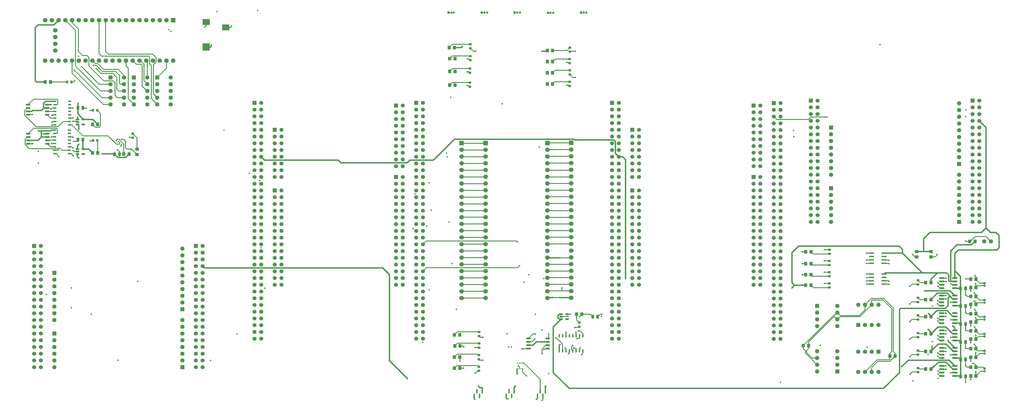
<source format=gbr>
%TF.GenerationSoftware,KiCad,Pcbnew,9.0.2+dfsg-1*%
%TF.CreationDate,2025-06-27T20:46:40-07:00*%
%TF.ProjectId,signalmesh,7369676e-616c-46d6-9573-682e6b696361,rev?*%
%TF.SameCoordinates,Original*%
%TF.FileFunction,Copper,L1,Top*%
%TF.FilePolarity,Positive*%
%FSLAX46Y46*%
G04 Gerber Fmt 4.6, Leading zero omitted, Abs format (unit mm)*
G04 Created by KiCad (PCBNEW 9.0.2+dfsg-1) date 2025-06-27 20:46:40*
%MOMM*%
%LPD*%
G01*
G04 APERTURE LIST*
G04 Aperture macros list*
%AMRoundRect*
0 Rectangle with rounded corners*
0 $1 Rounding radius*
0 $2 $3 $4 $5 $6 $7 $8 $9 X,Y pos of 4 corners*
0 Add a 4 corners polygon primitive as box body*
4,1,4,$2,$3,$4,$5,$6,$7,$8,$9,$2,$3,0*
0 Add four circle primitives for the rounded corners*
1,1,$1+$1,$2,$3*
1,1,$1+$1,$4,$5*
1,1,$1+$1,$6,$7*
1,1,$1+$1,$8,$9*
0 Add four rect primitives between the rounded corners*
20,1,$1+$1,$2,$3,$4,$5,0*
20,1,$1+$1,$4,$5,$6,$7,0*
20,1,$1+$1,$6,$7,$8,$9,0*
20,1,$1+$1,$8,$9,$2,$3,0*%
G04 Aperture macros list end*
%TA.AperFunction,SMDPad,CuDef*%
%ADD10RoundRect,0.218750X0.256250X-0.218750X0.256250X0.218750X-0.256250X0.218750X-0.256250X-0.218750X0*%
%TD*%
%TA.AperFunction,ComponentPad*%
%ADD11R,0.850000X0.850000*%
%TD*%
%TA.AperFunction,ComponentPad*%
%ADD12C,0.850000*%
%TD*%
%TA.AperFunction,ComponentPad*%
%ADD13R,1.600000X1.600000*%
%TD*%
%TA.AperFunction,ComponentPad*%
%ADD14C,1.600000*%
%TD*%
%TA.AperFunction,SMDPad,CuDef*%
%ADD15RoundRect,0.250000X-0.350000X-0.450000X0.350000X-0.450000X0.350000X0.450000X-0.350000X0.450000X0*%
%TD*%
%TA.AperFunction,SMDPad,CuDef*%
%ADD16RoundRect,0.250000X0.250000X0.475000X-0.250000X0.475000X-0.250000X-0.475000X0.250000X-0.475000X0*%
%TD*%
%TA.AperFunction,SMDPad,CuDef*%
%ADD17RoundRect,0.250000X0.450000X-0.350000X0.450000X0.350000X-0.450000X0.350000X-0.450000X-0.350000X0*%
%TD*%
%TA.AperFunction,ComponentPad*%
%ADD18RoundRect,0.250000X0.550000X0.550000X-0.550000X0.550000X-0.550000X-0.550000X0.550000X-0.550000X0*%
%TD*%
%TA.AperFunction,SMDPad,CuDef*%
%ADD19RoundRect,0.218750X-0.256250X0.218750X-0.256250X-0.218750X0.256250X-0.218750X0.256250X0.218750X0*%
%TD*%
%TA.AperFunction,SMDPad,CuDef*%
%ADD20RoundRect,0.250000X0.350000X0.450000X-0.350000X0.450000X-0.350000X-0.450000X0.350000X-0.450000X0*%
%TD*%
%TA.AperFunction,SMDPad,CuDef*%
%ADD21RoundRect,0.218750X-0.218750X-0.256250X0.218750X-0.256250X0.218750X0.256250X-0.218750X0.256250X0*%
%TD*%
%TA.AperFunction,SMDPad,CuDef*%
%ADD22R,0.600000X1.750000*%
%TD*%
%TA.AperFunction,ComponentPad*%
%ADD23R,1.508000X1.508000*%
%TD*%
%TA.AperFunction,ComponentPad*%
%ADD24C,1.508000*%
%TD*%
%TA.AperFunction,SMDPad,CuDef*%
%ADD25R,0.350000X0.500000*%
%TD*%
%TA.AperFunction,ComponentPad*%
%ADD26R,1.700000X1.700000*%
%TD*%
%TA.AperFunction,ComponentPad*%
%ADD27C,1.700000*%
%TD*%
%TA.AperFunction,SMDPad,CuDef*%
%ADD28RoundRect,0.250000X-0.250000X-0.475000X0.250000X-0.475000X0.250000X0.475000X-0.250000X0.475000X0*%
%TD*%
%TA.AperFunction,SMDPad,CuDef*%
%ADD29RoundRect,0.150000X-0.825000X-0.150000X0.825000X-0.150000X0.825000X0.150000X-0.825000X0.150000X0*%
%TD*%
%TA.AperFunction,SMDPad,CuDef*%
%ADD30RoundRect,0.150000X-0.512500X-0.150000X0.512500X-0.150000X0.512500X0.150000X-0.512500X0.150000X0*%
%TD*%
%TA.AperFunction,SMDPad,CuDef*%
%ADD31RoundRect,0.218750X0.218750X0.256250X-0.218750X0.256250X-0.218750X-0.256250X0.218750X-0.256250X0*%
%TD*%
%TA.AperFunction,SMDPad,CuDef*%
%ADD32RoundRect,0.162500X-0.650000X-0.162500X0.650000X-0.162500X0.650000X0.162500X-0.650000X0.162500X0*%
%TD*%
%TA.AperFunction,ComponentPad*%
%ADD33RoundRect,0.250000X-0.550000X-0.550000X0.550000X-0.550000X0.550000X0.550000X-0.550000X0.550000X0*%
%TD*%
%TA.AperFunction,ComponentPad*%
%ADD34R,1.605000X1.605000*%
%TD*%
%TA.AperFunction,ComponentPad*%
%ADD35C,1.605000*%
%TD*%
%TA.AperFunction,ComponentPad*%
%ADD36R,1.530000X1.530000*%
%TD*%
%TA.AperFunction,ComponentPad*%
%ADD37C,1.530000*%
%TD*%
%TA.AperFunction,SMDPad,CuDef*%
%ADD38R,0.600000X1.200000*%
%TD*%
%TA.AperFunction,ComponentPad*%
%ADD39RoundRect,0.250000X-0.550000X0.550000X-0.550000X-0.550000X0.550000X-0.550000X0.550000X0.550000X0*%
%TD*%
%TA.AperFunction,SMDPad,CuDef*%
%ADD40R,1.981200X0.558800*%
%TD*%
%TA.AperFunction,SMDPad,CuDef*%
%ADD41R,1.200000X0.600000*%
%TD*%
%TA.AperFunction,SMDPad,CuDef*%
%ADD42R,2.800000X2.200000*%
%TD*%
%TA.AperFunction,SMDPad,CuDef*%
%ADD43R,2.800000X2.800000*%
%TD*%
%TA.AperFunction,ComponentPad*%
%ADD44RoundRect,0.250000X0.550000X-0.550000X0.550000X0.550000X-0.550000X0.550000X-0.550000X-0.550000X0*%
%TD*%
%TA.AperFunction,SMDPad,CuDef*%
%ADD45R,0.400000X0.500000*%
%TD*%
%TA.AperFunction,ViaPad*%
%ADD46C,0.600000*%
%TD*%
%TA.AperFunction,ViaPad*%
%ADD47C,0.500000*%
%TD*%
%TA.AperFunction,Conductor*%
%ADD48C,0.300000*%
%TD*%
%TA.AperFunction,Conductor*%
%ADD49C,0.500000*%
%TD*%
%TA.AperFunction,Conductor*%
%ADD50C,0.400000*%
%TD*%
%TA.AperFunction,Conductor*%
%ADD51C,0.349800*%
%TD*%
G04 APERTURE END LIST*
D10*
%TO.P,D12,1,K*%
%TO.N,GND*%
X366310000Y-180134200D03*
%TO.P,D12,2,A*%
%TO.N,Net-(D12-A)*%
X366310000Y-178559200D03*
%TD*%
D11*
%TO.P,J15,1,Pin_1*%
%TO.N,Net-(J15-Pin_1)*%
X556825000Y-188000000D03*
D12*
%TO.P,J15,2,Pin_2*%
X556825000Y-189000000D03*
%TD*%
D13*
%TO.P,U18,1,CC*%
%TO.N,GND*%
X227350000Y-78250000D03*
D14*
%TO.P,U18,2,F*%
%TO.N,Net-(U18-F)*%
X227350000Y-80790000D03*
%TO.P,U18,3,G*%
%TO.N,Net-(U18-G)*%
X227350000Y-83330000D03*
%TO.P,U18,4,E*%
%TO.N,Net-(U18-E)*%
X227350000Y-85870000D03*
%TO.P,U18,5,D*%
%TO.N,Net-(U18-D)*%
X227350000Y-88410000D03*
%TO.P,U18,6,CC*%
%TO.N,GND*%
X232430000Y-88410000D03*
%TO.P,U18,7,DP*%
%TO.N,Net-(U18-DP)*%
X232430000Y-85870000D03*
%TO.P,U18,8,C*%
%TO.N,Net-(U18-C)*%
X232430000Y-83330000D03*
%TO.P,U18,9,B*%
%TO.N,Net-(U18-B)*%
X232430000Y-80790000D03*
%TO.P,U18,10,A*%
%TO.N,Net-(U18-A)*%
X232430000Y-78250000D03*
%TD*%
D10*
%TO.P,D18,1,K*%
%TO.N,GND*%
X363000000Y-71787500D03*
%TO.P,D18,2,A*%
%TO.N,Net-(D18-A)*%
X363000000Y-70212500D03*
%TD*%
D15*
%TO.P,R3,1*%
%TO.N,GND*%
X551580000Y-190800000D03*
%TO.P,R3,2*%
%TO.N,Net-(J15-Pin_1)*%
X553580000Y-190800000D03*
%TD*%
%TO.P,R42,1*%
%TO.N,Net-(U28B-VCC)*%
X232367500Y-107117500D03*
%TO.P,R42,2*%
%TO.N,3V3_UUM*%
X234367500Y-107117500D03*
%TD*%
D16*
%TO.P,C8,1*%
%TO.N,Net-(U22-VOUT)*%
X216962500Y-101717500D03*
%TO.P,C8,2*%
%TO.N,GND*%
X215062500Y-101717500D03*
%TD*%
D10*
%TO.P,D5,1,K*%
%TO.N,GND*%
X531756000Y-156342500D03*
%TO.P,D5,2,A*%
%TO.N,Net-(D5-A)*%
X531756000Y-154767500D03*
%TD*%
D17*
%TO.P,R12,1*%
%TO.N,TDM_I2C1_SDA*%
X536660000Y-145900000D03*
%TO.P,R12,2*%
%TO.N,5V_TDM*%
X536660000Y-143900000D03*
%TD*%
D18*
%TO.P,U27,1,TXD*%
%TO.N,UUM_CAN_RD*%
X501300000Y-189120000D03*
D14*
%TO.P,U27,2,VSS*%
%TO.N,GND*%
X501300000Y-186580000D03*
%TO.P,U27,3,VDD*%
%TO.N,VDD_UUM*%
X501300000Y-184040000D03*
%TO.P,U27,4,RXD*%
%TO.N,UUM_CAN_TD*%
X501300000Y-181500000D03*
%TO.P,U27,5,Vref*%
%TO.N,unconnected-(U27-Vref-Pad5)*%
X493680000Y-181500000D03*
%TO.P,U27,6,CAN-*%
%TO.N,/CAN-*%
X493680000Y-184040000D03*
%TO.P,U27,7,CAN+*%
%TO.N,/CAN+*%
X493680000Y-186580000D03*
%TO.P,U27,8,Rs*%
%TO.N,unconnected-(U27-Rs-Pad8)*%
X493680000Y-189120000D03*
%TD*%
D16*
%TO.P,C3,1*%
%TO.N,GND*%
X549682700Y-178004900D03*
%TO.P,C3,2*%
%TO.N,5V_TDM*%
X547782700Y-178004900D03*
%TD*%
D19*
%TO.P,D2,1,K*%
%TO.N,GND*%
X498300000Y-147412500D03*
%TO.P,D2,2,A*%
%TO.N,Net-(D2-A)*%
X498300000Y-148987500D03*
%TD*%
D10*
%TO.P,D24,1,K*%
%TO.N,GND*%
X400400000Y-72887500D03*
%TO.P,D24,2,A*%
%TO.N,Net-(D24-A)*%
X400400000Y-71312500D03*
%TD*%
D20*
%TO.P,R17,1*%
%TO.N,Net-(D2-A)*%
X491400000Y-148500000D03*
%TO.P,R17,2*%
%TO.N,TDM_LED_WARN*%
X489400000Y-148500000D03*
%TD*%
%TO.P,R6,1*%
%TO.N,Net-(D22-A)*%
X394000000Y-80700000D03*
%TO.P,R6,2*%
%TO.N,DSM_LED_OK*%
X392000000Y-80700000D03*
%TD*%
%TO.P,R16,1*%
%TO.N,Net-(D1-A)*%
X491400000Y-144000000D03*
%TO.P,R16,2*%
%TO.N,TDM_LED_OK*%
X489400000Y-144000000D03*
%TD*%
D21*
%TO.P,D25,1,K*%
%TO.N,GND*%
X220780000Y-101972500D03*
%TO.P,D25,2,A*%
%TO.N,Net-(D25-A)*%
X222355000Y-101972500D03*
%TD*%
D13*
%TO.P,U19,1,CC*%
%TO.N,GND*%
X236170000Y-78250000D03*
D14*
%TO.P,U19,2,F*%
%TO.N,Net-(U19-F)*%
X236170000Y-80790000D03*
%TO.P,U19,3,G*%
%TO.N,Net-(U19-G)*%
X236170000Y-83330000D03*
%TO.P,U19,4,E*%
%TO.N,Net-(U19-E)*%
X236170000Y-85870000D03*
%TO.P,U19,5,D*%
%TO.N,Net-(U19-D)*%
X236170000Y-88410000D03*
%TO.P,U19,6,CC*%
%TO.N,GND*%
X241250000Y-88410000D03*
%TO.P,U19,7,DP*%
%TO.N,Net-(U19-DP)*%
X241250000Y-85870000D03*
%TO.P,U19,8,C*%
%TO.N,Net-(U19-C)*%
X241250000Y-83330000D03*
%TO.P,U19,9,B*%
%TO.N,Net-(U19-B)*%
X241250000Y-80790000D03*
%TO.P,U19,10,A*%
%TO.N,Net-(U19-A)*%
X241250000Y-78250000D03*
%TD*%
D10*
%TO.P,D23,1,K*%
%TO.N,GND*%
X400500000Y-77187500D03*
%TO.P,D23,2,A*%
%TO.N,Net-(D23-A)*%
X400500000Y-75612500D03*
%TD*%
D11*
%TO.P,J4,1,Pin_1*%
%TO.N,TDM_DBG_TX*%
X404700000Y-53800000D03*
D12*
%TO.P,J4,2,Pin_2*%
%TO.N,TDM_DBG_RX*%
X405700000Y-53800000D03*
%TO.P,J4,3,Pin_3*%
%TO.N,GND*%
X406700000Y-53800000D03*
%TD*%
D10*
%TO.P,D22,1,K*%
%TO.N,GND*%
X400400000Y-81487500D03*
%TO.P,D22,2,A*%
%TO.N,Net-(D22-A)*%
X400400000Y-79912500D03*
%TD*%
D15*
%TO.P,R39,1*%
%TO.N,Net-(D16-A)*%
X355200000Y-81200000D03*
%TO.P,R39,2*%
%TO.N,AAM_LED_OK*%
X357200000Y-81200000D03*
%TD*%
D22*
%TO.P,J3,1,Pin_1*%
%TO.N,AAM_VDD*%
X367450000Y-196550000D03*
%TO.P,J3,2,Pin_2*%
%TO.N,AAM_I2C1_SDA*%
X366450000Y-198300000D03*
%TO.P,J3,3,Pin_3*%
%TO.N,AAM_I2C1_SCL*%
X365450000Y-196550000D03*
%TO.P,J3,4,Pin_4*%
%TO.N,GND*%
X364450000Y-198300000D03*
%TD*%
D15*
%TO.P,R36,1*%
%TO.N,Net-(D13-A)*%
X357010000Y-183680000D03*
%TO.P,R36,2*%
%TO.N,ACM_LED_WARN*%
X359010000Y-183680000D03*
%TD*%
%TO.P,R44,1*%
%TO.N,/CAN+*%
X488500000Y-179400000D03*
%TO.P,R44,2*%
%TO.N,/CAN-*%
X490500000Y-179400000D03*
%TD*%
%TO.P,R20,1*%
%TO.N,GND*%
X551580000Y-160855000D03*
%TO.P,R20,2*%
%TO.N,Net-(J6-Pin_1)*%
X553580000Y-160855000D03*
%TD*%
D23*
%TO.P,U1,CN7_1,D16/I2S_A_MCK*%
%TO.N,unconnected-(U1E-D16{slash}I2S_A_MCK-PadCN7_1)*%
X335000000Y-88826000D03*
D24*
%TO.P,U1,CN7_2,D15/I2C_A_SCL*%
%TO.N,unconnected-(U1E-D15{slash}I2C_A_SCL-PadCN7_2)*%
X337540000Y-88826000D03*
%TO.P,U1,CN7_3,D17/I2S_A_SD*%
%TO.N,unconnected-(U1E-D17{slash}I2S_A_SD-PadCN7_3)*%
X335000000Y-91366000D03*
%TO.P,U1,CN7_4,D14/I2C_A_SDA*%
%TO.N,unconnected-(U1E-D14{slash}I2C_A_SDA-PadCN7_4)*%
X337540000Y-91366000D03*
%TO.P,U1,CN7_5,D18/I2S_A_CK*%
%TO.N,unconnected-(U1E-D18{slash}I2S_A_CK-PadCN7_5)*%
X335000000Y-93906000D03*
%TO.P,U1,CN7_6,VREFP_CN7*%
%TO.N,unconnected-(U1E-VREFP_CN7-PadCN7_6)*%
X337540000Y-93906000D03*
%TO.P,U1,CN7_7,D19/I2S_A_WS*%
%TO.N,unconnected-(U1E-D19{slash}I2S_A_WS-PadCN7_7)*%
X335000000Y-96446000D03*
%TO.P,U1,CN7_8,GND_CN7*%
%TO.N,unconnected-(U1E-GND_CN7-PadCN7_8)*%
X337540000Y-96446000D03*
%TO.P,U1,CN7_9,D20/I2S_B_WS*%
%TO.N,unconnected-(U1E-D20{slash}I2S_B_WS-PadCN7_9)*%
X335000000Y-98986000D03*
%TO.P,U1,CN7_10,D13/SPI_A_SCK*%
%TO.N,unconnected-(U1E-D13{slash}SPI_A_SCK-PadCN7_10)*%
X337540000Y-98986000D03*
%TO.P,U1,CN7_11,D21/I2S_B_MCK*%
%TO.N,unconnected-(U1E-D21{slash}I2S_B_MCK-PadCN7_11)*%
X335000000Y-101526000D03*
%TO.P,U1,CN7_12,D12/SPI_A_MISO*%
%TO.N,unconnected-(U1E-D12{slash}SPI_A_MISO-PadCN7_12)*%
X337540000Y-101526000D03*
%TO.P,U1,CN7_13,D22/I2S_B_SD/SPI_B_MOSI*%
%TO.N,unconnected-(U1E-D22{slash}I2S_B_SD{slash}SPI_B_MOSI-PadCN7_13)*%
X335000000Y-104066000D03*
%TO.P,U1,CN7_14,D11/SPI_A_MOSI/TIM_E_PWM1*%
%TO.N,unconnected-(U1E-D11{slash}SPI_A_MOSI{slash}TIM_E_PWM1-PadCN7_14)*%
X337540000Y-104066000D03*
%TO.P,U1,CN7_15,D23/I2S_B_CK/SPI_B_SCK*%
%TO.N,unconnected-(U1E-D23{slash}I2S_B_CK{slash}SPI_B_SCK-PadCN7_15)*%
X335000000Y-106606000D03*
%TO.P,U1,CN7_16,D10/SPI_A_CS/TIM_B_PWM3*%
%TO.N,unconnected-(U1E-D10{slash}SPI_A_CS{slash}TIM_B_PWM3-PadCN7_16)*%
X337540000Y-106606000D03*
%TO.P,U1,CN7_17,D24/SPI_B_NSS*%
%TO.N,unconnected-(U1E-D24{slash}SPI_B_NSS-PadCN7_17)*%
X335000000Y-109146000D03*
%TO.P,U1,CN7_18,D9/TIMER_B_PWM2*%
%TO.N,unconnected-(U1E-D9{slash}TIMER_B_PWM2-PadCN7_18)*%
X337540000Y-109146000D03*
%TO.P,U1,CN7_19,D25/SPI_B_MISO*%
%TO.N,unconnected-(U1E-D25{slash}SPI_B_MISO-PadCN7_19)*%
X335000000Y-111686000D03*
%TO.P,U1,CN7_20,D8/IO*%
%TO.N,unconnected-(U1E-D8{slash}IO-PadCN7_20)*%
X337540000Y-111686000D03*
D23*
%TO.P,U1,CN8_1,NC_CN8*%
%TO.N,unconnected-(U1C-NC_CN8-PadCN8_1)*%
X289280000Y-97970000D03*
D24*
%TO.P,U1,CN8_2,D43/SDMMC_D0*%
%TO.N,unconnected-(U1C-D43{slash}SDMMC_D0-PadCN8_2)*%
X291820000Y-97970000D03*
%TO.P,U1,CN8_3,IOREF_CN8*%
%TO.N,unconnected-(U1C-IOREF_CN8-PadCN8_3)*%
X289280000Y-100510000D03*
%TO.P,U1,CN8_4,D44/SDMMC_D1/I2S_A_CKIN*%
%TO.N,unconnected-(U1C-D44{slash}SDMMC_D1{slash}I2S_A_CKIN-PadCN8_4)*%
X291820000Y-100510000D03*
%TO.P,U1,CN8_5,NRST_CN8*%
%TO.N,unconnected-(U1C-NRST_CN8-PadCN8_5)*%
X289280000Y-103050000D03*
%TO.P,U1,CN8_6,D45/SDMMC_D2*%
%TO.N,unconnected-(U1C-D45{slash}SDMMC_D2-PadCN8_6)*%
X291820000Y-103050000D03*
%TO.P,U1,CN8_7,3V3_CN8*%
%TO.N,unconnected-(U1C-3V3_CN8-PadCN8_7)*%
X289280000Y-105590000D03*
%TO.P,U1,CN8_8,D46/SDMMC_D3*%
%TO.N,unconnected-(U1C-D46{slash}SDMMC_D3-PadCN8_8)*%
X291820000Y-105590000D03*
%TO.P,U1,CN8_9,5V_CN8*%
%TO.N,unconnected-(U1C-5V_CN8-PadCN8_9)*%
X289280000Y-108130000D03*
%TO.P,U1,CN8_10,D47/SDMMC_CK*%
%TO.N,unconnected-(U1C-D47{slash}SDMMC_CK-PadCN8_10)*%
X291820000Y-108130000D03*
%TO.P,U1,CN8_11,GND_CN8*%
%TO.N,Net-(U1C-GND_CN8-PadCN8_11)*%
X289280000Y-110670000D03*
%TO.P,U1,CN8_12,D48/SDMMC_CMD*%
%TO.N,unconnected-(U1C-D48{slash}SDMMC_CMD-PadCN8_12)*%
X291820000Y-110670000D03*
%TO.P,U1,CN8_13,GND_CN8*%
%TO.N,Net-(U1C-GND_CN8-PadCN8_11)*%
X289280000Y-113210000D03*
%TO.P,U1,CN8_14,D49/IO*%
%TO.N,unconnected-(U1C-D49{slash}IO-PadCN8_14)*%
X291820000Y-113210000D03*
%TO.P,U1,CN8_15,VIN_CN8*%
%TO.N,unconnected-(U1C-VIN_CN8-PadCN8_15)*%
X289280000Y-115750000D03*
%TO.P,U1,CN8_16,D50/IO*%
%TO.N,unconnected-(U1C-D50{slash}IO-PadCN8_16)*%
X291820000Y-115750000D03*
D23*
%TO.P,U1,CN9_1,A0/ADC12_INP15*%
%TO.N,unconnected-(U1D-A0{slash}ADC12_INP15-PadCN9_1)*%
X289280000Y-120830000D03*
D24*
%TO.P,U1,CN9_2,D51/USART_B_SCLK*%
%TO.N,unconnected-(U1D-D51{slash}USART_B_SCLK-PadCN9_2)*%
X291820000Y-120830000D03*
%TO.P,U1,CN9_3,A1/ADC123_INP10*%
%TO.N,unconnected-(U1D-A1{slash}ADC123_INP10-PadCN9_3)*%
X289280000Y-123370000D03*
%TO.P,U1,CN9_4,D52/USART_B_RX*%
%TO.N,unconnected-(U1D-D52{slash}USART_B_RX-PadCN9_4)*%
X291820000Y-123370000D03*
%TO.P,U1,CN9_5,A2/ADC12_INP13*%
%TO.N,unconnected-(U1D-A2{slash}ADC12_INP13-PadCN9_5)*%
X289280000Y-125910000D03*
%TO.P,U1,CN9_6,D53/USART_B_TX*%
%TO.N,unconnected-(U1D-D53{slash}USART_B_TX-PadCN9_6)*%
X291820000Y-125910000D03*
%TO.P,U1,CN9_7,A3/ADC12_INP5*%
%TO.N,unconnected-(U1D-A3{slash}ADC12_INP5-PadCN9_7)*%
X289280000Y-128450000D03*
%TO.P,U1,CN9_8,D54/USART_B_RTS*%
%TO.N,unconnected-(U1D-D54{slash}USART_B_RTS-PadCN9_8)*%
X291820000Y-128450000D03*
%TO.P,U1,CN9_9,A4/ADC123_INP12/I2C1_SDA*%
%TO.N,unconnected-(U1D-A4{slash}ADC123_INP12{slash}I2C1_SDA-PadCN9_9)*%
X289280000Y-130990000D03*
%TO.P,U1,CN9_10,D55/USART_B_CTS*%
%TO.N,unconnected-(U1D-D55{slash}USART_B_CTS-PadCN9_10)*%
X291820000Y-130990000D03*
%TO.P,U1,CN9_11,A5/ADC3_INP6/I2C1_SCL*%
%TO.N,unconnected-(U1D-A5{slash}ADC3_INP6{slash}I2C1_SCL-PadCN9_11)*%
X289280000Y-133530000D03*
%TO.P,U1,CN9_12,GND_CN9*%
%TO.N,Net-(U1D-GND_CN9-PadCN9_12)*%
X291820000Y-133530000D03*
%TO.P,U1,CN9_13,D72/COMP1_INP*%
%TO.N,unconnected-(U1D-D72{slash}COMP1_INP-PadCN9_13)*%
X289280000Y-136070000D03*
%TO.P,U1,CN9_14,D56/SAI_A_MCLK*%
%TO.N,unconnected-(U1D-D56{slash}SAI_A_MCLK-PadCN9_14)*%
X291820000Y-136070000D03*
%TO.P,U1,CN9_15,D71/COMP2_INP*%
%TO.N,unconnected-(U1D-D71{slash}COMP2_INP-PadCN9_15)*%
X289280000Y-138610000D03*
%TO.P,U1,CN9_16,D57/SAI_A_FS*%
%TO.N,unconnected-(U1D-D57{slash}SAI_A_FS-PadCN9_16)*%
X291820000Y-138610000D03*
%TO.P,U1,CN9_17,D70/I2C_B_SMBA*%
%TO.N,unconnected-(U1D-D70{slash}I2C_B_SMBA-PadCN9_17)*%
X289280000Y-141150000D03*
%TO.P,U1,CN9_18,D58/SAI_A_SCK*%
%TO.N,unconnected-(U1D-D58{slash}SAI_A_SCK-PadCN9_18)*%
X291820000Y-141150000D03*
%TO.P,U1,CN9_19,D69/I2C_B_SCL*%
%TO.N,unconnected-(U1D-D69{slash}I2C_B_SCL-PadCN9_19)*%
X289280000Y-143690000D03*
%TO.P,U1,CN9_20,D59/SAI_A_SD*%
%TO.N,unconnected-(U1D-D59{slash}SAI_A_SD-PadCN9_20)*%
X291820000Y-143690000D03*
%TO.P,U1,CN9_21,D68/I2C_B_SDA*%
%TO.N,unconnected-(U1D-D68{slash}I2C_B_SDA-PadCN9_21)*%
X289280000Y-146230000D03*
%TO.P,U1,CN9_22,D60/SAI_B_SD*%
%TO.N,unconnected-(U1D-D60{slash}SAI_B_SD-PadCN9_22)*%
X291820000Y-146230000D03*
%TO.P,U1,CN9_23,GND_CN9*%
%TO.N,Net-(U1D-GND_CN9-PadCN9_12)*%
X289280000Y-148770000D03*
%TO.P,U1,CN9_24,D61/SAI_B_SCK*%
%TO.N,unconnected-(U1D-D61{slash}SAI_B_SCK-PadCN9_24)*%
X291820000Y-148770000D03*
%TO.P,U1,CN9_25,D67/CAN_RX*%
%TO.N,unconnected-(U1D-D67{slash}CAN_RX-PadCN9_25)*%
X289280000Y-151310000D03*
%TO.P,U1,CN9_26,D62/SAI_B_MCLK*%
%TO.N,unconnected-(U1D-D62{slash}SAI_B_MCLK-PadCN9_26)*%
X291820000Y-151310000D03*
%TO.P,U1,CN9_27,D66/CAN_TX*%
%TO.N,unconnected-(U1D-D66{slash}CAN_TX-PadCN9_27)*%
X289280000Y-153850000D03*
%TO.P,U1,CN9_28,D63/SAI_B_FS*%
%TO.N,unconnected-(U1D-D63{slash}SAI_B_FS-PadCN9_28)*%
X291820000Y-153850000D03*
%TO.P,U1,CN9_29,D65/IO*%
%TO.N,unconnected-(U1D-D65{slash}IO-PadCN9_29)*%
X289280000Y-156390000D03*
%TO.P,U1,CN9_30,D64/IO*%
%TO.N,unconnected-(U1D-D64{slash}IO-PadCN9_30)*%
X291820000Y-156390000D03*
D23*
%TO.P,U1,CN10_1,AVDD*%
%TO.N,unconnected-(U1F-AVDD-PadCN10_1)*%
X335000000Y-115750000D03*
D24*
%TO.P,U1,CN10_2,D7/IO*%
%TO.N,unconnected-(U1F-D7{slash}IO-PadCN10_2)*%
X337540000Y-115750000D03*
%TO.P,U1,CN10_3,AGND_CN10*%
%TO.N,unconnected-(U1F-AGND_CN10-PadCN10_3)*%
X335000000Y-118290000D03*
%TO.P,U1,CN10_4,D6/TIMER_A_PWM1*%
%TO.N,unconnected-(U1F-D6{slash}TIMER_A_PWM1-PadCN10_4)*%
X337540000Y-118290000D03*
%TO.P,U1,CN10_5,GND_CN10*%
%TO.N,Net-(U1F-GND_CN10-PadCN10_17)*%
X335000000Y-120830000D03*
%TO.P,U1,CN10_6,D5/TIMER_A_PWM2*%
%TO.N,unconnected-(U1F-D5{slash}TIMER_A_PWM2-PadCN10_6)*%
X337540000Y-120830000D03*
%TO.P,U1,CN10_7,A6/ADC_A_IN*%
%TO.N,unconnected-(U1F-A6{slash}ADC_A_IN-PadCN10_7)*%
X335000000Y-123370000D03*
%TO.P,U1,CN10_8,D4/IO*%
%TO.N,unconnected-(U1F-D4{slash}IO-PadCN10_8)*%
X337540000Y-123370000D03*
%TO.P,U1,CN10_9,A7/ADC_B_IN*%
%TO.N,unconnected-(U1F-A7{slash}ADC_B_IN-PadCN10_9)*%
X335000000Y-125910000D03*
%TO.P,U1,CN10_10,D3/TIMER_A_PWM3*%
%TO.N,unconnected-(U1F-D3{slash}TIMER_A_PWM3-PadCN10_10)*%
X337540000Y-125910000D03*
%TO.P,U1,CN10_11,A8/ADC_C_IN*%
%TO.N,unconnected-(U1F-A8{slash}ADC_C_IN-PadCN10_11)*%
X335000000Y-128450000D03*
%TO.P,U1,CN10_12,D2/IO*%
%TO.N,unconnected-(U1F-D2{slash}IO-PadCN10_12)*%
X337540000Y-128450000D03*
%TO.P,U1,CN10_13,D26/QSPI_CS*%
%TO.N,unconnected-(U1F-D26{slash}QSPI_CS-PadCN10_13)*%
X335000000Y-130990000D03*
%TO.P,U1,CN10_14,D1/USART_A_TX*%
%TO.N,unconnected-(U1F-D1{slash}USART_A_TX-PadCN10_14)*%
X337540000Y-130990000D03*
%TO.P,U1,CN10_15,D27/QSPI_CLK*%
%TO.N,unconnected-(U1F-D27{slash}QSPI_CLK-PadCN10_15)*%
X335000000Y-133530000D03*
%TO.P,U1,CN10_16,D0/USART_A_RX*%
%TO.N,unconnected-(U1F-D0{slash}USART_A_RX-PadCN10_16)*%
X337540000Y-133530000D03*
%TO.P,U1,CN10_17,GND_CN10*%
%TO.N,Net-(U1F-GND_CN10-PadCN10_17)*%
X335000000Y-136070000D03*
%TO.P,U1,CN10_18,D42/TIMER_A_PWM1N*%
%TO.N,unconnected-(U1F-D42{slash}TIMER_A_PWM1N-PadCN10_18)*%
X337540000Y-136070000D03*
%TO.P,U1,CN10_19,D28/QSPI_BK1_IO3*%
%TO.N,unconnected-(U1F-D28{slash}QSPI_BK1_IO3-PadCN10_19)*%
X335000000Y-138610000D03*
%TO.P,U1,CN10_20,D41/TIMER_A_ETR*%
%TO.N,unconnected-(U1F-D41{slash}TIMER_A_ETR-PadCN10_20)*%
X337540000Y-138610000D03*
%TO.P,U1,CN10_21,D29/QSPI_BK1_IO1*%
%TO.N,unconnected-(U1F-D29{slash}QSPI_BK1_IO1-PadCN10_21)*%
X335000000Y-141150000D03*
%TO.P,U1,CN10_22,GND_CN10*%
%TO.N,Net-(U1F-GND_CN10-PadCN10_17)*%
X337540000Y-141150000D03*
%TO.P,U1,CN10_23,D30/QSPI_BK1_IO0*%
%TO.N,unconnected-(U1F-D30{slash}QSPI_BK1_IO0-PadCN10_23)*%
X335000000Y-143690000D03*
%TO.P,U1,CN10_24,D40/TIMER_A_PWM2N*%
%TO.N,unconnected-(U1F-D40{slash}TIMER_A_PWM2N-PadCN10_24)*%
X337540000Y-143690000D03*
%TO.P,U1,CN10_25,D31/QSPI_BK1_IO2*%
%TO.N,unconnected-(U1F-D31{slash}QSPI_BK1_IO2-PadCN10_25)*%
X335000000Y-146230000D03*
%TO.P,U1,CN10_26,D39/TIMER_A_PWM3N*%
%TO.N,unconnected-(U1F-D39{slash}TIMER_A_PWM3N-PadCN10_26)*%
X337540000Y-146230000D03*
%TO.P,U1,CN10_27,GND_CN10*%
%TO.N,Net-(U1F-GND_CN10-PadCN10_17)*%
X335000000Y-148770000D03*
%TO.P,U1,CN10_28,D38/TIMER_A_BKIN2*%
%TO.N,unconnected-(U1F-D38{slash}TIMER_A_BKIN2-PadCN10_28)*%
X337540000Y-148770000D03*
%TO.P,U1,CN10_29,D32/TIMER_C_PWM1*%
%TO.N,unconnected-(U1F-D32{slash}TIMER_C_PWM1-PadCN10_29)*%
X335000000Y-151310000D03*
%TO.P,U1,CN10_30,D37/TIMER_A_BKIN1*%
%TO.N,unconnected-(U1F-D37{slash}TIMER_A_BKIN1-PadCN10_30)*%
X337540000Y-151310000D03*
%TO.P,U1,CN10_31,D33/TIMER_D_PWM1*%
%TO.N,unconnected-(U1F-D33{slash}TIMER_D_PWM1-PadCN10_31)*%
X335000000Y-153850000D03*
%TO.P,U1,CN10_32,D36/TIMER_C_PWM2*%
%TO.N,unconnected-(U1F-D36{slash}TIMER_C_PWM2-PadCN10_32)*%
X337540000Y-153850000D03*
%TO.P,U1,CN10_33,D34/TIMER_B_ETR*%
%TO.N,unconnected-(U1F-D34{slash}TIMER_B_ETR-PadCN10_33)*%
X335000000Y-156390000D03*
%TO.P,U1,CN10_34,D35/TIMER_C_PWM3*%
%TO.N,unconnected-(U1F-D35{slash}TIMER_C_PWM3-PadCN10_34)*%
X337540000Y-156390000D03*
D23*
%TO.P,U1,CN11_1,PC10*%
%TO.N,AAM_CMD_TX*%
X281660000Y-87810000D03*
D24*
%TO.P,U1,CN11_2,PC11*%
%TO.N,AAM_CMD_RX*%
X284200000Y-87810000D03*
%TO.P,U1,CN11_3,PC12*%
%TO.N,AAM_DBG_TX*%
X281660000Y-90350000D03*
%TO.P,U1,CN11_4,PD2*%
%TO.N,AAM_DBG_RX*%
X284200000Y-90350000D03*
%TO.P,U1,CN11_5,3V3_VDD*%
%TO.N,unconnected-(U1A-3V3_VDD-PadCN11_5)*%
X281660000Y-92890000D03*
%TO.P,U1,CN11_6,5V_EXT*%
%TO.N,unconnected-(U1A-5V_EXT-PadCN11_6)*%
X284200000Y-92890000D03*
%TO.P,U1,CN11_7,BOOT0*%
%TO.N,unconnected-(U1A-BOOT0-PadCN11_7)*%
X281660000Y-95430000D03*
%TO.P,U1,CN11_8,GND_CN11*%
%TO.N,GND*%
X284200000Y-95430000D03*
%TO.P,U1,CN11_9,PF6*%
%TO.N,unconnected-(U1A-PF6-PadCN11_9)*%
X281660000Y-97970000D03*
%TO.P,U1,CN11_10,NC*%
%TO.N,unconnected-(U1A-NC-PadCN11_10)*%
X284200000Y-97970000D03*
%TO.P,U1,CN11_11,PF7*%
%TO.N,unconnected-(U1A-PF7-PadCN11_11)*%
X281660000Y-100510000D03*
%TO.P,U1,CN11_12,IOREF*%
%TO.N,unconnected-(U1A-IOREF-PadCN11_12)*%
X284200000Y-100510000D03*
%TO.P,U1,CN11_13,PA13*%
%TO.N,unconnected-(U1A-PA13-PadCN11_13)*%
X281660000Y-103050000D03*
%TO.P,U1,CN11_14,NRST*%
%TO.N,unconnected-(U1A-NRST-PadCN11_14)*%
X284200000Y-103050000D03*
%TO.P,U1,CN11_15,PA14*%
%TO.N,unconnected-(U1A-PA14-PadCN11_15)*%
X281660000Y-105590000D03*
%TO.P,U1,CN11_16,3V3*%
%TO.N,unconnected-(U1A-3V3-PadCN11_16)*%
X284200000Y-105590000D03*
%TO.P,U1,CN11_17,PA15*%
%TO.N,unconnected-(U1A-PA15-PadCN11_17)*%
X281660000Y-108130000D03*
%TO.P,U1,CN11_18,5V*%
%TO.N,5V_AAM*%
X284200000Y-108130000D03*
%TO.P,U1,CN11_19,GND_CN11*%
%TO.N,GND*%
X281660000Y-110670000D03*
%TO.P,U1,CN11_20,GND_CN11*%
X284200000Y-110670000D03*
%TO.P,U1,CN11_21,PB7*%
%TO.N,AAM_FMC_NL*%
X281660000Y-113210000D03*
%TO.P,U1,CN11_22,GND_CN11*%
%TO.N,GND*%
X284200000Y-113210000D03*
%TO.P,U1,CN11_23,PC13*%
%TO.N,unconnected-(U1A-PC13-PadCN11_23)*%
X281660000Y-115750000D03*
%TO.P,U1,CN11_24,VIN*%
%TO.N,unconnected-(U1A-VIN-PadCN11_24)*%
X284200000Y-115750000D03*
%TO.P,U1,CN11_25,PC14*%
%TO.N,unconnected-(U1A-PC14-PadCN11_25)*%
X281660000Y-118290000D03*
%TO.P,U1,CN11_26,NC*%
%TO.N,unconnected-(U1A-NC-PadCN11_26)*%
X284200000Y-118290000D03*
%TO.P,U1,CN11_27,PC15*%
%TO.N,unconnected-(U1A-PC15-PadCN11_27)*%
X281660000Y-120830000D03*
%TO.P,U1,CN11_28,PA0*%
%TO.N,unconnected-(U1A-PA0-PadCN11_28)*%
X284200000Y-120830000D03*
%TO.P,U1,CN11_29,PH0*%
%TO.N,unconnected-(U1A-PH0-PadCN11_29)*%
X281660000Y-123370000D03*
%TO.P,U1,CN11_30,PA1*%
%TO.N,unconnected-(U1A-PA1-PadCN11_30)*%
X284200000Y-123370000D03*
%TO.P,U1,CN11_31,PH1*%
%TO.N,unconnected-(U1A-PH1-PadCN11_31)*%
X281660000Y-125910000D03*
%TO.P,U1,CN11_32,PA4*%
%TO.N,AAM_DAC_R*%
X284200000Y-125910000D03*
%TO.P,U1,CN11_33,VBAT*%
%TO.N,unconnected-(U1A-VBAT-PadCN11_33)*%
X281660000Y-128450000D03*
%TO.P,U1,CN11_34,PB0*%
%TO.N,unconnected-(U1A-PB0-PadCN11_34)*%
X284200000Y-128450000D03*
%TO.P,U1,CN11_35,PC2*%
%TO.N,unconnected-(U1A-PC2-PadCN11_35)*%
X281660000Y-130990000D03*
%TO.P,U1,CN11_36,PC1*%
%TO.N,unconnected-(U1A-PC1-PadCN11_36)*%
X284200000Y-130990000D03*
%TO.P,U1,CN11_37,PC3*%
%TO.N,unconnected-(U1A-PC3-PadCN11_37)*%
X281660000Y-133530000D03*
%TO.P,U1,CN11_38,PC0*%
%TO.N,unconnected-(U1A-PC0-PadCN11_38)*%
X284200000Y-133530000D03*
%TO.P,U1,CN11_39,PD4*%
%TO.N,AAM_FMC_NOE*%
X281660000Y-136070000D03*
%TO.P,U1,CN11_40,PD3*%
%TO.N,AAM_FMC_CLK*%
X284200000Y-136070000D03*
%TO.P,U1,CN11_41,PD5*%
%TO.N,AAM_FMC_NWE*%
X281660000Y-138610000D03*
%TO.P,U1,CN11_42,PG2*%
%TO.N,unconnected-(U1A-PG2-PadCN11_42)*%
X284200000Y-138610000D03*
%TO.P,U1,CN11_43,PD6*%
%TO.N,unconnected-(U1A-PD6-PadCN11_43)*%
X281660000Y-141150000D03*
%TO.P,U1,CN11_44,PG3*%
%TO.N,unconnected-(U1A-PG3-PadCN11_44)*%
X284200000Y-141150000D03*
%TO.P,U1,CN11_45,PD7*%
%TO.N,unconnected-(U1A-PD7-PadCN11_45)*%
X281660000Y-143690000D03*
%TO.P,U1,CN11_46,PE2*%
%TO.N,unconnected-(U1A-PE2-PadCN11_46)*%
X284200000Y-143690000D03*
%TO.P,U1,CN11_47,PE3*%
%TO.N,AAM_INTRPT_RX*%
X281660000Y-146230000D03*
%TO.P,U1,CN11_48,PE4*%
%TO.N,unconnected-(U1A-PE4-PadCN11_48)*%
X284200000Y-146230000D03*
%TO.P,U1,CN11_49,GND_CN11*%
%TO.N,GND*%
X281660000Y-148770000D03*
%TO.P,U1,CN11_50,PE5*%
%TO.N,unconnected-(U1A-PE5-PadCN11_50)*%
X284200000Y-148770000D03*
%TO.P,U1,CN11_51,PF1*%
%TO.N,unconnected-(U1A-PF1-PadCN11_51)*%
X281660000Y-151310000D03*
%TO.P,U1,CN11_52,PF2*%
%TO.N,unconnected-(U1A-PF2-PadCN11_52)*%
X284200000Y-151310000D03*
%TO.P,U1,CN11_53,PF0*%
%TO.N,unconnected-(U1A-PF0-PadCN11_53)*%
X281660000Y-153850000D03*
%TO.P,U1,CN11_54,PF8*%
%TO.N,unconnected-(U1A-PF8-PadCN11_54)*%
X284200000Y-153850000D03*
%TO.P,U1,CN11_55,PD1*%
%TO.N,AAM_FMC_D3*%
X281660000Y-156390000D03*
%TO.P,U1,CN11_56,PF9*%
%TO.N,unconnected-(U1A-PF9-PadCN11_56)*%
X284200000Y-156390000D03*
%TO.P,U1,CN11_57,PD0*%
%TO.N,AAM_FMC_D2*%
X281660000Y-158930000D03*
%TO.P,U1,CN11_58,PG1*%
%TO.N,unconnected-(U1A-PG1-PadCN11_58)*%
X284200000Y-158930000D03*
%TO.P,U1,CN11_59,PG0*%
%TO.N,unconnected-(U1A-PG0-PadCN11_59)*%
X281660000Y-161470000D03*
%TO.P,U1,CN11_60,GND_CN11*%
%TO.N,GND*%
X284200000Y-161470000D03*
%TO.P,U1,CN11_61,PE1*%
%TO.N,AAM_FMC_NBL1*%
X281660000Y-164010000D03*
%TO.P,U1,CN11_62,PE6*%
%TO.N,AAM_INTRPT_TX*%
X284200000Y-164010000D03*
%TO.P,U1,CN11_63,PG9*%
%TO.N,unconnected-(U1A-PG9-PadCN11_63)*%
X281660000Y-166550000D03*
%TO.P,U1,CN11_64,PG15*%
%TO.N,unconnected-(U1A-PG15-PadCN11_64)*%
X284200000Y-166550000D03*
%TO.P,U1,CN11_65,PG12*%
%TO.N,unconnected-(U1A-PG12-PadCN11_65)*%
X281660000Y-169090000D03*
%TO.P,U1,CN11_66,PG10*%
%TO.N,unconnected-(U1A-PG10-PadCN11_66)*%
X284200000Y-169090000D03*
%TO.P,U1,CN11_67,NC*%
%TO.N,unconnected-(U1A-NC-PadCN11_67)*%
X281660000Y-171630000D03*
%TO.P,U1,CN11_68,PG13*%
%TO.N,unconnected-(U1A-PG13-PadCN11_68)*%
X284200000Y-171630000D03*
%TO.P,U1,CN11_69,PD9*%
%TO.N,ACM_FMC_D14*%
X281660000Y-174170000D03*
%TO.P,U1,CN11_70,PG11*%
%TO.N,unconnected-(U1A-PG11-PadCN11_70)*%
X284200000Y-174170000D03*
%TO.P,U1,CN11_71,GND_CN11*%
%TO.N,GND*%
X281660000Y-176710000D03*
%TO.P,U1,CN11_72,GND_CN11*%
X284200000Y-176710000D03*
D23*
%TO.P,U1,CN12_1,PC9*%
%TO.N,unconnected-(U1B-PC9-PadCN12_1)*%
X342620000Y-87830000D03*
D24*
%TO.P,U1,CN12_2,PC8*%
%TO.N,unconnected-(U1B-PC8-PadCN12_2)*%
X345160000Y-87830000D03*
%TO.P,U1,CN12_3,PB8*%
%TO.N,AAM_CAN_RD*%
X342620000Y-90370000D03*
%TO.P,U1,CN12_4,PC6*%
%TO.N,unconnected-(U1B-PC6-PadCN12_4)*%
X345160000Y-90370000D03*
%TO.P,U1,CN12_5,PB9*%
%TO.N,AAM_CAN_TD*%
X342620000Y-92910000D03*
%TO.P,U1,CN12_6,PC5*%
%TO.N,unconnected-(U1B-PC5-PadCN12_6)*%
X345160000Y-92910000D03*
%TO.P,U1,CN12_7,VREFP*%
%TO.N,unconnected-(U1B-VREFP-PadCN12_7)*%
X342620000Y-95450000D03*
%TO.P,U1,CN12_8,5V_USB_STLK*%
%TO.N,unconnected-(U1B-5V_USB_STLK-PadCN12_8)*%
X345160000Y-95450000D03*
%TO.P,U1,CN12_9,GND_CN12*%
%TO.N,Net-(U1B-GND_CN12-PadCN12_20)*%
X342620000Y-97990000D03*
%TO.P,U1,CN12_10,PD8*%
%TO.N,AAM_FMC_D13*%
X345160000Y-97990000D03*
%TO.P,U1,CN12_11,PA5*%
%TO.N,AAM_DAC_L*%
X342620000Y-100530000D03*
%TO.P,U1,CN12_12,PA12*%
%TO.N,unconnected-(U1B-PA12-PadCN12_12)*%
X345160000Y-100530000D03*
%TO.P,U1,CN12_13,PA6*%
%TO.N,unconnected-(U1B-PA6-PadCN12_13)*%
X342620000Y-103070000D03*
%TO.P,U1,CN12_14,PA11*%
%TO.N,unconnected-(U1B-PA11-PadCN12_14)*%
X345160000Y-103070000D03*
%TO.P,U1,CN12_15,PA7*%
%TO.N,unconnected-(U1B-PA7-PadCN12_15)*%
X342620000Y-105610000D03*
%TO.P,U1,CN12_16,PB12*%
%TO.N,unconnected-(U1B-PB12-PadCN12_16)*%
X345160000Y-105610000D03*
%TO.P,U1,CN12_17,PB6*%
%TO.N,unconnected-(U1B-PB6-PadCN12_17)*%
X342620000Y-108150000D03*
%TO.P,U1,CN12_18,PB11*%
%TO.N,unconnected-(U1B-PB11-PadCN12_18)*%
X345160000Y-108150000D03*
%TO.P,U1,CN12_19,PC7*%
%TO.N,AAM_FMC_NE*%
X342620000Y-110690000D03*
%TO.P,U1,CN12_20,GND_CN12*%
%TO.N,Net-(U1B-GND_CN12-PadCN12_20)*%
X345160000Y-110690000D03*
%TO.P,U1,CN12_21,PA9*%
%TO.N,unconnected-(U1B-PA9-PadCN12_21)*%
X342620000Y-113230000D03*
%TO.P,U1,CN12_22,PB2*%
%TO.N,unconnected-(U1B-PB2-PadCN12_22)*%
X345160000Y-113230000D03*
%TO.P,U1,CN12_23,PA8*%
%TO.N,unconnected-(U1B-PA8-PadCN12_23)*%
X342620000Y-115770000D03*
%TO.P,U1,CN12_24,PB1*%
%TO.N,unconnected-(U1B-PB1-PadCN12_24)*%
X345160000Y-115770000D03*
%TO.P,U1,CN12_25,PB10*%
%TO.N,unconnected-(U1B-PB10-PadCN12_25)*%
X342620000Y-118310000D03*
%TO.P,U1,CN12_26,PB15*%
%TO.N,unconnected-(U1B-PB15-PadCN12_26)*%
X345160000Y-118310000D03*
%TO.P,U1,CN12_27,PB4*%
%TO.N,unconnected-(U1B-PB4-PadCN12_27)*%
X342620000Y-120850000D03*
%TO.P,U1,CN12_28,PB14*%
%TO.N,unconnected-(U1B-PB14-PadCN12_28)*%
X345160000Y-120850000D03*
%TO.P,U1,CN12_29,PB5*%
%TO.N,unconnected-(U1B-PB5-PadCN12_29)*%
X342620000Y-123390000D03*
%TO.P,U1,CN12_30,PB13*%
%TO.N,unconnected-(U1B-PB13-PadCN12_30)*%
X345160000Y-123390000D03*
%TO.P,U1,CN12_31,PB3*%
%TO.N,unconnected-(U1B-PB3-PadCN12_31)*%
X342620000Y-125930000D03*
%TO.P,U1,CN12_32,AGND_CN12*%
%TO.N,unconnected-(U1B-AGND_CN12-PadCN12_32)*%
X345160000Y-125930000D03*
%TO.P,U1,CN12_33,PA10*%
%TO.N,unconnected-(U1B-PA10-PadCN12_33)*%
X342620000Y-128470000D03*
%TO.P,U1,CN12_34,PC4*%
%TO.N,unconnected-(U1B-PC4-PadCN12_34)*%
X345160000Y-128470000D03*
%TO.P,U1,CN12_35,PA2*%
%TO.N,unconnected-(U1B-PA2-PadCN12_35)*%
X342620000Y-131010000D03*
%TO.P,U1,CN12_36,PF5*%
%TO.N,unconnected-(U1B-PF5-PadCN12_36)*%
X345160000Y-131010000D03*
%TO.P,U1,CN12_37,PA3*%
%TO.N,unconnected-(U1B-PA3-PadCN12_37)*%
X342620000Y-133550000D03*
%TO.P,U1,CN12_38,PF4*%
%TO.N,unconnected-(U1B-PF4-PadCN12_38)*%
X345160000Y-133550000D03*
%TO.P,U1,CN12_39,GND_CN12*%
%TO.N,Net-(U1B-GND_CN12-PadCN12_20)*%
X342620000Y-136090000D03*
%TO.P,U1,CN12_40,PE8*%
%TO.N,AAM_FMC_D5*%
X345160000Y-136090000D03*
%TO.P,U1,CN12_41,PD13*%
%TO.N,unconnected-(U1B-PD13-PadCN12_41)*%
X342620000Y-138630000D03*
%TO.P,U1,CN12_42,PF10*%
%TO.N,unconnected-(U1B-PF10-PadCN12_42)*%
X345160000Y-138630000D03*
%TO.P,U1,CN12_43,PD12*%
%TO.N,unconnected-(U1B-PD12-PadCN12_43)*%
X342620000Y-141170000D03*
%TO.P,U1,CN12_44,PE7*%
%TO.N,AAM_FMC_D4*%
X345160000Y-141170000D03*
%TO.P,U1,CN12_45,PD11*%
%TO.N,unconnected-(U1B-PD11-PadCN12_45)*%
X342620000Y-143710000D03*
%TO.P,U1,CN12_46,PD14*%
%TO.N,AAM_FMC_D0*%
X345160000Y-143710000D03*
%TO.P,U1,CN12_47,PE10*%
%TO.N,AAM_FMC_D7*%
X342620000Y-146250000D03*
%TO.P,U1,CN12_48,PD15*%
%TO.N,AAM_FMC_D1*%
X345160000Y-146250000D03*
%TO.P,U1,CN12_49,PE12*%
%TO.N,AAM_FMC_D9*%
X342620000Y-148790000D03*
%TO.P,U1,CN12_50,PF14*%
%TO.N,unconnected-(U1B-PF14-PadCN12_50)*%
X345160000Y-148790000D03*
%TO.P,U1,CN12_51,PE14*%
%TO.N,AAM_FMC_D11*%
X342620000Y-151330000D03*
%TO.P,U1,CN12_52,PE9*%
%TO.N,AAM_FMC_D6*%
X345160000Y-151330000D03*
%TO.P,U1,CN12_53,PE15*%
%TO.N,AAM_FMC_D12*%
X342620000Y-153870000D03*
%TO.P,U1,CN12_54,GND_CN12*%
%TO.N,Net-(U1B-GND_CN12-PadCN12_20)*%
X345160000Y-153870000D03*
%TO.P,U1,CN12_55,PE13*%
%TO.N,AAM_FMC_D10*%
X342620000Y-156410000D03*
%TO.P,U1,CN12_56,PE11*%
%TO.N,AAM_FMC_D8*%
X345160000Y-156410000D03*
%TO.P,U1,CN12_57,PF13*%
%TO.N,unconnected-(U1B-PF13-PadCN12_57)*%
X342620000Y-158950000D03*
%TO.P,U1,CN12_58,PF3*%
%TO.N,unconnected-(U1B-PF3-PadCN12_58)*%
X345160000Y-158950000D03*
%TO.P,U1,CN12_59,PF12*%
%TO.N,unconnected-(U1B-PF12-PadCN12_59)*%
X342620000Y-161490000D03*
%TO.P,U1,CN12_60,PF15*%
%TO.N,unconnected-(U1B-PF15-PadCN12_60)*%
X345160000Y-161490000D03*
%TO.P,U1,CN12_61,PG14*%
%TO.N,unconnected-(U1B-PG14-PadCN12_61)*%
X342620000Y-164030000D03*
%TO.P,U1,CN12_62,PF11*%
%TO.N,unconnected-(U1B-PF11-PadCN12_62)*%
X345160000Y-164030000D03*
%TO.P,U1,CN12_63,GND_CN12*%
%TO.N,Net-(U1B-GND_CN12-PadCN12_20)*%
X342620000Y-166570000D03*
%TO.P,U1,CN12_64,PE0*%
%TO.N,AAM_FMC_NBL0*%
X345160000Y-166570000D03*
%TO.P,U1,CN12_65,PD10*%
%TO.N,ACM_FMC_D15*%
X342620000Y-169110000D03*
%TO.P,U1,CN12_66,PG8*%
%TO.N,unconnected-(U1B-PG8-PadCN12_66)*%
X345160000Y-169110000D03*
%TO.P,U1,CN12_67,PG7*%
%TO.N,unconnected-(U1B-PG7-PadCN12_67)*%
X342620000Y-171650000D03*
%TO.P,U1,CN12_68,PG5*%
%TO.N,unconnected-(U1B-PG5-PadCN12_68)*%
X345160000Y-171650000D03*
%TO.P,U1,CN12_69,PG4*%
%TO.N,unconnected-(U1B-PG4-PadCN12_69)*%
X342620000Y-174190000D03*
%TO.P,U1,CN12_70,PG6*%
%TO.N,unconnected-(U1B-PG6-PadCN12_70)*%
X345160000Y-174190000D03*
%TO.P,U1,CN12_71,GND_CN12*%
%TO.N,Net-(U1B-GND_CN12-PadCN12_20)*%
X342620000Y-176730000D03*
%TO.P,U1,CN12_72,GND_CN12*%
X345160000Y-176730000D03*
%TD*%
D15*
%TO.P,R22,1*%
%TO.N,GND*%
X551580000Y-167355000D03*
%TO.P,R22,2*%
%TO.N,Net-(J7-Pin_1)*%
X553580000Y-167355000D03*
%TD*%
%TO.P,R2,1*%
%TO.N,Net-(D20-A)*%
X534600000Y-188200000D03*
%TO.P,R2,2*%
%TO.N,VDD_7SDD*%
X536600000Y-188200000D03*
%TD*%
D25*
%TO.P,U6,1,GND*%
%TO.N,unconnected-(U6-GND-Pad1)*%
X380800000Y-186000000D03*
%TO.P,U6,2,CSB*%
%TO.N,unconnected-(U6-CSB-Pad2)*%
X381450000Y-186000000D03*
%TO.P,U6,3,SDI*%
%TO.N,unconnected-(U6-SDI-Pad3)*%
X382100000Y-186000000D03*
%TO.P,U6,4,SCK*%
%TO.N,TDM_I2C1_SCL*%
X382750000Y-186000000D03*
%TO.P,U6,5,SDO*%
%TO.N,TDM_I2C1_SDA*%
X382750000Y-188050000D03*
%TO.P,U6,6,VDDIO*%
%TO.N,unconnected-(U6-VDDIO-Pad6)*%
X382100000Y-188050000D03*
%TO.P,U6,7,GND*%
%TO.N,GND*%
X381450000Y-188050000D03*
%TO.P,U6,8,VDD*%
%TO.N,TDM_VDD*%
X380800000Y-188050000D03*
%TD*%
D10*
%TO.P,D21,1,K*%
%TO.N,GND*%
X400500000Y-68587500D03*
%TO.P,D21,2,A*%
%TO.N,Net-(D21-A)*%
X400500000Y-67012500D03*
%TD*%
D16*
%TO.P,C1,1*%
%TO.N,GND*%
X549682700Y-190995000D03*
%TO.P,C1,2*%
%TO.N,5V_TDM*%
X547782700Y-190995000D03*
%TD*%
%TO.P,C5,1*%
%TO.N,GND*%
X549682700Y-164504900D03*
%TO.P,C5,2*%
%TO.N,5V_TDM*%
X547782700Y-164504900D03*
%TD*%
D26*
%TO.P,J9,1,Pin_1*%
%TO.N,AAM_FMC_D0*%
X401010000Y-102940000D03*
D27*
%TO.P,J9,2,Pin_2*%
%TO.N,AAM_FMC_D1*%
X401010000Y-105480000D03*
%TO.P,J9,3,Pin_3*%
%TO.N,AAM_FMC_D2*%
X401010000Y-108020000D03*
%TO.P,J9,4,Pin_4*%
%TO.N,AAM_FMC_D3*%
X401010000Y-110560000D03*
%TO.P,J9,5,Pin_5*%
%TO.N,AAM_FMC_D4*%
X401010000Y-113100000D03*
%TO.P,J9,6,Pin_6*%
%TO.N,AAM_FMC_D5*%
X401010000Y-115640000D03*
%TO.P,J9,7,Pin_7*%
%TO.N,AAM_FMC_D6*%
X401010000Y-118180000D03*
%TO.P,J9,8,Pin_8*%
%TO.N,AAM_FMC_D7*%
X401010000Y-120720000D03*
%TO.P,J9,9,Pin_9*%
%TO.N,AAM_FMC_D8*%
X401010000Y-123260000D03*
%TO.P,J9,10,Pin_10*%
%TO.N,AAM_FMC_D9*%
X401010000Y-125800000D03*
%TO.P,J9,11,Pin_11*%
%TO.N,AAM_FMC_D10*%
X401010000Y-128340000D03*
%TO.P,J9,12,Pin_12*%
%TO.N,AAM_FMC_D11*%
X401010000Y-130880000D03*
%TO.P,J9,13,Pin_13*%
%TO.N,AAM_FMC_D12*%
X401010000Y-133420000D03*
%TO.P,J9,14,Pin_14*%
%TO.N,AAM_FMC_D13*%
X401010000Y-135960000D03*
%TO.P,J9,15,Pin_15*%
%TO.N,ACM_FMC_D14*%
X401010000Y-138500000D03*
%TO.P,J9,16,Pin_16*%
%TO.N,ACM_FMC_D15*%
X401010000Y-141040000D03*
%TO.P,J9,17,Pin_17*%
%TO.N,unconnected-(J9-Pin_17-Pad17)*%
X401010000Y-143580000D03*
%TO.P,J9,18,Pin_18*%
%TO.N,5V_ACM*%
X401010000Y-146120000D03*
%TO.P,J9,19,Pin_19*%
%TO.N,unconnected-(J2-Pin_19-Pad19)*%
X401010000Y-148660000D03*
%TO.P,J9,20,Pin_20*%
%TO.N,unconnected-(J2-Pin_20-Pad20)*%
X401010000Y-151200000D03*
%TO.P,J9,21,Pin_21*%
%TO.N,unconnected-(J2-Pin_21-Pad21)*%
X401010000Y-153740000D03*
%TO.P,J9,22,Pin_22*%
%TO.N,unconnected-(J2-Pin_22-Pad22)*%
X401010000Y-156280000D03*
%TO.P,J9,23,Pin_23*%
%TO.N,GND*%
X401010000Y-158820000D03*
%TO.P,J9,24,Pin_24*%
%TO.N,3V3_ACM*%
X401010000Y-161360000D03*
%TD*%
D20*
%TO.P,R10,1*%
%TO.N,Net-(U25-VOUT)*%
X222562500Y-95972500D03*
%TO.P,R10,2*%
%TO.N,Net-(D26-A)*%
X220562500Y-95972500D03*
%TD*%
D28*
%TO.P,C6,1*%
%TO.N,Net-(U14-VCC)*%
X409115000Y-168480000D03*
%TO.P,C6,2*%
%TO.N,GND*%
X411015000Y-168480000D03*
%TD*%
D16*
%TO.P,C2,1*%
%TO.N,GND*%
X549682700Y-184507800D03*
%TO.P,C2,2*%
%TO.N,5V_TDM*%
X547782700Y-184507800D03*
%TD*%
D10*
%TO.P,D27,1,K*%
%TO.N,GND*%
X235767500Y-101005000D03*
%TO.P,D27,2,A*%
%TO.N,Net-(D27-A)*%
X235767500Y-99430000D03*
%TD*%
D29*
%TO.P,U10,1,A1*%
%TO.N,Net-(J6-Pin_1)*%
X540647500Y-160478700D03*
%TO.P,U10,2,A0*%
X540647500Y-161748700D03*
%TO.P,U10,3,SDA*%
%TO.N,TDM_I2C1_SDA*%
X540647500Y-163018700D03*
%TO.P,U10,4,SCL*%
%TO.N,TDM_I2C1_SCL*%
X540647500Y-164288700D03*
%TO.P,U10,5,VS*%
%TO.N,5V_TDM*%
X545597500Y-164288700D03*
%TO.P,U10,6,GND*%
%TO.N,GND*%
X545597500Y-163018700D03*
%TO.P,U10,7,IN-*%
%TO.N,VDD_ACM*%
X545597500Y-161748700D03*
%TO.P,U10,8,IN+*%
%TO.N,5V_ACM*%
X545597500Y-160478700D03*
%TD*%
D10*
%TO.P,D9,1,K*%
%TO.N,GND*%
X531756000Y-169560500D03*
%TO.P,D9,2,A*%
%TO.N,Net-(D9-A)*%
X531756000Y-167985500D03*
%TD*%
D14*
%TO.P,TH1,1*%
%TO.N,GND*%
X556660000Y-140100000D03*
%TO.P,TH1,2*%
%TO.N,Net-(U9B-PC7)*%
X559200000Y-140100000D03*
%TD*%
D29*
%TO.P,U13,1,A1*%
%TO.N,Net-(J11-Pin_1)*%
X540665000Y-180215000D03*
%TO.P,U13,2,A0*%
X540665000Y-181485000D03*
%TO.P,U13,3,SDA*%
%TO.N,TDM_I2C1_SDA*%
X540665000Y-182755000D03*
%TO.P,U13,4,SCL*%
%TO.N,TDM_I2C1_SCL*%
X540665000Y-184025000D03*
%TO.P,U13,5,VS*%
%TO.N,5V_TDM*%
X545615000Y-184025000D03*
%TO.P,U13,6,GND*%
%TO.N,GND*%
X545615000Y-182755000D03*
%TO.P,U13,7,IN-*%
%TO.N,VDD_AAM*%
X545615000Y-181485000D03*
%TO.P,U13,8,IN+*%
%TO.N,5V_AAM*%
X545615000Y-180215000D03*
%TD*%
D13*
%TO.P,U2,1,CC*%
%TO.N,GND*%
X245000000Y-78250000D03*
D14*
%TO.P,U2,2,F*%
%TO.N,Net-(U2-F)*%
X245000000Y-80790000D03*
%TO.P,U2,3,G*%
%TO.N,Net-(U2-G)*%
X245000000Y-83330000D03*
%TO.P,U2,4,E*%
%TO.N,Net-(U2-E)*%
X245000000Y-85870000D03*
%TO.P,U2,5,D*%
%TO.N,Net-(U2-D)*%
X245000000Y-88410000D03*
%TO.P,U2,6,CC*%
%TO.N,GND*%
X250080000Y-88410000D03*
%TO.P,U2,7,DP*%
%TO.N,Net-(U2-DP)*%
X250080000Y-85870000D03*
%TO.P,U2,8,C*%
%TO.N,Net-(U2-C)*%
X250080000Y-83330000D03*
%TO.P,U2,9,B*%
%TO.N,Net-(U2-B)*%
X250080000Y-80790000D03*
%TO.P,U2,10,A*%
%TO.N,Net-(U2-A)*%
X250080000Y-78250000D03*
%TD*%
D15*
%TO.P,R41,1*%
%TO.N,Net-(D18-A)*%
X355200000Y-71200000D03*
%TO.P,R41,2*%
%TO.N,AAM_LED_FAIL*%
X357200000Y-71200000D03*
%TD*%
%TO.P,R38,1*%
%TO.N,Net-(D15-A)*%
X355000000Y-67000000D03*
%TO.P,R38,2*%
%TO.N,AAM_VDD*%
X357000000Y-67000000D03*
%TD*%
D19*
%TO.P,D4,1,K*%
%TO.N,GND*%
X498300000Y-155912500D03*
%TO.P,D4,2,A*%
%TO.N,Net-(D4-A)*%
X498300000Y-157487500D03*
%TD*%
D30*
%TO.P,U22,1,VIN*%
%TO.N,VDD_UUM*%
X214862500Y-105272500D03*
%TO.P,U22,2,GND*%
%TO.N,GND*%
X214862500Y-106222500D03*
%TO.P,U22,3,EN*%
%TO.N,VDD_UUM*%
X214862500Y-107172500D03*
%TO.P,U22,4,NC*%
%TO.N,unconnected-(U22-NC-Pad4)*%
X217137500Y-107172500D03*
%TO.P,U22,5,VOUT*%
%TO.N,Net-(U22-VOUT)*%
X217137500Y-105272500D03*
%TD*%
D15*
%TO.P,R30,1*%
%TO.N,Net-(D7-A)*%
X534600000Y-181605000D03*
%TO.P,R30,2*%
%TO.N,VDD_AAM*%
X536600000Y-181605000D03*
%TD*%
%TO.P,R14,1*%
%TO.N,GND*%
X551580000Y-157469000D03*
%TO.P,R14,2*%
%TO.N,Net-(J5-Pin_1)*%
X553580000Y-157469000D03*
%TD*%
D30*
%TO.P,U15,1,VIN*%
%TO.N,VDD_ACM*%
X397210000Y-167480000D03*
%TO.P,U15,2,GND*%
%TO.N,GND*%
X397210000Y-168430000D03*
%TO.P,U15,3,EN*%
%TO.N,VDD_ACM*%
X397210000Y-169380000D03*
%TO.P,U15,4,NC*%
%TO.N,unconnected-(U15-NC-Pad4)*%
X399485000Y-169380000D03*
%TO.P,U15,5,VOUT*%
%TO.N,Net-(U14-VCC)*%
X399485000Y-167480000D03*
%TD*%
D26*
%TO.P,J1,1,Pin_1*%
%TO.N,ACM_SPI_CS*%
X368700000Y-102980000D03*
D27*
%TO.P,J1,2,Pin_2*%
%TO.N,ACM_SPI_MOSI*%
X368700000Y-105520000D03*
%TO.P,J1,3,Pin_3*%
%TO.N,ACM_SPI_SCLK*%
X368700000Y-108060000D03*
%TO.P,J1,4,Pin_4*%
%TO.N,ACM_SPI_MISO*%
X368700000Y-110600000D03*
%TO.P,J1,5,Pin_5*%
%TO.N,ACM_DBG_TX*%
X368700000Y-113140000D03*
%TO.P,J1,6,Pin_6*%
%TO.N,ACM_DBG_RX*%
X368700000Y-115680000D03*
%TO.P,J1,7,Pin_7*%
%TO.N,AAM_CMD_RX*%
X368700000Y-118220000D03*
%TO.P,J1,8,Pin_8*%
%TO.N,AAM_CMD_TX*%
X368700000Y-120760000D03*
%TO.P,J1,9,Pin_9*%
%TO.N,ACM_LED_FAIL*%
X368700000Y-123300000D03*
%TO.P,J1,10,Pin_10*%
%TO.N,ACM_LED_OK*%
X368700000Y-125840000D03*
%TO.P,J1,11,Pin_11*%
%TO.N,ACM_LED_WARN*%
X368700000Y-128380000D03*
%TO.P,J1,12,Pin_12*%
%TO.N,unconnected-(J1-Pin_12-Pad12)*%
X368700000Y-130920000D03*
%TO.P,J1,13,Pin_13*%
%TO.N,unconnected-(J1-Pin_13-Pad13)*%
X368700000Y-133460000D03*
%TO.P,J1,14,Pin_14*%
%TO.N,unconnected-(J1-Pin_14-Pad14)*%
X368700000Y-136000000D03*
%TO.P,J1,15,Pin_15*%
%TO.N,unconnected-(J1-Pin_15-Pad15)*%
X368700000Y-138540000D03*
%TO.P,J1,16,Pin_16*%
%TO.N,unconnected-(J1-Pin_16-Pad16)*%
X368700000Y-141080000D03*
%TO.P,J1,17,Pin_17*%
%TO.N,unconnected-(J1-Pin_17-Pad17)*%
X368700000Y-143620000D03*
%TO.P,J1,18,Pin_18*%
%TO.N,AAM_FMC_CLK*%
X368700000Y-146160000D03*
%TO.P,J1,19,Pin_19*%
%TO.N,AAM_FMC_NWE*%
X368700000Y-148700000D03*
%TO.P,J1,20,Pin_20*%
%TO.N,AAM_FMC_NOE*%
X368700000Y-151240000D03*
%TO.P,J1,21,Pin_21*%
%TO.N,AAM_FMC_NE*%
X368700000Y-153780000D03*
%TO.P,J1,22,Pin_22*%
%TO.N,AAM_FMC_NL*%
X368700000Y-156320000D03*
%TO.P,J1,23,Pin_23*%
%TO.N,AAM_FMC_NBL0*%
X368700000Y-158860000D03*
%TO.P,J1,24,Pin_24*%
%TO.N,AAM_FMC_NBL1*%
X368700000Y-161400000D03*
%TD*%
D28*
%TO.P,C9,1*%
%TO.N,Net-(U25-VOUT)*%
X215062500Y-89717500D03*
%TO.P,C9,2*%
%TO.N,GND*%
X216962500Y-89717500D03*
%TD*%
D29*
%TO.P,U11,1,A1*%
%TO.N,Net-(J7-Pin_1)*%
X540630000Y-167057500D03*
%TO.P,U11,2,A0*%
X540630000Y-168327500D03*
%TO.P,U11,3,SDA*%
%TO.N,TDM_I2C1_SDA*%
X540630000Y-169597500D03*
%TO.P,U11,4,SCL*%
%TO.N,TDM_I2C1_SCL*%
X540630000Y-170867500D03*
%TO.P,U11,5,VS*%
%TO.N,5V_TDM*%
X545580000Y-170867500D03*
%TO.P,U11,6,GND*%
%TO.N,GND*%
X545580000Y-169597500D03*
%TO.P,U11,7,IN-*%
%TO.N,VDD_DSM*%
X545580000Y-168327500D03*
%TO.P,U11,8,IN+*%
%TO.N,5V_DSM*%
X545580000Y-167057500D03*
%TD*%
D20*
%TO.P,R18,1*%
%TO.N,Net-(D3-A)*%
X491400000Y-152640000D03*
%TO.P,R18,2*%
%TO.N,TDM_LED_FAIL*%
X489400000Y-152640000D03*
%TD*%
D15*
%TO.P,R40,1*%
%TO.N,Net-(D17-A)*%
X355200000Y-76000000D03*
%TO.P,R40,2*%
%TO.N,AAM_LED_WARN*%
X357200000Y-76000000D03*
%TD*%
D20*
%TO.P,R7,1*%
%TO.N,Net-(D23-A)*%
X394000000Y-76500000D03*
%TO.P,R7,2*%
%TO.N,DSM_LED_WARN*%
X392000000Y-76500000D03*
%TD*%
D10*
%TO.P,D16,1,K*%
%TO.N,GND*%
X362800000Y-81787500D03*
%TO.P,D16,2,A*%
%TO.N,Net-(D16-A)*%
X362800000Y-80212500D03*
%TD*%
D26*
%TO.P,J8,1,Pin_1*%
%TO.N,ACM_SPI_CS*%
X359700000Y-102980000D03*
D27*
%TO.P,J8,2,Pin_2*%
%TO.N,ACM_SPI_MOSI*%
X359700000Y-105520000D03*
%TO.P,J8,3,Pin_3*%
%TO.N,ACM_SPI_SCLK*%
X359700000Y-108060000D03*
%TO.P,J8,4,Pin_4*%
%TO.N,ACM_SPI_MISO*%
X359700000Y-110600000D03*
%TO.P,J8,5,Pin_5*%
%TO.N,ACM_DBG_TX*%
X359700000Y-113140000D03*
%TO.P,J8,6,Pin_6*%
%TO.N,ACM_DBG_RX*%
X359700000Y-115680000D03*
%TO.P,J8,7,Pin_7*%
%TO.N,AAM_CMD_RX*%
X359700000Y-118220000D03*
%TO.P,J8,8,Pin_8*%
%TO.N,AAM_CMD_TX*%
X359700000Y-120760000D03*
%TO.P,J8,9,Pin_9*%
%TO.N,ACM_LED_FAIL*%
X359700000Y-123300000D03*
%TO.P,J8,10,Pin_10*%
%TO.N,ACM_LED_OK*%
X359700000Y-125840000D03*
%TO.P,J8,11,Pin_11*%
%TO.N,ACM_LED_WARN*%
X359700000Y-128380000D03*
%TO.P,J8,12,Pin_12*%
%TO.N,unconnected-(J1-Pin_12-Pad12)*%
X359700000Y-130920000D03*
%TO.P,J8,13,Pin_13*%
%TO.N,unconnected-(J1-Pin_13-Pad13)*%
X359700000Y-133460000D03*
%TO.P,J8,14,Pin_14*%
%TO.N,unconnected-(J1-Pin_14-Pad14)*%
X359700000Y-136000000D03*
%TO.P,J8,15,Pin_15*%
%TO.N,unconnected-(J1-Pin_15-Pad15)*%
X359700000Y-138540000D03*
%TO.P,J8,16,Pin_16*%
%TO.N,unconnected-(J1-Pin_16-Pad16)*%
X359700000Y-141080000D03*
%TO.P,J8,17,Pin_17*%
%TO.N,unconnected-(J1-Pin_17-Pad17)*%
X359700000Y-143620000D03*
%TO.P,J8,18,Pin_18*%
%TO.N,AAM_FMC_CLK*%
X359700000Y-146160000D03*
%TO.P,J8,19,Pin_19*%
%TO.N,AAM_FMC_NWE*%
X359700000Y-148700000D03*
%TO.P,J8,20,Pin_20*%
%TO.N,AAM_FMC_NOE*%
X359700000Y-151240000D03*
%TO.P,J8,21,Pin_21*%
%TO.N,AAM_FMC_NE*%
X359700000Y-153780000D03*
%TO.P,J8,22,Pin_22*%
%TO.N,AAM_FMC_NL*%
X359700000Y-156320000D03*
%TO.P,J8,23,Pin_23*%
%TO.N,AAM_FMC_NBL0*%
X359700000Y-158860000D03*
%TO.P,J8,24,Pin_24*%
%TO.N,AAM_FMC_NBL1*%
X359700000Y-161400000D03*
%TD*%
D10*
%TO.P,D6,1,K*%
%TO.N,GND*%
X531756000Y-162951500D03*
%TO.P,D6,2,A*%
%TO.N,Net-(D6-A)*%
X531756000Y-161376500D03*
%TD*%
D15*
%TO.P,R35,1*%
%TO.N,Net-(D12-A)*%
X357110000Y-179480000D03*
%TO.P,R35,2*%
%TO.N,ACM_LED_OK*%
X359110000Y-179480000D03*
%TD*%
%TO.P,R21,1*%
%TO.N,GND*%
X551580000Y-163805000D03*
%TO.P,R21,2*%
%TO.N,Net-(J6-Pin_1)*%
X553580000Y-163805000D03*
%TD*%
D22*
%TO.P,J18,1,Pin_1*%
%TO.N,TDM_VDD*%
X391300000Y-196550000D03*
%TO.P,J18,2,Pin_2*%
%TO.N,TDM_I2C1_SDA*%
X390300000Y-198300000D03*
%TO.P,J18,3,Pin_3*%
%TO.N,TDM_I2C1_SCL*%
X389300000Y-196550000D03*
%TO.P,J18,4,Pin_4*%
%TO.N,GND*%
X388300000Y-198300000D03*
%TD*%
D20*
%TO.P,R15,1*%
%TO.N,Net-(D4-A)*%
X491400000Y-156640000D03*
%TO.P,R15,2*%
%TO.N,TDM_VDD*%
X489400000Y-156640000D03*
%TD*%
D31*
%TO.P,D19,1,K*%
%TO.N,GND*%
X212587500Y-80000000D03*
%TO.P,D19,2,A*%
%TO.N,Net-(D19-A)*%
X211012500Y-80000000D03*
%TD*%
D32*
%TO.P,U14,1,~{CS}*%
%TO.N,Net-(U14-~{CS})*%
X384922500Y-176675000D03*
%TO.P,U14,2,DO/IO_{1}*%
%TO.N,Net-(U14-DO{slash}IO_{1})*%
X384922500Y-177945000D03*
%TO.P,U14,3,~{WP}/IO_{2}*%
%TO.N,3V3_ACM*%
X384922500Y-179215000D03*
%TO.P,U14,4,GND*%
%TO.N,GND*%
X384922500Y-180485000D03*
%TO.P,U14,5,DI/IO_{0}*%
%TO.N,Net-(U14-DI{slash}IO_{0})*%
X392097500Y-180485000D03*
%TO.P,U14,6,CLK*%
%TO.N,Net-(U14-CLK)*%
X392097500Y-179215000D03*
%TO.P,U14,7,~{HOLD}/~{RESET}/IO_{3}*%
%TO.N,3V3_ACM*%
X392097500Y-177945000D03*
%TO.P,U14,8,VCC*%
%TO.N,Net-(U14-VCC)*%
X392097500Y-176675000D03*
%TD*%
D10*
%TO.P,D10,1,K*%
%TO.N,GND*%
X404010000Y-172267500D03*
%TO.P,D10,2,A*%
%TO.N,Net-(D10-A)*%
X404010000Y-170692500D03*
%TD*%
D20*
%TO.P,R8,1*%
%TO.N,Net-(D24-A)*%
X394000000Y-72300000D03*
%TO.P,R8,2*%
%TO.N,DSM_LED_FAIL*%
X392000000Y-72300000D03*
%TD*%
D19*
%TO.P,D3,1,K*%
%TO.N,GND*%
X498300000Y-151657600D03*
%TO.P,D3,2,A*%
%TO.N,Net-(D3-A)*%
X498300000Y-153232600D03*
%TD*%
D15*
%TO.P,R32,1*%
%TO.N,Net-(D9-A)*%
X534600000Y-168430000D03*
%TO.P,R32,2*%
%TO.N,VDD_DSM*%
X536600000Y-168430000D03*
%TD*%
D33*
%TO.P,U29,1,TXD*%
%TO.N,AAM_CAN_RD*%
X493690000Y-164420000D03*
D14*
%TO.P,U29,2,VSS*%
%TO.N,GND*%
X493690000Y-166960000D03*
%TO.P,U29,3,VDD*%
%TO.N,VDD_AAM*%
X493690000Y-169500000D03*
%TO.P,U29,4,RXD*%
%TO.N,AAM_CAN_TD*%
X493690000Y-172040000D03*
%TO.P,U29,5,Vref*%
%TO.N,unconnected-(U29-Vref-Pad5)*%
X501310000Y-172040000D03*
%TO.P,U29,6,CAN-*%
%TO.N,/CAN-*%
X501310000Y-169500000D03*
%TO.P,U29,7,CAN+*%
%TO.N,/CAN+*%
X501310000Y-166960000D03*
%TO.P,U29,8,Rs*%
%TO.N,unconnected-(U29-Rs-Pad8)*%
X501310000Y-164420000D03*
%TD*%
D15*
%TO.P,R37,1*%
%TO.N,Net-(D14-A)*%
X357010000Y-187880000D03*
%TO.P,R37,2*%
%TO.N,ACM_LED_FAIL*%
X359010000Y-187880000D03*
%TD*%
D26*
%TO.P,J2,1,Pin_1*%
%TO.N,AAM_FMC_D0*%
X392010000Y-102980000D03*
D27*
%TO.P,J2,2,Pin_2*%
%TO.N,AAM_FMC_D1*%
X392010000Y-105520000D03*
%TO.P,J2,3,Pin_3*%
%TO.N,AAM_FMC_D2*%
X392010000Y-108060000D03*
%TO.P,J2,4,Pin_4*%
%TO.N,AAM_FMC_D3*%
X392010000Y-110600000D03*
%TO.P,J2,5,Pin_5*%
%TO.N,AAM_FMC_D4*%
X392010000Y-113140000D03*
%TO.P,J2,6,Pin_6*%
%TO.N,AAM_FMC_D5*%
X392010000Y-115680000D03*
%TO.P,J2,7,Pin_7*%
%TO.N,AAM_FMC_D6*%
X392010000Y-118220000D03*
%TO.P,J2,8,Pin_8*%
%TO.N,AAM_FMC_D7*%
X392010000Y-120760000D03*
%TO.P,J2,9,Pin_9*%
%TO.N,AAM_FMC_D8*%
X392010000Y-123300000D03*
%TO.P,J2,10,Pin_10*%
%TO.N,AAM_FMC_D9*%
X392010000Y-125840000D03*
%TO.P,J2,11,Pin_11*%
%TO.N,AAM_FMC_D10*%
X392010000Y-128380000D03*
%TO.P,J2,12,Pin_12*%
%TO.N,AAM_FMC_D11*%
X392010000Y-130920000D03*
%TO.P,J2,13,Pin_13*%
%TO.N,AAM_FMC_D12*%
X392010000Y-133460000D03*
%TO.P,J2,14,Pin_14*%
%TO.N,AAM_FMC_D13*%
X392010000Y-136000000D03*
%TO.P,J2,15,Pin_15*%
%TO.N,ACM_FMC_D14*%
X392010000Y-138540000D03*
%TO.P,J2,16,Pin_16*%
%TO.N,ACM_FMC_D15*%
X392010000Y-141080000D03*
%TO.P,J2,17,Pin_17*%
%TO.N,unconnected-(J2-Pin_17-Pad17)*%
X392010000Y-143620000D03*
%TO.P,J2,18,Pin_18*%
%TO.N,5V_ACM*%
X392010000Y-146160000D03*
%TO.P,J2,19,Pin_19*%
%TO.N,unconnected-(J2-Pin_19-Pad19)*%
X392010000Y-148700000D03*
%TO.P,J2,20,Pin_20*%
%TO.N,unconnected-(J2-Pin_20-Pad20)*%
X392010000Y-151240000D03*
%TO.P,J2,21,Pin_21*%
%TO.N,unconnected-(J2-Pin_21-Pad21)*%
X392010000Y-153780000D03*
%TO.P,J2,22,Pin_22*%
%TO.N,unconnected-(J2-Pin_22-Pad22)*%
X392010000Y-156320000D03*
%TO.P,J2,23,Pin_23*%
%TO.N,GND*%
X392010000Y-158860000D03*
%TO.P,J2,24,Pin_24*%
%TO.N,3V3_ACM*%
X392010000Y-161400000D03*
%TD*%
D34*
%TO.P,U9,CN5_1*%
%TO.N,N/C*%
X547240000Y-110880000D03*
D35*
%TO.P,U9,CN5_2*%
X547240000Y-108340000D03*
%TO.P,U9,CN5_3*%
X547240000Y-105800000D03*
%TO.P,U9,CN5_4*%
X547240000Y-103260000D03*
%TO.P,U9,CN5_5*%
X547240000Y-100720000D03*
%TO.P,U9,CN5_6*%
X547240000Y-98180000D03*
%TO.P,U9,CN5_7*%
X547240000Y-95640000D03*
%TO.P,U9,CN5_8*%
X547240000Y-93100000D03*
%TO.P,U9,CN5_9*%
X547240000Y-90560000D03*
%TO.P,U9,CN5_10*%
X547240000Y-88020000D03*
D34*
%TO.P,U9,CN6_1*%
X498980000Y-97160000D03*
D35*
%TO.P,U9,CN6_2*%
X498980000Y-99700000D03*
%TO.P,U9,CN6_3*%
X498980000Y-102240000D03*
%TO.P,U9,CN6_4*%
X498980000Y-104780000D03*
%TO.P,U9,CN6_5*%
X498980000Y-107320000D03*
%TO.P,U9,CN6_6*%
X498980000Y-109860000D03*
%TO.P,U9,CN6_7*%
X498980000Y-112400000D03*
%TO.P,U9,CN6_8*%
X498980000Y-114940000D03*
D36*
%TO.P,U9,CN7_1*%
X491360000Y-87000000D03*
D37*
%TO.P,U9,CN7_2*%
X493900000Y-87000000D03*
%TO.P,U9,CN7_3*%
X491360000Y-89540000D03*
%TO.P,U9,CN7_4*%
X493900000Y-89540000D03*
%TO.P,U9,CN7_5*%
X491360000Y-92080000D03*
%TO.P,U9,CN7_6*%
X493900000Y-92080000D03*
%TO.P,U9,CN7_7*%
X491360000Y-94620000D03*
%TO.P,U9,CN7_8*%
X493900000Y-94620000D03*
%TO.P,U9,CN7_9*%
X491360000Y-97160000D03*
%TO.P,U9,CN7_10*%
X493900000Y-97160000D03*
%TO.P,U9,CN7_11*%
X491360000Y-99700000D03*
%TO.P,U9,CN7_12*%
X493900000Y-99700000D03*
%TO.P,U9,CN7_13*%
X491360000Y-102240000D03*
%TO.P,U9,CN7_14*%
X493900000Y-102240000D03*
%TO.P,U9,CN7_15*%
X491360000Y-104780000D03*
%TO.P,U9,CN7_16*%
X493900000Y-104780000D03*
%TO.P,U9,CN7_17*%
X491360000Y-107320000D03*
%TO.P,U9,CN7_18*%
X493900000Y-107320000D03*
%TO.P,U9,CN7_19*%
X491360000Y-109860000D03*
%TO.P,U9,CN7_20*%
X493900000Y-109860000D03*
%TO.P,U9,CN7_21*%
X491360000Y-112400000D03*
%TO.P,U9,CN7_22*%
X493900000Y-112400000D03*
%TO.P,U9,CN7_23*%
X491360000Y-114940000D03*
%TO.P,U9,CN7_24*%
X493900000Y-114940000D03*
%TO.P,U9,CN7_25*%
X491360000Y-117480000D03*
%TO.P,U9,CN7_26*%
X493900000Y-117480000D03*
%TO.P,U9,CN7_27*%
X491360000Y-120020000D03*
%TO.P,U9,CN7_28*%
X493900000Y-120020000D03*
%TO.P,U9,CN7_29*%
X491360000Y-122560000D03*
%TO.P,U9,CN7_30*%
X493900000Y-122560000D03*
%TO.P,U9,CN7_31*%
X491360000Y-125100000D03*
%TO.P,U9,CN7_32*%
X493900000Y-125100000D03*
%TO.P,U9,CN7_33*%
X491360000Y-127640000D03*
%TO.P,U9,CN7_34*%
X493900000Y-127640000D03*
%TO.P,U9,CN7_35*%
X491360000Y-130180000D03*
%TO.P,U9,CN7_36*%
X493900000Y-130180000D03*
%TO.P,U9,CN7_37*%
X491360000Y-132720000D03*
%TO.P,U9,CN7_38*%
X493900000Y-132720000D03*
D34*
%TO.P,U9,CN8_1*%
X498980000Y-120020000D03*
D35*
%TO.P,U9,CN8_2*%
X498980000Y-122560000D03*
%TO.P,U9,CN8_3*%
X498980000Y-125100000D03*
%TO.P,U9,CN8_4*%
X498980000Y-127640000D03*
%TO.P,U9,CN8_5*%
X498980000Y-130180000D03*
%TO.P,U9,CN8_6*%
X498980000Y-132720000D03*
D34*
%TO.P,U9,CN9_1*%
X547240000Y-132720000D03*
D35*
%TO.P,U9,CN9_2*%
X547240000Y-130180000D03*
%TO.P,U9,CN9_3*%
X547240000Y-127640000D03*
%TO.P,U9,CN9_4*%
X547240000Y-125100000D03*
%TO.P,U9,CN9_5*%
X547240000Y-122560000D03*
%TO.P,U9,CN9_6*%
X547240000Y-120020000D03*
%TO.P,U9,CN9_7*%
X547240000Y-117480000D03*
%TO.P,U9,CN9_8*%
X547240000Y-114940000D03*
D36*
%TO.P,U9,CN10_1,PC9*%
%TO.N,unconnected-(U9B-PC9-PadCN10_1)*%
X552320000Y-87000000D03*
D37*
%TO.P,U9,CN10_2,PC8*%
%TO.N,unconnected-(U9B-PC8-PadCN10_2)*%
X554860000Y-87000000D03*
%TO.P,U9,CN10_3,PB8*%
%TO.N,TDM_I2C1_SCL*%
X552320000Y-89540000D03*
%TO.P,U9,CN10_4,PC6*%
%TO.N,unconnected-(U9B-PC6-PadCN10_4)*%
X554860000Y-89540000D03*
%TO.P,U9,CN10_5,PB9*%
%TO.N,TDM_I2C1_SDA*%
X552320000Y-92080000D03*
%TO.P,U9,CN10_6,PC5*%
%TO.N,TDM_LED_FAIL*%
X554860000Y-92080000D03*
%TO.P,U9,CN10_7,AVDD*%
%TO.N,unconnected-(U9B-AVDD-PadCN10_7)*%
X552320000Y-94620000D03*
%TO.P,U9,CN10_8,U5V*%
%TO.N,5V_TDM*%
X554860000Y-94620000D03*
%TO.P,U9,CN10_9,CN10_GND*%
%TO.N,GND*%
X552320000Y-97160000D03*
%TO.P,U9,CN10_10*%
%TO.N,N/C*%
X554860000Y-97160000D03*
%TO.P,U9,CN10_11,PA5*%
%TO.N,TDM_LED_OK*%
X552320000Y-99700000D03*
%TO.P,U9,CN10_12,PA12*%
%TO.N,TDM_CAN_TD*%
X554860000Y-99700000D03*
%TO.P,U9,CN10_13,PA6*%
%TO.N,unconnected-(U9B-PA6-PadCN10_13)*%
X552320000Y-102240000D03*
%TO.P,U9,CN10_14,PA11*%
%TO.N,TDM_CAN_RD*%
X554860000Y-102240000D03*
%TO.P,U9,CN10_15,PA7*%
%TO.N,unconnected-(U9B-PA7-PadCN10_15)*%
X552320000Y-104780000D03*
%TO.P,U9,CN10_16,PB12*%
%TO.N,unconnected-(U9B-PB12-PadCN10_16)*%
X554860000Y-104780000D03*
%TO.P,U9,CN10_17,PB6*%
%TO.N,unconnected-(U9B-PB6-PadCN10_17)*%
X552320000Y-107320000D03*
%TO.P,U9,CN10_18*%
%TO.N,N/C*%
X554860000Y-107320000D03*
%TO.P,U9,CN10_19,PC7*%
%TO.N,Net-(U9B-PC7)*%
X552320000Y-109860000D03*
%TO.P,U9,CN10_20,CN10_GND*%
%TO.N,GND*%
X554860000Y-109860000D03*
%TO.P,U9,CN10_21,PA9*%
%TO.N,unconnected-(U9B-PA9-PadCN10_21)*%
X552320000Y-112400000D03*
%TO.P,U9,CN10_22,PB2*%
%TO.N,unconnected-(U9B-PB2-PadCN10_22)*%
X554860000Y-112400000D03*
%TO.P,U9,CN10_23,PA8*%
%TO.N,unconnected-(U9B-PA8-PadCN10_23)*%
X552320000Y-114940000D03*
%TO.P,U9,CN10_24,PB1*%
%TO.N,unconnected-(U9B-PB1-PadCN10_24)*%
X554860000Y-114940000D03*
%TO.P,U9,CN10_25,PB10*%
%TO.N,unconnected-(U9B-PB10-PadCN10_25)*%
X552320000Y-117480000D03*
%TO.P,U9,CN10_26,PB15*%
%TO.N,unconnected-(U9B-PB15-PadCN10_26)*%
X554860000Y-117480000D03*
%TO.P,U9,CN10_27,PB4*%
%TO.N,unconnected-(U9B-PB4-PadCN10_27)*%
X552320000Y-120020000D03*
%TO.P,U9,CN10_28,PB14*%
%TO.N,unconnected-(U9B-PB14-PadCN10_28)*%
X554860000Y-120020000D03*
%TO.P,U9,CN10_29,PB5*%
%TO.N,unconnected-(U9B-PB5-PadCN10_29)*%
X552320000Y-122560000D03*
%TO.P,U9,CN10_30,PB13*%
%TO.N,unconnected-(U9B-PB13-PadCN10_30)*%
X554860000Y-122560000D03*
%TO.P,U9,CN10_31,PB3*%
%TO.N,unconnected-(U9B-PB3-PadCN10_31)*%
X552320000Y-125100000D03*
%TO.P,U9,CN10_32,AGND*%
%TO.N,unconnected-(U9B-AGND-PadCN10_32)*%
X554860000Y-125100000D03*
%TO.P,U9,CN10_33,PA10*%
%TO.N,unconnected-(U9B-PA10-PadCN10_33)*%
X552320000Y-127640000D03*
%TO.P,U9,CN10_34,PC4*%
%TO.N,TDM_LED_WARN*%
X554860000Y-127640000D03*
%TO.P,U9,CN10_35,PA2*%
%TO.N,TDM_DBG_TX*%
X552320000Y-130180000D03*
%TO.P,U9,CN10_36*%
%TO.N,N/C*%
X554860000Y-130180000D03*
%TO.P,U9,CN10_37,PA3*%
%TO.N,TDM_DBG_RX*%
X552320000Y-132720000D03*
%TO.P,U9,CN10_38*%
%TO.N,N/C*%
X554860000Y-132720000D03*
%TD*%
D15*
%TO.P,R31,1*%
%TO.N,Net-(D8-A)*%
X534600000Y-174867500D03*
%TO.P,R31,2*%
%TO.N,VDD_UUM*%
X536600000Y-174867500D03*
%TD*%
D11*
%TO.P,J14,1,Pin_1*%
%TO.N,ACM_DBG_TX*%
X367300000Y-53800000D03*
D12*
%TO.P,J14,2,Pin_2*%
%TO.N,ACM_DBG_RX*%
X368300000Y-53800000D03*
%TO.P,J14,3,Pin_3*%
%TO.N,GND*%
X369300000Y-53800000D03*
%TD*%
D16*
%TO.P,C7,1*%
%TO.N,GND*%
X549650000Y-157800000D03*
%TO.P,C7,2*%
%TO.N,5V_TDM*%
X547750000Y-157800000D03*
%TD*%
D20*
%TO.P,R5,1*%
%TO.N,Net-(D21-A)*%
X394000000Y-68100000D03*
%TO.P,R5,2*%
%TO.N,DSM_VDD*%
X392000000Y-68100000D03*
%TD*%
D10*
%TO.P,D7,1,K*%
%TO.N,GND*%
X531756000Y-182778500D03*
%TO.P,D7,2,A*%
%TO.N,Net-(D7-A)*%
X531756000Y-181203500D03*
%TD*%
%TO.P,D14,1,K*%
%TO.N,GND*%
X366210000Y-188867500D03*
%TO.P,D14,2,A*%
%TO.N,Net-(D14-A)*%
X366210000Y-187292500D03*
%TD*%
D11*
%TO.P,J11,1,Pin_1*%
%TO.N,Net-(J11-Pin_1)*%
X556825000Y-181305000D03*
D12*
%TO.P,J11,2,Pin_2*%
X556825000Y-182305000D03*
%TD*%
D11*
%TO.P,J16,1,Pin_1*%
%TO.N,DSM_DBG_TX*%
X392250000Y-53875000D03*
D12*
%TO.P,J16,2,Pin_2*%
%TO.N,DSM_DBG_RX*%
X393250000Y-53875000D03*
%TO.P,J16,3,Pin_3*%
%TO.N,GND*%
X394250000Y-53875000D03*
%TD*%
D11*
%TO.P,J6,1,Pin_1*%
%TO.N,Net-(J6-Pin_1)*%
X556825000Y-162180000D03*
D12*
%TO.P,J6,2,Pin_2*%
X556825000Y-163180000D03*
%TD*%
D15*
%TO.P,R9,1*%
%TO.N,Net-(U22-VOUT)*%
X220562500Y-106717500D03*
%TO.P,R9,2*%
%TO.N,Net-(D25-A)*%
X222562500Y-106717500D03*
%TD*%
D10*
%TO.P,D13,1,K*%
%TO.N,GND*%
X366210000Y-184500800D03*
%TO.P,D13,2,A*%
%TO.N,Net-(D13-A)*%
X366210000Y-182925800D03*
%TD*%
%TO.P,D15,1,K*%
%TO.N,GND*%
X363000000Y-67287500D03*
%TO.P,D15,2,A*%
%TO.N,Net-(D15-A)*%
X363000000Y-65712500D03*
%TD*%
D20*
%TO.P,R1,1*%
%TO.N,Net-(D19-A)*%
X204750000Y-80000000D03*
%TO.P,R1,2*%
%TO.N,5V_7SDD*%
X202750000Y-80000000D03*
%TD*%
D11*
%TO.P,J10,1,Pin_1*%
%TO.N,Net-(J10-Pin_1)*%
X556825000Y-174930000D03*
D12*
%TO.P,J10,2,Pin_2*%
X556825000Y-175930000D03*
%TD*%
D15*
%TO.P,R29,1*%
%TO.N,Net-(D6-A)*%
X534600000Y-161992500D03*
%TO.P,R29,2*%
%TO.N,VDD_ACM*%
X536600000Y-161992500D03*
%TD*%
%TO.P,R24,1*%
%TO.N,GND*%
X551580000Y-170455000D03*
%TO.P,R24,2*%
%TO.N,Net-(J7-Pin_1)*%
X553580000Y-170455000D03*
%TD*%
D26*
%TO.P,U4,1,PB12*%
%TO.N,unconnected-(U4-PB12-Pad1)*%
X251000000Y-56660000D03*
D27*
%TO.P,U4,2,PB13*%
%TO.N,unconnected-(U4-PB13-Pad2)*%
X248460000Y-56660000D03*
%TO.P,U4,3,PB14*%
%TO.N,unconnected-(U4-PB14-Pad3)*%
X245920000Y-56660000D03*
%TO.P,U4,4,PB15*%
%TO.N,unconnected-(U4-PB15-Pad4)*%
X243380000Y-56660000D03*
%TO.P,U4,5,PA8*%
%TO.N,unconnected-(U4-PA8-Pad5)*%
X240840000Y-56660000D03*
%TO.P,U4,6,PA9*%
%TO.N,7SDD_CMD_TX*%
X238300000Y-56660000D03*
%TO.P,U4,7,PA10*%
%TO.N,7SDD_CMD_RX*%
X235760000Y-56660000D03*
%TO.P,U4,8,PA11*%
%TO.N,Net-(U2-DP)*%
X233220000Y-56660000D03*
%TO.P,U4,9,PA12*%
%TO.N,Net-(U2-G)*%
X230680000Y-56660000D03*
%TO.P,U4,10,PA15*%
%TO.N,Net-(U2-F)*%
X228140000Y-56660000D03*
%TO.P,U4,11,PB3*%
%TO.N,Net-(U2-E)*%
X225600000Y-56660000D03*
%TO.P,U4,12,PB4*%
%TO.N,Net-(U2-D)*%
X223060000Y-56660000D03*
%TO.P,U4,13,PB5*%
%TO.N,Net-(U2-C)*%
X220520000Y-56660000D03*
%TO.P,U4,14,PB6*%
%TO.N,Net-(U2-B)*%
X217980000Y-56660000D03*
%TO.P,U4,15,PB7*%
%TO.N,Net-(U2-A)*%
X215440000Y-56660000D03*
%TO.P,U4,16,PB8*%
%TO.N,Net-(U18-DP)*%
X212900000Y-56660000D03*
%TO.P,U4,17,PB9*%
%TO.N,Net-(U18-G)*%
X210360000Y-56660000D03*
%TO.P,U4,18,5V*%
%TO.N,5V_7SDD*%
X207820000Y-56660000D03*
%TO.P,U4,19,GND*%
%TO.N,unconnected-(U4-GND-Pad19)*%
X205280000Y-56660000D03*
%TO.P,U4,20,3V3*%
%TO.N,unconnected-(U4-3V3-Pad20)*%
X202740000Y-56660000D03*
%TO.P,U4,21,VBat*%
%TO.N,unconnected-(U4-VBat-Pad21)*%
X202740000Y-71900000D03*
%TO.P,U4,22,PC13*%
%TO.N,unconnected-(U4-PC13-Pad22)*%
X205280000Y-71900000D03*
%TO.P,U4,23,PC14*%
%TO.N,Net-(U18-F)*%
X207820000Y-71900000D03*
%TO.P,U4,24,PC15*%
%TO.N,Net-(U18-E)*%
X210360000Y-71900000D03*
%TO.P,U4,25,PA0*%
%TO.N,Net-(U18-D)*%
X212900000Y-71900000D03*
%TO.P,U4,26,PA1*%
%TO.N,Net-(U18-C)*%
X215440000Y-71900000D03*
%TO.P,U4,27,PA2*%
%TO.N,Net-(U18-B)*%
X217980000Y-71900000D03*
%TO.P,U4,28,PA3*%
%TO.N,Net-(U18-A)*%
X220520000Y-71900000D03*
%TO.P,U4,29,PA4*%
%TO.N,Net-(U19-DP)*%
X223060000Y-71900000D03*
%TO.P,U4,30,PA5*%
%TO.N,Net-(U19-G)*%
X225600000Y-71900000D03*
%TO.P,U4,31,PA6*%
%TO.N,Net-(U19-F)*%
X228140000Y-71900000D03*
%TO.P,U4,32,PA7*%
%TO.N,Net-(U19-E)*%
X230680000Y-71900000D03*
%TO.P,U4,33,PB0*%
%TO.N,Net-(U19-D)*%
X233220000Y-71900000D03*
%TO.P,U4,34,PB1*%
%TO.N,Net-(U19-C)*%
X235760000Y-71900000D03*
%TO.P,U4,35,PB10*%
%TO.N,Net-(U19-B)*%
X238300000Y-71900000D03*
%TO.P,U4,36,PB11*%
%TO.N,Net-(U19-A)*%
X240840000Y-71900000D03*
%TO.P,U4,37,RST*%
%TO.N,unconnected-(U4-RST-Pad37)*%
X243380000Y-71900000D03*
%TO.P,U4,38,3V3*%
%TO.N,unconnected-(U4-3V3-Pad38)*%
X245920000Y-71900000D03*
%TO.P,U4,39,GND*%
%TO.N,GND*%
X248460000Y-71900000D03*
%TO.P,U4,40,GND*%
%TO.N,unconnected-(U4-GND-Pad40)*%
X251000000Y-71900000D03*
%TO.P,U4,41*%
%TO.N,N/C*%
X206551000Y-68092000D03*
%TO.P,U4,42*%
X206551000Y-65552000D03*
%TO.P,U4,43*%
X206551000Y-63012000D03*
%TO.P,U4,44*%
X206551000Y-60472000D03*
%TD*%
D11*
%TO.P,J12,1,Pin_1*%
%TO.N,AAM_DBG_TX*%
X379700000Y-53800000D03*
D12*
%TO.P,J12,2,Pin_2*%
%TO.N,AAM_DBG_RX*%
X380700000Y-53800000D03*
%TO.P,J12,3,Pin_3*%
%TO.N,GND*%
X381700000Y-53800000D03*
%TD*%
D34*
%TO.P,U3,CN5_1,D8*%
%TO.N,unconnected-(U3F-D8-PadCN5_1)*%
X254460000Y-165690000D03*
D35*
%TO.P,U3,CN5_2,D9*%
%TO.N,unconnected-(U3F-D9-PadCN5_2)*%
X254460000Y-163150000D03*
%TO.P,U3,CN5_3,D10*%
%TO.N,unconnected-(U3F-D10-PadCN5_3)*%
X254460000Y-160610000D03*
%TO.P,U3,CN5_4,D11*%
%TO.N,unconnected-(U3F-D11-PadCN5_4)*%
X254460000Y-158070000D03*
%TO.P,U3,CN5_5,D12*%
%TO.N,unconnected-(U3F-D12-PadCN5_5)*%
X254460000Y-155530000D03*
%TO.P,U3,CN5_6,D13*%
%TO.N,unconnected-(U3F-D13-PadCN5_6)*%
X254460000Y-152990000D03*
%TO.P,U3,CN5_7,GND_S6*%
%TO.N,unconnected-(U3F-GND_S6-PadCN5_7)*%
X254460000Y-150450000D03*
%TO.P,U3,CN5_8,AVDD_S6*%
%TO.N,unconnected-(U3F-AVDD_S6-PadCN5_8)*%
X254460000Y-147910000D03*
%TO.P,U3,CN5_9,D14*%
%TO.N,unconnected-(U3F-D14-PadCN5_9)*%
X254460000Y-145370000D03*
%TO.P,U3,CN5_10,D15*%
%TO.N,unconnected-(U3F-D15-PadCN5_10)*%
X254460000Y-142830000D03*
D34*
%TO.P,U3,CN6_1*%
%TO.N,N/C*%
X206200000Y-151970000D03*
D35*
%TO.P,U3,CN6_2,IOREF*%
%TO.N,unconnected-(U3C-IOREF-PadCN6_2)*%
X206200000Y-154510000D03*
%TO.P,U3,CN6_3,RESET*%
%TO.N,unconnected-(U3C-RESET-PadCN6_3)*%
X206200000Y-157050000D03*
%TO.P,U3,CN6_4,+3V3*%
%TO.N,unconnected-(U3C-+3V3-PadCN6_4)*%
X206200000Y-159590000D03*
%TO.P,U3,CN6_5,+5V*%
%TO.N,unconnected-(U3C-+5V-PadCN6_5)*%
X206200000Y-162130000D03*
%TO.P,U3,CN6_6,GND*%
%TO.N,Net-(U3C-GND-PadCN6_6)*%
X206200000Y-164670000D03*
%TO.P,U3,CN6_7,GND*%
X206200000Y-167210000D03*
%TO.P,U3,CN6_8,VIN*%
%TO.N,unconnected-(U3C-VIN-PadCN6_8)*%
X206200000Y-169750000D03*
D36*
%TO.P,U3,CN7_1,PC10*%
%TO.N,unconnected-(U3A-PC10-PadCN7_1)*%
X198580000Y-141810000D03*
D37*
%TO.P,U3,CN7_2,PC11*%
%TO.N,unconnected-(U3A-PC11-PadCN7_2)*%
X201120000Y-141810000D03*
%TO.P,U3,CN7_3,PC12*%
%TO.N,unconnected-(U3A-PC12-PadCN7_3)*%
X198580000Y-144350000D03*
%TO.P,U3,CN7_4,PD2*%
%TO.N,unconnected-(U3A-PD2-PadCN7_4)*%
X201120000Y-144350000D03*
%TO.P,U3,CN7_5,VDD*%
%TO.N,unconnected-(U3A-VDD-PadCN7_5)*%
X198580000Y-146890000D03*
%TO.P,U3,CN7_6,E5V*%
%TO.N,unconnected-(U3A-E5V-PadCN7_6)*%
X201120000Y-146890000D03*
%TO.P,U3,CN7_7,BOOT0*%
%TO.N,unconnected-(U3A-BOOT0-PadCN7_7)*%
X198580000Y-149430000D03*
%TO.P,U3,CN7_8,GND_S1*%
%TO.N,Net-(U3A-GND_S1-PadCN7_19)*%
X201120000Y-149430000D03*
%TO.P,U3,CN7_9*%
%TO.N,N/C*%
X198580000Y-151970000D03*
%TO.P,U3,CN7_10*%
X201120000Y-151970000D03*
%TO.P,U3,CN7_11*%
X198580000Y-154510000D03*
%TO.P,U3,CN7_12,IOREF_S1*%
%TO.N,unconnected-(U3A-IOREF_S1-PadCN7_12)*%
X201120000Y-154510000D03*
%TO.P,U3,CN7_13,PA13*%
%TO.N,unconnected-(U3A-PA13-PadCN7_13)*%
X198580000Y-157050000D03*
%TO.P,U3,CN7_14,RESET_S1*%
%TO.N,unconnected-(U3A-RESET_S1-PadCN7_14)*%
X201120000Y-157050000D03*
%TO.P,U3,CN7_15,PA14*%
%TO.N,unconnected-(U3A-PA14-PadCN7_15)*%
X198580000Y-159590000D03*
%TO.P,U3,CN7_16,+3V3_S1*%
%TO.N,3V3_UUM*%
X201120000Y-159590000D03*
%TO.P,U3,CN7_17,PA15*%
%TO.N,unconnected-(U3A-PA15-PadCN7_17)*%
X198580000Y-162130000D03*
%TO.P,U3,CN7_18,+5V_S1*%
%TO.N,unconnected-(U3A-+5V_S1-PadCN7_18)*%
X201120000Y-162130000D03*
%TO.P,U3,CN7_19,GND_S1*%
%TO.N,Net-(U3A-GND_S1-PadCN7_19)*%
X198580000Y-164670000D03*
%TO.P,U3,CN7_20,GND_S1*%
X201120000Y-164670000D03*
%TO.P,U3,CN7_21,PB7*%
%TO.N,unconnected-(U3A-PB7-PadCN7_21)*%
X198580000Y-167210000D03*
%TO.P,U3,CN7_22,GND_S1*%
%TO.N,Net-(U3A-GND_S1-PadCN7_19)*%
X201120000Y-167210000D03*
%TO.P,U3,CN7_23,PC13*%
%TO.N,unconnected-(U3A-PC13-PadCN7_23)*%
X198580000Y-169750000D03*
%TO.P,U3,CN7_24,VIN_S1*%
%TO.N,unconnected-(U3A-VIN_S1-PadCN7_24)*%
X201120000Y-169750000D03*
%TO.P,U3,CN7_25,PC14*%
%TO.N,UUM_SPI_SEL*%
X198580000Y-172290000D03*
%TO.P,U3,CN7_26*%
%TO.N,N/C*%
X201120000Y-172290000D03*
%TO.P,U3,CN7_27,PC15*%
%TO.N,unconnected-(U3A-PC15-PadCN7_27)*%
X198580000Y-174830000D03*
%TO.P,U3,CN7_28,PA0*%
%TO.N,unconnected-(U3A-PA0-PadCN7_28)*%
X201120000Y-174830000D03*
%TO.P,U3,CN7_29,PF0*%
%TO.N,unconnected-(U3A-PF0-PadCN7_29)*%
X198580000Y-177370000D03*
%TO.P,U3,CN7_30,PA1*%
%TO.N,unconnected-(U3A-PA1-PadCN7_30)*%
X201120000Y-177370000D03*
%TO.P,U3,CN7_31,PF1*%
%TO.N,unconnected-(U3A-PF1-PadCN7_31)*%
X198580000Y-179910000D03*
%TO.P,U3,CN7_32,PA4*%
%TO.N,unconnected-(U3A-PA4-PadCN7_32)*%
X201120000Y-179910000D03*
%TO.P,U3,CN7_33,VBAT*%
%TO.N,unconnected-(U3A-VBAT-PadCN7_33)*%
X198580000Y-182450000D03*
%TO.P,U3,CN7_34,PB0*%
%TO.N,unconnected-(U3A-PB0-PadCN7_34)*%
X201120000Y-182450000D03*
%TO.P,U3,CN7_35,PC2*%
%TO.N,unconnected-(U3A-PC2-PadCN7_35)*%
X198580000Y-184990000D03*
%TO.P,U3,CN7_36,PC1*%
%TO.N,unconnected-(U3A-PC1-PadCN7_36)*%
X201120000Y-184990000D03*
%TO.P,U3,CN7_37,PC3*%
%TO.N,unconnected-(U3A-PC3-PadCN7_37)*%
X198580000Y-187530000D03*
%TO.P,U3,CN7_38,PC0*%
%TO.N,unconnected-(U3A-PC0-PadCN7_38)*%
X201120000Y-187530000D03*
D34*
%TO.P,U3,CN8_1,A0*%
%TO.N,unconnected-(U3E-A0-PadCN8_1)*%
X206200000Y-174830000D03*
D35*
%TO.P,U3,CN8_2,A1*%
%TO.N,unconnected-(U3E-A1-PadCN8_2)*%
X206200000Y-177370000D03*
%TO.P,U3,CN8_3,A2*%
%TO.N,unconnected-(U3E-A2-PadCN8_3)*%
X206200000Y-179910000D03*
%TO.P,U3,CN8_4,A3*%
%TO.N,unconnected-(U3E-A3-PadCN8_4)*%
X206200000Y-182450000D03*
%TO.P,U3,CN8_5,A4*%
%TO.N,unconnected-(U3E-A4-PadCN8_5)*%
X206200000Y-184990000D03*
%TO.P,U3,CN8_6,A5*%
%TO.N,unconnected-(U3E-A5-PadCN8_6)*%
X206200000Y-187530000D03*
D34*
%TO.P,U3,CN9_1,D0*%
%TO.N,unconnected-(U3D-D0-PadCN9_1)*%
X254460000Y-187530000D03*
D35*
%TO.P,U3,CN9_2,D1*%
%TO.N,unconnected-(U3D-D1-PadCN9_2)*%
X254460000Y-184990000D03*
%TO.P,U3,CN9_3,D2*%
%TO.N,unconnected-(U3D-D2-PadCN9_3)*%
X254460000Y-182450000D03*
%TO.P,U3,CN9_4,D3*%
%TO.N,unconnected-(U3D-D3-PadCN9_4)*%
X254460000Y-179910000D03*
%TO.P,U3,CN9_5,D4*%
%TO.N,unconnected-(U3D-D4-PadCN9_5)*%
X254460000Y-177370000D03*
%TO.P,U3,CN9_6,D5*%
%TO.N,unconnected-(U3D-D5-PadCN9_6)*%
X254460000Y-174830000D03*
%TO.P,U3,CN9_7,D6*%
%TO.N,unconnected-(U3D-D6-PadCN9_7)*%
X254460000Y-172290000D03*
%TO.P,U3,CN9_8,D7*%
%TO.N,unconnected-(U3D-D7-PadCN9_8)*%
X254460000Y-169750000D03*
D36*
%TO.P,U3,CN10_1,PC9*%
%TO.N,unconnected-(U3B-PC9-PadCN10_1)*%
X259540000Y-141810000D03*
D37*
%TO.P,U3,CN10_2,PC8*%
%TO.N,unconnected-(U3B-PC8-PadCN10_2)*%
X262080000Y-141810000D03*
%TO.P,U3,CN10_3,PB8*%
%TO.N,UUM_CAN_RD*%
X259540000Y-144350000D03*
%TO.P,U3,CN10_4,PC6*%
%TO.N,unconnected-(U3B-PC6-PadCN10_4)*%
X262080000Y-144350000D03*
%TO.P,U3,CN10_5,PB9*%
%TO.N,UUM_CAN_TD*%
X259540000Y-146890000D03*
%TO.P,U3,CN10_6,PC5*%
%TO.N,unconnected-(U3B-PC5-PadCN10_6)*%
X262080000Y-146890000D03*
%TO.P,U3,CN10_7,AVDD*%
%TO.N,unconnected-(U3B-AVDD-PadCN10_7)*%
X259540000Y-149430000D03*
%TO.P,U3,CN10_8,U5V*%
%TO.N,5V_UUM*%
X262080000Y-149430000D03*
%TO.P,U3,CN10_9,GND_S2*%
%TO.N,GND*%
X259540000Y-151970000D03*
%TO.P,U3,CN10_10*%
%TO.N,N/C*%
X262080000Y-151970000D03*
%TO.P,U3,CN10_11,PA5*%
%TO.N,UUM_SPI1_SCK*%
X259540000Y-154510000D03*
%TO.P,U3,CN10_12,PA12*%
%TO.N,UUM_CAN_TD*%
X262080000Y-154510000D03*
%TO.P,U3,CN10_13,PA6*%
%TO.N,UUM_SPI1_MISO*%
X259540000Y-157050000D03*
%TO.P,U3,CN10_14,PA11*%
%TO.N,UUM_CAN_RD*%
X262080000Y-157050000D03*
%TO.P,U3,CN10_15,PA7*%
%TO.N,UUM_SPI1_MOSI*%
X259540000Y-159590000D03*
%TO.P,U3,CN10_16,PB12*%
%TO.N,unconnected-(U3B-PB12-PadCN10_16)*%
X262080000Y-159590000D03*
%TO.P,U3,CN10_17,PB6*%
%TO.N,unconnected-(U3B-PB6-PadCN10_17)*%
X259540000Y-162130000D03*
%TO.P,U3,CN10_18,PB11*%
%TO.N,unconnected-(U3B-PB11-PadCN10_18)*%
X262080000Y-162130000D03*
%TO.P,U3,CN10_19,PC7*%
%TO.N,unconnected-(U3B-PC7-PadCN10_19)*%
X259540000Y-164670000D03*
%TO.P,U3,CN10_20,GND_S2*%
%TO.N,GND*%
X262080000Y-164670000D03*
%TO.P,U3,CN10_21,PA9*%
%TO.N,UUM_SPI2_CS*%
X259540000Y-167210000D03*
%TO.P,U3,CN10_22,PB2*%
%TO.N,unconnected-(U3B-PB2-PadCN10_22)*%
X262080000Y-167210000D03*
%TO.P,U3,CN10_23,PA8*%
%TO.N,UUM_SPI1_CS*%
X259540000Y-169750000D03*
%TO.P,U3,CN10_24,PB1*%
%TO.N,unconnected-(U3B-PB1-PadCN10_24)*%
X262080000Y-169750000D03*
%TO.P,U3,CN10_25,PB10*%
%TO.N,unconnected-(U3B-PB10-PadCN10_25)*%
X259540000Y-172290000D03*
%TO.P,U3,CN10_26,PB15*%
%TO.N,unconnected-(U3B-PB15-PadCN10_26)*%
X262080000Y-172290000D03*
%TO.P,U3,CN10_27,PB4*%
%TO.N,unconnected-(U3B-PB4-PadCN10_27)*%
X259540000Y-174830000D03*
%TO.P,U3,CN10_28,PB14*%
%TO.N,unconnected-(U3B-PB14-PadCN10_28)*%
X262080000Y-174830000D03*
%TO.P,U3,CN10_29,PB5*%
%TO.N,unconnected-(U3B-PB5-PadCN10_29)*%
X259540000Y-177370000D03*
%TO.P,U3,CN10_30,PB13*%
%TO.N,unconnected-(U3B-PB13-PadCN10_30)*%
X262080000Y-177370000D03*
%TO.P,U3,CN10_31,PB3*%
%TO.N,unconnected-(U3B-PB3-PadCN10_31)*%
X259540000Y-179910000D03*
%TO.P,U3,CN10_32,AGND*%
%TO.N,unconnected-(U3B-AGND-PadCN10_32)*%
X262080000Y-179910000D03*
%TO.P,U3,CN10_33,PA10*%
%TO.N,unconnected-(U3B-PA10-PadCN10_33)*%
X259540000Y-182450000D03*
%TO.P,U3,CN10_34,PC4*%
%TO.N,unconnected-(U3B-PC4-PadCN10_34)*%
X262080000Y-182450000D03*
%TO.P,U3,CN10_35,PA2*%
%TO.N,UUM_DBG_TX*%
X259540000Y-184990000D03*
%TO.P,U3,CN10_36*%
%TO.N,N/C*%
X262080000Y-184990000D03*
%TO.P,U3,CN10_37,PA3*%
%TO.N,UUM_DBG_RX*%
X259540000Y-187530000D03*
%TO.P,U3,CN10_38*%
%TO.N,N/C*%
X262080000Y-187530000D03*
%TD*%
D38*
%TO.P,U16,1,VCC*%
%TO.N,3V3_ACM*%
X396470000Y-181280000D03*
%TO.P,U16,2,1Y*%
%TO.N,Net-(U14-~{CS})*%
X397740000Y-181280000D03*
%TO.P,U16,3,1A*%
%TO.N,ACM_SPI_CS*%
X399010000Y-181280000D03*
%TO.P,U16,4,2Y*%
%TO.N,Net-(U14-CLK)*%
X400280000Y-181280000D03*
%TO.P,U16,5,2A*%
%TO.N,ACM_SPI_SCLK*%
X401550000Y-181280000D03*
%TO.P,U16,6,3Y*%
%TO.N,Net-(U14-DI{slash}IO_{0})*%
X402820000Y-181280000D03*
%TO.P,U16,7,3A*%
%TO.N,ACM_SPI_MOSI*%
X404090000Y-181280000D03*
%TO.P,U16,8,GND*%
%TO.N,GND*%
X405360000Y-181280000D03*
%TO.P,U16,9,4A*%
%TO.N,ACM_SPI_MISO*%
X405360000Y-175680000D03*
%TO.P,U16,10,4Y*%
%TO.N,Net-(U14-DO{slash}IO_{1})*%
X404090000Y-175680000D03*
%TO.P,U16,11,5A*%
%TO.N,GND*%
X402820000Y-175680000D03*
%TO.P,U16,12,5Y*%
%TO.N,unconnected-(U16-5Y-Pad12)*%
X401550000Y-175680000D03*
%TO.P,U16,13,NC@1*%
%TO.N,unconnected-(U16-NC@1-Pad13)*%
X400280000Y-175680000D03*
%TO.P,U16,14,6A*%
%TO.N,GND*%
X399010000Y-175680000D03*
%TO.P,U16,15,6Y*%
%TO.N,unconnected-(U16-6Y-Pad15)*%
X397740000Y-175680000D03*
%TO.P,U16,16,NC@2*%
%TO.N,unconnected-(U16-NC@2-Pad16)*%
X396470000Y-175680000D03*
%TD*%
D11*
%TO.P,J13,1,Pin_1*%
%TO.N,UUM_DBG_TX*%
X354750000Y-53800000D03*
D12*
%TO.P,J13,2,Pin_2*%
%TO.N,UUM_DBG_RX*%
X355750000Y-53800000D03*
%TO.P,J13,3,Pin_3*%
%TO.N,GND*%
X356750000Y-53800000D03*
%TD*%
D39*
%TO.P,U31,1,TXD*%
%TO.N,TDM_CAN_RD*%
X516800000Y-181700000D03*
D14*
%TO.P,U31,2,VSS*%
%TO.N,GND*%
X514260000Y-181700000D03*
%TO.P,U31,3,VDD*%
%TO.N,VDD_TDM*%
X511720000Y-181700000D03*
%TO.P,U31,4,RXD*%
%TO.N,TDM_CAN_TD*%
X509180000Y-181700000D03*
%TO.P,U31,5,Vref*%
%TO.N,unconnected-(U31-Vref-Pad5)*%
X509180000Y-189320000D03*
%TO.P,U31,6,CAN-*%
%TO.N,/CAN-*%
X511720000Y-189320000D03*
%TO.P,U31,7,CAN+*%
%TO.N,/CAN+*%
X514260000Y-189320000D03*
%TO.P,U31,8,Rs*%
%TO.N,unconnected-(U31-Rs-Pad8)*%
X516800000Y-189320000D03*
%TD*%
D29*
%TO.P,U12,1,A1*%
%TO.N,Net-(J10-Pin_1)*%
X540682500Y-173636200D03*
%TO.P,U12,2,A0*%
X540682500Y-174906200D03*
%TO.P,U12,3,SDA*%
%TO.N,TDM_I2C1_SDA*%
X540682500Y-176176200D03*
%TO.P,U12,4,SCL*%
%TO.N,TDM_I2C1_SCL*%
X540682500Y-177446200D03*
%TO.P,U12,5,VS*%
%TO.N,5V_TDM*%
X545632500Y-177446200D03*
%TO.P,U12,6,GND*%
%TO.N,GND*%
X545632500Y-176176200D03*
%TO.P,U12,7,IN-*%
%TO.N,VDD_UUM*%
X545632500Y-174906200D03*
%TO.P,U12,8,IN+*%
%TO.N,5V_UUM*%
X545632500Y-173636200D03*
%TD*%
D23*
%TO.P,U17,CN7_1,D16/I2S_A_MCK*%
%TO.N,unconnected-(U17E-D16{slash}I2S_A_MCK-PadCN7_1)*%
X469720000Y-88896000D03*
D24*
%TO.P,U17,CN7_2,D15/I2C_A_SCL*%
%TO.N,unconnected-(U17E-D15{slash}I2C_A_SCL-PadCN7_2)*%
X472260000Y-88896000D03*
%TO.P,U17,CN7_3,D17/I2S_A_SD*%
%TO.N,unconnected-(U17E-D17{slash}I2S_A_SD-PadCN7_3)*%
X469720000Y-91436000D03*
%TO.P,U17,CN7_4,D14/I2C_A_SDA*%
%TO.N,unconnected-(U17E-D14{slash}I2C_A_SDA-PadCN7_4)*%
X472260000Y-91436000D03*
%TO.P,U17,CN7_5,D18/I2S_A_CK*%
%TO.N,unconnected-(U17E-D18{slash}I2S_A_CK-PadCN7_5)*%
X469720000Y-93976000D03*
%TO.P,U17,CN7_6,VREFP_CN7*%
%TO.N,unconnected-(U17E-VREFP_CN7-PadCN7_6)*%
X472260000Y-93976000D03*
%TO.P,U17,CN7_7,D19/I2S_A_WS*%
%TO.N,unconnected-(U17E-D19{slash}I2S_A_WS-PadCN7_7)*%
X469720000Y-96516000D03*
%TO.P,U17,CN7_8,GND_CN7*%
%TO.N,unconnected-(U17E-GND_CN7-PadCN7_8)*%
X472260000Y-96516000D03*
%TO.P,U17,CN7_9,D20/I2S_B_WS*%
%TO.N,unconnected-(U17E-D20{slash}I2S_B_WS-PadCN7_9)*%
X469720000Y-99056000D03*
%TO.P,U17,CN7_10,D13/SPI_A_SCK*%
%TO.N,unconnected-(U17E-D13{slash}SPI_A_SCK-PadCN7_10)*%
X472260000Y-99056000D03*
%TO.P,U17,CN7_11,D21/I2S_B_MCK*%
%TO.N,unconnected-(U17E-D21{slash}I2S_B_MCK-PadCN7_11)*%
X469720000Y-101596000D03*
%TO.P,U17,CN7_12,D12/SPI_A_MISO*%
%TO.N,unconnected-(U17E-D12{slash}SPI_A_MISO-PadCN7_12)*%
X472260000Y-101596000D03*
%TO.P,U17,CN7_13,D22/I2S_B_SD/SPI_B_MOSI*%
%TO.N,unconnected-(U17E-D22{slash}I2S_B_SD{slash}SPI_B_MOSI-PadCN7_13)*%
X469720000Y-104136000D03*
%TO.P,U17,CN7_14,D11/SPI_A_MOSI/TIM_E_PWM1*%
%TO.N,unconnected-(U17E-D11{slash}SPI_A_MOSI{slash}TIM_E_PWM1-PadCN7_14)*%
X472260000Y-104136000D03*
%TO.P,U17,CN7_15,D23/I2S_B_CK/SPI_B_SCK*%
%TO.N,unconnected-(U17E-D23{slash}I2S_B_CK{slash}SPI_B_SCK-PadCN7_15)*%
X469720000Y-106676000D03*
%TO.P,U17,CN7_16,D10/SPI_A_CS/TIM_B_PWM3*%
%TO.N,unconnected-(U17E-D10{slash}SPI_A_CS{slash}TIM_B_PWM3-PadCN7_16)*%
X472260000Y-106676000D03*
%TO.P,U17,CN7_17,D24/SPI_B_NSS*%
%TO.N,unconnected-(U17E-D24{slash}SPI_B_NSS-PadCN7_17)*%
X469720000Y-109216000D03*
%TO.P,U17,CN7_18,D9/TIMER_B_PWM2*%
%TO.N,unconnected-(U17E-D9{slash}TIMER_B_PWM2-PadCN7_18)*%
X472260000Y-109216000D03*
%TO.P,U17,CN7_19,D25/SPI_B_MISO*%
%TO.N,unconnected-(U17E-D25{slash}SPI_B_MISO-PadCN7_19)*%
X469720000Y-111756000D03*
%TO.P,U17,CN7_20,D8/IO*%
%TO.N,unconnected-(U17E-D8{slash}IO-PadCN7_20)*%
X472260000Y-111756000D03*
D23*
%TO.P,U17,CN8_1,NC_CN8*%
%TO.N,unconnected-(U17C-NC_CN8-PadCN8_1)*%
X424000000Y-98040000D03*
D24*
%TO.P,U17,CN8_2,D43/SDMMC_D0*%
%TO.N,unconnected-(U17C-D43{slash}SDMMC_D0-PadCN8_2)*%
X426540000Y-98040000D03*
%TO.P,U17,CN8_3,IOREF_CN8*%
%TO.N,unconnected-(U17C-IOREF_CN8-PadCN8_3)*%
X424000000Y-100580000D03*
%TO.P,U17,CN8_4,D44/SDMMC_D1/I2S_A_CKIN*%
%TO.N,unconnected-(U17C-D44{slash}SDMMC_D1{slash}I2S_A_CKIN-PadCN8_4)*%
X426540000Y-100580000D03*
%TO.P,U17,CN8_5,NRST_CN8*%
%TO.N,unconnected-(U17C-NRST_CN8-PadCN8_5)*%
X424000000Y-103120000D03*
%TO.P,U17,CN8_6,D45/SDMMC_D2*%
%TO.N,unconnected-(U17C-D45{slash}SDMMC_D2-PadCN8_6)*%
X426540000Y-103120000D03*
%TO.P,U17,CN8_7,3V3_CN8*%
%TO.N,unconnected-(U17C-3V3_CN8-PadCN8_7)*%
X424000000Y-105660000D03*
%TO.P,U17,CN8_8,D46/SDMMC_D3*%
%TO.N,unconnected-(U17C-D46{slash}SDMMC_D3-PadCN8_8)*%
X426540000Y-105660000D03*
%TO.P,U17,CN8_9,5V_CN8*%
%TO.N,unconnected-(U17C-5V_CN8-PadCN8_9)*%
X424000000Y-108200000D03*
%TO.P,U17,CN8_10,D47/SDMMC_CK*%
%TO.N,unconnected-(U17C-D47{slash}SDMMC_CK-PadCN8_10)*%
X426540000Y-108200000D03*
%TO.P,U17,CN8_11,GND_CN8*%
%TO.N,Net-(U17C-GND_CN8-PadCN8_11)*%
X424000000Y-110740000D03*
%TO.P,U17,CN8_12,D48/SDMMC_CMD*%
%TO.N,unconnected-(U17C-D48{slash}SDMMC_CMD-PadCN8_12)*%
X426540000Y-110740000D03*
%TO.P,U17,CN8_13,GND_CN8*%
%TO.N,Net-(U17C-GND_CN8-PadCN8_11)*%
X424000000Y-113280000D03*
%TO.P,U17,CN8_14,D49/IO*%
%TO.N,unconnected-(U17C-D49{slash}IO-PadCN8_14)*%
X426540000Y-113280000D03*
%TO.P,U17,CN8_15,VIN_CN8*%
%TO.N,unconnected-(U17C-VIN_CN8-PadCN8_15)*%
X424000000Y-115820000D03*
%TO.P,U17,CN8_16,D50/IO*%
%TO.N,unconnected-(U17C-D50{slash}IO-PadCN8_16)*%
X426540000Y-115820000D03*
D23*
%TO.P,U17,CN9_1,A0/ADC12_INP15*%
%TO.N,unconnected-(U17D-A0{slash}ADC12_INP15-PadCN9_1)*%
X424000000Y-120900000D03*
D24*
%TO.P,U17,CN9_2,D51/USART_B_SCLK*%
%TO.N,unconnected-(U17D-D51{slash}USART_B_SCLK-PadCN9_2)*%
X426540000Y-120900000D03*
%TO.P,U17,CN9_3,A1/ADC123_INP10*%
%TO.N,unconnected-(U17D-A1{slash}ADC123_INP10-PadCN9_3)*%
X424000000Y-123440000D03*
%TO.P,U17,CN9_4,D52/USART_B_RX*%
%TO.N,unconnected-(U17D-D52{slash}USART_B_RX-PadCN9_4)*%
X426540000Y-123440000D03*
%TO.P,U17,CN9_5,A2/ADC12_INP13*%
%TO.N,unconnected-(U17D-A2{slash}ADC12_INP13-PadCN9_5)*%
X424000000Y-125980000D03*
%TO.P,U17,CN9_6,D53/USART_B_TX*%
%TO.N,unconnected-(U17D-D53{slash}USART_B_TX-PadCN9_6)*%
X426540000Y-125980000D03*
%TO.P,U17,CN9_7,A3/ADC12_INP5*%
%TO.N,unconnected-(U17D-A3{slash}ADC12_INP5-PadCN9_7)*%
X424000000Y-128520000D03*
%TO.P,U17,CN9_8,D54/USART_B_RTS*%
%TO.N,unconnected-(U17D-D54{slash}USART_B_RTS-PadCN9_8)*%
X426540000Y-128520000D03*
%TO.P,U17,CN9_9,A4/ADC123_INP12/I2C1_SDA*%
%TO.N,unconnected-(U17D-A4{slash}ADC123_INP12{slash}I2C1_SDA-PadCN9_9)*%
X424000000Y-131060000D03*
%TO.P,U17,CN9_10,D55/USART_B_CTS*%
%TO.N,unconnected-(U17D-D55{slash}USART_B_CTS-PadCN9_10)*%
X426540000Y-131060000D03*
%TO.P,U17,CN9_11,A5/ADC3_INP6/I2C1_SCL*%
%TO.N,unconnected-(U17D-A5{slash}ADC3_INP6{slash}I2C1_SCL-PadCN9_11)*%
X424000000Y-133600000D03*
%TO.P,U17,CN9_12,GND_CN9*%
%TO.N,Net-(U17D-GND_CN9-PadCN9_12)*%
X426540000Y-133600000D03*
%TO.P,U17,CN9_13,D72/COMP1_INP*%
%TO.N,unconnected-(U17D-D72{slash}COMP1_INP-PadCN9_13)*%
X424000000Y-136140000D03*
%TO.P,U17,CN9_14,D56/SAI_A_MCLK*%
%TO.N,unconnected-(U17D-D56{slash}SAI_A_MCLK-PadCN9_14)*%
X426540000Y-136140000D03*
%TO.P,U17,CN9_15,D71/COMP2_INP*%
%TO.N,unconnected-(U17D-D71{slash}COMP2_INP-PadCN9_15)*%
X424000000Y-138680000D03*
%TO.P,U17,CN9_16,D57/SAI_A_FS*%
%TO.N,unconnected-(U17D-D57{slash}SAI_A_FS-PadCN9_16)*%
X426540000Y-138680000D03*
%TO.P,U17,CN9_17,D70/I2C_B_SMBA*%
%TO.N,unconnected-(U17D-D70{slash}I2C_B_SMBA-PadCN9_17)*%
X424000000Y-141220000D03*
%TO.P,U17,CN9_18,D58/SAI_A_SCK*%
%TO.N,unconnected-(U17D-D58{slash}SAI_A_SCK-PadCN9_18)*%
X426540000Y-141220000D03*
%TO.P,U17,CN9_19,D69/I2C_B_SCL*%
%TO.N,unconnected-(U17D-D69{slash}I2C_B_SCL-PadCN9_19)*%
X424000000Y-143760000D03*
%TO.P,U17,CN9_20,D59/SAI_A_SD*%
%TO.N,unconnected-(U17D-D59{slash}SAI_A_SD-PadCN9_20)*%
X426540000Y-143760000D03*
%TO.P,U17,CN9_21,D68/I2C_B_SDA*%
%TO.N,unconnected-(U17D-D68{slash}I2C_B_SDA-PadCN9_21)*%
X424000000Y-146300000D03*
%TO.P,U17,CN9_22,D60/SAI_B_SD*%
%TO.N,unconnected-(U17D-D60{slash}SAI_B_SD-PadCN9_22)*%
X426540000Y-146300000D03*
%TO.P,U17,CN9_23,GND_CN9*%
%TO.N,Net-(U17D-GND_CN9-PadCN9_12)*%
X424000000Y-148840000D03*
%TO.P,U17,CN9_24,D61/SAI_B_SCK*%
%TO.N,unconnected-(U17D-D61{slash}SAI_B_SCK-PadCN9_24)*%
X426540000Y-148840000D03*
%TO.P,U17,CN9_25,D67/CAN_RX*%
%TO.N,unconnected-(U17D-D67{slash}CAN_RX-PadCN9_25)*%
X424000000Y-151380000D03*
%TO.P,U17,CN9_26,D62/SAI_B_MCLK*%
%TO.N,unconnected-(U17D-D62{slash}SAI_B_MCLK-PadCN9_26)*%
X426540000Y-151380000D03*
%TO.P,U17,CN9_27,D66/CAN_TX*%
%TO.N,unconnected-(U17D-D66{slash}CAN_TX-PadCN9_27)*%
X424000000Y-153920000D03*
%TO.P,U17,CN9_28,D63/SAI_B_FS*%
%TO.N,unconnected-(U17D-D63{slash}SAI_B_FS-PadCN9_28)*%
X426540000Y-153920000D03*
%TO.P,U17,CN9_29,D65/IO*%
%TO.N,unconnected-(U17D-D65{slash}IO-PadCN9_29)*%
X424000000Y-156460000D03*
%TO.P,U17,CN9_30,D64/IO*%
%TO.N,unconnected-(U17D-D64{slash}IO-PadCN9_30)*%
X426540000Y-156460000D03*
D23*
%TO.P,U17,CN10_1,AVDD*%
%TO.N,unconnected-(U17F-AVDD-PadCN10_1)*%
X469720000Y-115820000D03*
D24*
%TO.P,U17,CN10_2,D7/IO*%
%TO.N,unconnected-(U17F-D7{slash}IO-PadCN10_2)*%
X472260000Y-115820000D03*
%TO.P,U17,CN10_3,AGND_CN10*%
%TO.N,unconnected-(U17F-AGND_CN10-PadCN10_3)*%
X469720000Y-118360000D03*
%TO.P,U17,CN10_4,D6/TIMER_A_PWM1*%
%TO.N,unconnected-(U17F-D6{slash}TIMER_A_PWM1-PadCN10_4)*%
X472260000Y-118360000D03*
%TO.P,U17,CN10_5,GND_CN10*%
%TO.N,Net-(U17F-GND_CN10-PadCN10_17)*%
X469720000Y-120900000D03*
%TO.P,U17,CN10_6,D5/TIMER_A_PWM2*%
%TO.N,unconnected-(U17F-D5{slash}TIMER_A_PWM2-PadCN10_6)*%
X472260000Y-120900000D03*
%TO.P,U17,CN10_7,A6/ADC_A_IN*%
%TO.N,unconnected-(U17F-A6{slash}ADC_A_IN-PadCN10_7)*%
X469720000Y-123440000D03*
%TO.P,U17,CN10_8,D4/IO*%
%TO.N,unconnected-(U17F-D4{slash}IO-PadCN10_8)*%
X472260000Y-123440000D03*
%TO.P,U17,CN10_9,A7/ADC_B_IN*%
%TO.N,unconnected-(U17F-A7{slash}ADC_B_IN-PadCN10_9)*%
X469720000Y-125980000D03*
%TO.P,U17,CN10_10,D3/TIMER_A_PWM3*%
%TO.N,unconnected-(U17F-D3{slash}TIMER_A_PWM3-PadCN10_10)*%
X472260000Y-125980000D03*
%TO.P,U17,CN10_11,A8/ADC_C_IN*%
%TO.N,unconnected-(U17F-A8{slash}ADC_C_IN-PadCN10_11)*%
X469720000Y-128520000D03*
%TO.P,U17,CN10_12,D2/IO*%
%TO.N,unconnected-(U17F-D2{slash}IO-PadCN10_12)*%
X472260000Y-128520000D03*
%TO.P,U17,CN10_13,D26/QSPI_CS*%
%TO.N,unconnected-(U17F-D26{slash}QSPI_CS-PadCN10_13)*%
X469720000Y-131060000D03*
%TO.P,U17,CN10_14,D1/USART_A_TX*%
%TO.N,unconnected-(U17F-D1{slash}USART_A_TX-PadCN10_14)*%
X472260000Y-131060000D03*
%TO.P,U17,CN10_15,D27/QSPI_CLK*%
%TO.N,unconnected-(U17F-D27{slash}QSPI_CLK-PadCN10_15)*%
X469720000Y-133600000D03*
%TO.P,U17,CN10_16,D0/USART_A_RX*%
%TO.N,unconnected-(U17F-D0{slash}USART_A_RX-PadCN10_16)*%
X472260000Y-133600000D03*
%TO.P,U17,CN10_17,GND_CN10*%
%TO.N,Net-(U17F-GND_CN10-PadCN10_17)*%
X469720000Y-136140000D03*
%TO.P,U17,CN10_18,D42/TIMER_A_PWM1N*%
%TO.N,unconnected-(U17F-D42{slash}TIMER_A_PWM1N-PadCN10_18)*%
X472260000Y-136140000D03*
%TO.P,U17,CN10_19,D28/QSPI_BK1_IO3*%
%TO.N,unconnected-(U17F-D28{slash}QSPI_BK1_IO3-PadCN10_19)*%
X469720000Y-138680000D03*
%TO.P,U17,CN10_20,D41/TIMER_A_ETR*%
%TO.N,unconnected-(U17F-D41{slash}TIMER_A_ETR-PadCN10_20)*%
X472260000Y-138680000D03*
%TO.P,U17,CN10_21,D29/QSPI_BK1_IO1*%
%TO.N,unconnected-(U17F-D29{slash}QSPI_BK1_IO1-PadCN10_21)*%
X469720000Y-141220000D03*
%TO.P,U17,CN10_22,GND_CN10*%
%TO.N,Net-(U17F-GND_CN10-PadCN10_17)*%
X472260000Y-141220000D03*
%TO.P,U17,CN10_23,D30/QSPI_BK1_IO0*%
%TO.N,unconnected-(U17F-D30{slash}QSPI_BK1_IO0-PadCN10_23)*%
X469720000Y-143760000D03*
%TO.P,U17,CN10_24,D40/TIMER_A_PWM2N*%
%TO.N,unconnected-(U17F-D40{slash}TIMER_A_PWM2N-PadCN10_24)*%
X472260000Y-143760000D03*
%TO.P,U17,CN10_25,D31/QSPI_BK1_IO2*%
%TO.N,unconnected-(U17F-D31{slash}QSPI_BK1_IO2-PadCN10_25)*%
X469720000Y-146300000D03*
%TO.P,U17,CN10_26,D39/TIMER_A_PWM3N*%
%TO.N,unconnected-(U17F-D39{slash}TIMER_A_PWM3N-PadCN10_26)*%
X472260000Y-146300000D03*
%TO.P,U17,CN10_27,GND_CN10*%
%TO.N,Net-(U17F-GND_CN10-PadCN10_17)*%
X469720000Y-148840000D03*
%TO.P,U17,CN10_28,D38/TIMER_A_BKIN2*%
%TO.N,unconnected-(U17F-D38{slash}TIMER_A_BKIN2-PadCN10_28)*%
X472260000Y-148840000D03*
%TO.P,U17,CN10_29,D32/TIMER_C_PWM1*%
%TO.N,unconnected-(U17F-D32{slash}TIMER_C_PWM1-PadCN10_29)*%
X469720000Y-151380000D03*
%TO.P,U17,CN10_30,D37/TIMER_A_BKIN1*%
%TO.N,unconnected-(U17F-D37{slash}TIMER_A_BKIN1-PadCN10_30)*%
X472260000Y-151380000D03*
%TO.P,U17,CN10_31,D33/TIMER_D_PWM1*%
%TO.N,unconnected-(U17F-D33{slash}TIMER_D_PWM1-PadCN10_31)*%
X469720000Y-153920000D03*
%TO.P,U17,CN10_32,D36/TIMER_C_PWM2*%
%TO.N,unconnected-(U17F-D36{slash}TIMER_C_PWM2-PadCN10_32)*%
X472260000Y-153920000D03*
%TO.P,U17,CN10_33,D34/TIMER_B_ETR*%
%TO.N,unconnected-(U17F-D34{slash}TIMER_B_ETR-PadCN10_33)*%
X469720000Y-156460000D03*
%TO.P,U17,CN10_34,D35/TIMER_C_PWM3*%
%TO.N,unconnected-(U17F-D35{slash}TIMER_C_PWM3-PadCN10_34)*%
X472260000Y-156460000D03*
D23*
%TO.P,U17,CN11_1,PC10*%
%TO.N,unconnected-(U17A-PC10-PadCN11_1)*%
X416380000Y-87880000D03*
D24*
%TO.P,U17,CN11_2,PC11*%
%TO.N,unconnected-(U17A-PC11-PadCN11_2)*%
X418920000Y-87880000D03*
%TO.P,U17,CN11_3,PC12*%
%TO.N,DSM_DBG_TX*%
X416380000Y-90420000D03*
%TO.P,U17,CN11_4,PD2*%
%TO.N,DSM_DBG_RX*%
X418920000Y-90420000D03*
%TO.P,U17,CN11_5,3V3_VDD*%
%TO.N,unconnected-(U17A-3V3_VDD-PadCN11_5)*%
X416380000Y-92960000D03*
%TO.P,U17,CN11_6,5V_EXT*%
%TO.N,unconnected-(U17A-5V_EXT-PadCN11_6)*%
X418920000Y-92960000D03*
%TO.P,U17,CN11_7,BOOT0*%
%TO.N,unconnected-(U17A-BOOT0-PadCN11_7)*%
X416380000Y-95500000D03*
%TO.P,U17,CN11_8,GND_CN11*%
%TO.N,GND*%
X418920000Y-95500000D03*
%TO.P,U17,CN11_9,PF6*%
%TO.N,unconnected-(U17A-PF6-PadCN11_9)*%
X416380000Y-98040000D03*
%TO.P,U17,CN11_10,NC*%
%TO.N,unconnected-(U17A-NC-PadCN11_10)*%
X418920000Y-98040000D03*
%TO.P,U17,CN11_11,PF7*%
%TO.N,unconnected-(U17A-PF7-PadCN11_11)*%
X416380000Y-100580000D03*
%TO.P,U17,CN11_12,IOREF*%
%TO.N,unconnected-(U17A-IOREF-PadCN11_12)*%
X418920000Y-100580000D03*
%TO.P,U17,CN11_13,PA13*%
%TO.N,unconnected-(U17A-PA13-PadCN11_13)*%
X416380000Y-103120000D03*
%TO.P,U17,CN11_14,NRST*%
%TO.N,unconnected-(U17A-NRST-PadCN11_14)*%
X418920000Y-103120000D03*
%TO.P,U17,CN11_15,PA14*%
%TO.N,unconnected-(U17A-PA14-PadCN11_15)*%
X416380000Y-105660000D03*
%TO.P,U17,CN11_16,3V3*%
%TO.N,unconnected-(U17A-3V3-PadCN11_16)*%
X418920000Y-105660000D03*
%TO.P,U17,CN11_17,PA15*%
%TO.N,unconnected-(U17A-PA15-PadCN11_17)*%
X416380000Y-108200000D03*
%TO.P,U17,CN11_18,5V*%
%TO.N,5V_AAM*%
X418920000Y-108200000D03*
%TO.P,U17,CN11_19,GND_CN11*%
%TO.N,GND*%
X416380000Y-110740000D03*
%TO.P,U17,CN11_20,GND_CN11*%
X418920000Y-110740000D03*
%TO.P,U17,CN11_21,PB7*%
%TO.N,unconnected-(U17A-PB7-PadCN11_21)*%
X416380000Y-113280000D03*
%TO.P,U17,CN11_22,GND_CN11*%
%TO.N,GND*%
X418920000Y-113280000D03*
%TO.P,U17,CN11_23,PC13*%
%TO.N,unconnected-(U17A-PC13-PadCN11_23)*%
X416380000Y-115820000D03*
%TO.P,U17,CN11_24,VIN*%
%TO.N,unconnected-(U17A-VIN-PadCN11_24)*%
X418920000Y-115820000D03*
%TO.P,U17,CN11_25,PC14*%
%TO.N,unconnected-(U17A-PC14-PadCN11_25)*%
X416380000Y-118360000D03*
%TO.P,U17,CN11_26,NC*%
%TO.N,unconnected-(U17A-NC-PadCN11_26)*%
X418920000Y-118360000D03*
%TO.P,U17,CN11_27,PC15*%
%TO.N,unconnected-(U17A-PC15-PadCN11_27)*%
X416380000Y-120900000D03*
%TO.P,U17,CN11_28,PA0*%
%TO.N,unconnected-(U17A-PA0-PadCN11_28)*%
X418920000Y-120900000D03*
%TO.P,U17,CN11_29,PH0*%
%TO.N,unconnected-(U17A-PH0-PadCN11_29)*%
X416380000Y-123440000D03*
%TO.P,U17,CN11_30,PA1*%
%TO.N,unconnected-(U17A-PA1-PadCN11_30)*%
X418920000Y-123440000D03*
%TO.P,U17,CN11_31,PH1*%
%TO.N,unconnected-(U17A-PH1-PadCN11_31)*%
X416380000Y-125980000D03*
%TO.P,U17,CN11_32,PA4*%
%TO.N,AAM_DAC_R*%
X418920000Y-125980000D03*
%TO.P,U17,CN11_33,VBAT*%
%TO.N,unconnected-(U17A-VBAT-PadCN11_33)*%
X416380000Y-128520000D03*
%TO.P,U17,CN11_34,PB0*%
%TO.N,unconnected-(U17A-PB0-PadCN11_34)*%
X418920000Y-128520000D03*
%TO.P,U17,CN11_35,PC2*%
%TO.N,unconnected-(U17A-PC2-PadCN11_35)*%
X416380000Y-131060000D03*
%TO.P,U17,CN11_36,PC1*%
%TO.N,unconnected-(U17A-PC1-PadCN11_36)*%
X418920000Y-131060000D03*
%TO.P,U17,CN11_37,PC3*%
%TO.N,unconnected-(U17A-PC3-PadCN11_37)*%
X416380000Y-133600000D03*
%TO.P,U17,CN11_38,PC0*%
%TO.N,unconnected-(U17A-PC0-PadCN11_38)*%
X418920000Y-133600000D03*
%TO.P,U17,CN11_39,PD4*%
%TO.N,unconnected-(U17A-PD4-PadCN11_39)*%
X416380000Y-136140000D03*
%TO.P,U17,CN11_40,PD3*%
%TO.N,unconnected-(U17A-PD3-PadCN11_40)*%
X418920000Y-136140000D03*
%TO.P,U17,CN11_41,PD5*%
%TO.N,unconnected-(U17A-PD5-PadCN11_41)*%
X416380000Y-138680000D03*
%TO.P,U17,CN11_42,PG2*%
%TO.N,unconnected-(U17A-PG2-PadCN11_42)*%
X418920000Y-138680000D03*
%TO.P,U17,CN11_43,PD6*%
%TO.N,unconnected-(U17A-PD6-PadCN11_43)*%
X416380000Y-141220000D03*
%TO.P,U17,CN11_44,PG3*%
%TO.N,unconnected-(U17A-PG3-PadCN11_44)*%
X418920000Y-141220000D03*
%TO.P,U17,CN11_45,PD7*%
%TO.N,unconnected-(U17A-PD7-PadCN11_45)*%
X416380000Y-143760000D03*
%TO.P,U17,CN11_46,PE2*%
%TO.N,unconnected-(U17A-PE2-PadCN11_46)*%
X418920000Y-143760000D03*
%TO.P,U17,CN11_47,PE3*%
%TO.N,AAM_INTRPT_TX*%
X416380000Y-146300000D03*
%TO.P,U17,CN11_48,PE4*%
%TO.N,unconnected-(U17A-PE4-PadCN11_48)*%
X418920000Y-146300000D03*
%TO.P,U17,CN11_49,GND_CN11*%
%TO.N,GND*%
X416380000Y-148840000D03*
%TO.P,U17,CN11_50,PE5*%
%TO.N,unconnected-(U17A-PE5-PadCN11_50)*%
X418920000Y-148840000D03*
%TO.P,U17,CN11_51,PF1*%
%TO.N,unconnected-(U17A-PF1-PadCN11_51)*%
X416380000Y-151380000D03*
%TO.P,U17,CN11_52,PF2*%
%TO.N,unconnected-(U17A-PF2-PadCN11_52)*%
X418920000Y-151380000D03*
%TO.P,U17,CN11_53,PF0*%
%TO.N,unconnected-(U17A-PF0-PadCN11_53)*%
X416380000Y-153920000D03*
%TO.P,U17,CN11_54,PF8*%
%TO.N,unconnected-(U17A-PF8-PadCN11_54)*%
X418920000Y-153920000D03*
%TO.P,U17,CN11_55,PD1*%
%TO.N,unconnected-(U17A-PD1-PadCN11_55)*%
X416380000Y-156460000D03*
%TO.P,U17,CN11_56,PF9*%
%TO.N,unconnected-(U17A-PF9-PadCN11_56)*%
X418920000Y-156460000D03*
%TO.P,U17,CN11_57,PD0*%
%TO.N,unconnected-(U17A-PD0-PadCN11_57)*%
X416380000Y-159000000D03*
%TO.P,U17,CN11_58,PG1*%
%TO.N,unconnected-(U17A-PG1-PadCN11_58)*%
X418920000Y-159000000D03*
%TO.P,U17,CN11_59,PG0*%
%TO.N,unconnected-(U17A-PG0-PadCN11_59)*%
X416380000Y-161540000D03*
%TO.P,U17,CN11_60,GND_CN11*%
%TO.N,GND*%
X418920000Y-161540000D03*
%TO.P,U17,CN11_61,PE1*%
%TO.N,unconnected-(U17A-PE1-PadCN11_61)*%
X416380000Y-164080000D03*
%TO.P,U17,CN11_62,PE6*%
%TO.N,AAM_INTRPT_RX*%
X418920000Y-164080000D03*
%TO.P,U17,CN11_63,PG9*%
%TO.N,unconnected-(U17A-PG9-PadCN11_63)*%
X416380000Y-166620000D03*
%TO.P,U17,CN11_64,PG15*%
%TO.N,unconnected-(U17A-PG15-PadCN11_64)*%
X418920000Y-166620000D03*
%TO.P,U17,CN11_65,PG12*%
%TO.N,unconnected-(U17A-PG12-PadCN11_65)*%
X416380000Y-169160000D03*
%TO.P,U17,CN11_66,PG10*%
%TO.N,unconnected-(U17A-PG10-PadCN11_66)*%
X418920000Y-169160000D03*
%TO.P,U17,CN11_67,NC*%
%TO.N,unconnected-(U17A-NC-PadCN11_67)*%
X416380000Y-171700000D03*
%TO.P,U17,CN11_68,PG13*%
%TO.N,unconnected-(U17A-PG13-PadCN11_68)*%
X418920000Y-171700000D03*
%TO.P,U17,CN11_69,PD9*%
%TO.N,unconnected-(U17A-PD9-PadCN11_69)*%
X416380000Y-174240000D03*
%TO.P,U17,CN11_70,PG11*%
%TO.N,unconnected-(U17A-PG11-PadCN11_70)*%
X418920000Y-174240000D03*
%TO.P,U17,CN11_71,GND_CN11*%
%TO.N,GND*%
X416380000Y-176780000D03*
%TO.P,U17,CN11_72,GND_CN11*%
X418920000Y-176780000D03*
D23*
%TO.P,U17,CN12_1,PC9*%
%TO.N,unconnected-(U17B-PC9-PadCN12_1)*%
X477340000Y-87900000D03*
D24*
%TO.P,U17,CN12_2,PC8*%
%TO.N,unconnected-(U17B-PC8-PadCN12_2)*%
X479880000Y-87900000D03*
%TO.P,U17,CN12_3,PB8*%
%TO.N,DSM_CAN_RD*%
X477340000Y-90440000D03*
%TO.P,U17,CN12_4,PC6*%
%TO.N,unconnected-(U17B-PC6-PadCN12_4)*%
X479880000Y-90440000D03*
%TO.P,U17,CN12_5,PB9*%
%TO.N,DSM_CAN_TD*%
X477340000Y-92980000D03*
%TO.P,U17,CN12_6,PC5*%
%TO.N,unconnected-(U17B-PC5-PadCN12_6)*%
X479880000Y-92980000D03*
%TO.P,U17,CN12_7,VREFP*%
%TO.N,unconnected-(U17B-VREFP-PadCN12_7)*%
X477340000Y-95520000D03*
%TO.P,U17,CN12_8,5V_USB_STLK*%
%TO.N,unconnected-(U17B-5V_USB_STLK-PadCN12_8)*%
X479880000Y-95520000D03*
%TO.P,U17,CN12_9,GND_CN12*%
%TO.N,Net-(U17B-GND_CN12-PadCN12_20)*%
X477340000Y-98060000D03*
%TO.P,U17,CN12_10,PD8*%
%TO.N,unconnected-(U17B-PD8-PadCN12_10)*%
X479880000Y-98060000D03*
%TO.P,U17,CN12_11,PA5*%
%TO.N,AAM_DAC_L*%
X477340000Y-100600000D03*
%TO.P,U17,CN12_12,PA12*%
%TO.N,unconnected-(U17B-PA12-PadCN12_12)*%
X479880000Y-100600000D03*
%TO.P,U17,CN12_13,PA6*%
%TO.N,unconnected-(U17B-PA6-PadCN12_13)*%
X477340000Y-103140000D03*
%TO.P,U17,CN12_14,PA11*%
%TO.N,unconnected-(U17B-PA11-PadCN12_14)*%
X479880000Y-103140000D03*
%TO.P,U17,CN12_15,PA7*%
%TO.N,unconnected-(U17B-PA7-PadCN12_15)*%
X477340000Y-105680000D03*
%TO.P,U17,CN12_16,PB12*%
%TO.N,unconnected-(U17B-PB12-PadCN12_16)*%
X479880000Y-105680000D03*
%TO.P,U17,CN12_17,PB6*%
%TO.N,unconnected-(U17B-PB6-PadCN12_17)*%
X477340000Y-108220000D03*
%TO.P,U17,CN12_18,PB11*%
%TO.N,unconnected-(U17B-PB11-PadCN12_18)*%
X479880000Y-108220000D03*
%TO.P,U17,CN12_19,PC7*%
%TO.N,unconnected-(U17B-PC7-PadCN12_19)*%
X477340000Y-110760000D03*
%TO.P,U17,CN12_20,GND_CN12*%
%TO.N,Net-(U17B-GND_CN12-PadCN12_20)*%
X479880000Y-110760000D03*
%TO.P,U17,CN12_21,PA9*%
%TO.N,unconnected-(U17B-PA9-PadCN12_21)*%
X477340000Y-113300000D03*
%TO.P,U17,CN12_22,PB2*%
%TO.N,unconnected-(U17B-PB2-PadCN12_22)*%
X479880000Y-113300000D03*
%TO.P,U17,CN12_23,PA8*%
%TO.N,unconnected-(U17B-PA8-PadCN12_23)*%
X477340000Y-115840000D03*
%TO.P,U17,CN12_24,PB1*%
%TO.N,unconnected-(U17B-PB1-PadCN12_24)*%
X479880000Y-115840000D03*
%TO.P,U17,CN12_25,PB10*%
%TO.N,unconnected-(U17B-PB10-PadCN12_25)*%
X477340000Y-118380000D03*
%TO.P,U17,CN12_26,PB15*%
%TO.N,unconnected-(U17B-PB15-PadCN12_26)*%
X479880000Y-118380000D03*
%TO.P,U17,CN12_27,PB4*%
%TO.N,unconnected-(U17B-PB4-PadCN12_27)*%
X477340000Y-120920000D03*
%TO.P,U17,CN12_28,PB14*%
%TO.N,unconnected-(U17B-PB14-PadCN12_28)*%
X479880000Y-120920000D03*
%TO.P,U17,CN12_29,PB5*%
%TO.N,unconnected-(U17B-PB5-PadCN12_29)*%
X477340000Y-123460000D03*
%TO.P,U17,CN12_30,PB13*%
%TO.N,unconnected-(U17B-PB13-PadCN12_30)*%
X479880000Y-123460000D03*
%TO.P,U17,CN12_31,PB3*%
%TO.N,unconnected-(U17B-PB3-PadCN12_31)*%
X477340000Y-126000000D03*
%TO.P,U17,CN12_32,AGND_CN12*%
%TO.N,unconnected-(U17B-AGND_CN12-PadCN12_32)*%
X479880000Y-126000000D03*
%TO.P,U17,CN12_33,PA10*%
%TO.N,unconnected-(U17B-PA10-PadCN12_33)*%
X477340000Y-128540000D03*
%TO.P,U17,CN12_34,PC4*%
%TO.N,unconnected-(U17B-PC4-PadCN12_34)*%
X479880000Y-128540000D03*
%TO.P,U17,CN12_35,PA2*%
%TO.N,unconnected-(U17B-PA2-PadCN12_35)*%
X477340000Y-131080000D03*
%TO.P,U17,CN12_36,PF5*%
%TO.N,unconnected-(U17B-PF5-PadCN12_36)*%
X479880000Y-131080000D03*
%TO.P,U17,CN12_37,PA3*%
%TO.N,unconnected-(U17B-PA3-PadCN12_37)*%
X477340000Y-133620000D03*
%TO.P,U17,CN12_38,PF4*%
%TO.N,unconnected-(U17B-PF4-PadCN12_38)*%
X479880000Y-133620000D03*
%TO.P,U17,CN12_39,GND_CN12*%
%TO.N,Net-(U17B-GND_CN12-PadCN12_20)*%
X477340000Y-136160000D03*
%TO.P,U17,CN12_40,PE8*%
%TO.N,unconnected-(U17B-PE8-PadCN12_40)*%
X479880000Y-136160000D03*
%TO.P,U17,CN12_41,PD13*%
%TO.N,unconnected-(U17B-PD13-PadCN12_41)*%
X477340000Y-138700000D03*
%TO.P,U17,CN12_42,PF10*%
%TO.N,unconnected-(U17B-PF10-PadCN12_42)*%
X479880000Y-138700000D03*
%TO.P,U17,CN12_43,PD12*%
%TO.N,unconnected-(U17B-PD12-PadCN12_43)*%
X477340000Y-141240000D03*
%TO.P,U17,CN12_44,PE7*%
%TO.N,unconnected-(U17B-PE7-PadCN12_44)*%
X479880000Y-141240000D03*
%TO.P,U17,CN12_45,PD11*%
%TO.N,unconnected-(U17B-PD11-PadCN12_45)*%
X477340000Y-143780000D03*
%TO.P,U17,CN12_46,PD14*%
%TO.N,unconnected-(U17B-PD14-PadCN12_46)*%
X479880000Y-143780000D03*
%TO.P,U17,CN12_47,PE10*%
%TO.N,unconnected-(U17B-PE10-PadCN12_47)*%
X477340000Y-146320000D03*
%TO.P,U17,CN12_48,PD15*%
%TO.N,unconnected-(U17B-PD15-PadCN12_48)*%
X479880000Y-146320000D03*
%TO.P,U17,CN12_49,PE12*%
%TO.N,unconnected-(U17B-PE12-PadCN12_49)*%
X477340000Y-148860000D03*
%TO.P,U17,CN12_50,PF14*%
%TO.N,unconnected-(U17B-PF14-PadCN12_50)*%
X479880000Y-148860000D03*
%TO.P,U17,CN12_51,PE14*%
%TO.N,unconnected-(U17B-PE14-PadCN12_51)*%
X477340000Y-151400000D03*
%TO.P,U17,CN12_52,PE9*%
%TO.N,unconnected-(U17B-PE9-PadCN12_52)*%
X479880000Y-151400000D03*
%TO.P,U17,CN12_53,PE15*%
%TO.N,unconnected-(U17B-PE15-PadCN12_53)*%
X477340000Y-153940000D03*
%TO.P,U17,CN12_54,GND_CN12*%
%TO.N,Net-(U17B-GND_CN12-PadCN12_20)*%
X479880000Y-153940000D03*
%TO.P,U17,CN12_55,PE13*%
%TO.N,unconnected-(U17B-PE13-PadCN12_55)*%
X477340000Y-156480000D03*
%TO.P,U17,CN12_56,PE11*%
%TO.N,unconnected-(U17B-PE11-PadCN12_56)*%
X479880000Y-156480000D03*
%TO.P,U17,CN12_57,PF13*%
%TO.N,unconnected-(U17B-PF13-PadCN12_57)*%
X477340000Y-159020000D03*
%TO.P,U17,CN12_58,PF3*%
%TO.N,unconnected-(U17B-PF3-PadCN12_58)*%
X479880000Y-159020000D03*
%TO.P,U17,CN12_59,PF12*%
%TO.N,unconnected-(U17B-PF12-PadCN12_59)*%
X477340000Y-161560000D03*
%TO.P,U17,CN12_60,PF15*%
%TO.N,unconnected-(U17B-PF15-PadCN12_60)*%
X479880000Y-161560000D03*
%TO.P,U17,CN12_61,PG14*%
%TO.N,unconnected-(U17B-PG14-PadCN12_61)*%
X477340000Y-164100000D03*
%TO.P,U17,CN12_62,PF11*%
%TO.N,unconnected-(U17B-PF11-PadCN12_62)*%
X479880000Y-164100000D03*
%TO.P,U17,CN12_63,GND_CN12*%
%TO.N,Net-(U17B-GND_CN12-PadCN12_20)*%
X477340000Y-166640000D03*
%TO.P,U17,CN12_64,PE0*%
%TO.N,unconnected-(U17B-PE0-PadCN12_64)*%
X479880000Y-166640000D03*
%TO.P,U17,CN12_65,PD10*%
%TO.N,unconnected-(U17B-PD10-PadCN12_65)*%
X477340000Y-169180000D03*
%TO.P,U17,CN12_66,PG8*%
%TO.N,unconnected-(U17B-PG8-PadCN12_66)*%
X479880000Y-169180000D03*
%TO.P,U17,CN12_67,PG7*%
%TO.N,unconnected-(U17B-PG7-PadCN12_67)*%
X477340000Y-171720000D03*
%TO.P,U17,CN12_68,PG5*%
%TO.N,unconnected-(U17B-PG5-PadCN12_68)*%
X479880000Y-171720000D03*
%TO.P,U17,CN12_69,PG4*%
%TO.N,unconnected-(U17B-PG4-PadCN12_69)*%
X477340000Y-174260000D03*
%TO.P,U17,CN12_70,PG6*%
%TO.N,unconnected-(U17B-PG6-PadCN12_70)*%
X479880000Y-174260000D03*
%TO.P,U17,CN12_71,GND_CN12*%
%TO.N,Net-(U17B-GND_CN12-PadCN12_20)*%
X477340000Y-176800000D03*
%TO.P,U17,CN12_72,GND_CN12*%
X479880000Y-176800000D03*
%TD*%
D10*
%TO.P,D17,1,K*%
%TO.N,GND*%
X362800000Y-76487500D03*
%TO.P,D17,2,A*%
%TO.N,Net-(D17-A)*%
X362800000Y-74912500D03*
%TD*%
%TO.P,D8,1,K*%
%TO.N,GND*%
X531756000Y-176169500D03*
%TO.P,D8,2,A*%
%TO.N,Net-(D8-A)*%
X531756000Y-174594500D03*
%TD*%
D16*
%TO.P,C4,1*%
%TO.N,GND*%
X549682700Y-171254900D03*
%TO.P,C4,2*%
%TO.N,5V_TDM*%
X547782700Y-171254900D03*
%TD*%
D10*
%TO.P,D11,1,K*%
%TO.N,GND*%
X366310000Y-175767500D03*
%TO.P,D11,2,A*%
%TO.N,Net-(D11-A)*%
X366310000Y-174192500D03*
%TD*%
D19*
%TO.P,D1,1,K*%
%TO.N,GND*%
X498400000Y-143212500D03*
%TO.P,D1,2,A*%
%TO.N,Net-(D1-A)*%
X498400000Y-144787500D03*
%TD*%
D40*
%TO.P,U5,1,A0*%
%TO.N,GND*%
X514237800Y-152400000D03*
%TO.P,U5,2,A1*%
X514237800Y-153670000D03*
%TO.P,U5,3,A2*%
X514237800Y-154940000D03*
%TO.P,U5,4,VSS*%
X514237800Y-156210000D03*
%TO.P,U5,5,SDA*%
%TO.N,TDM_I2C1_SDA*%
X518962200Y-156210000D03*
%TO.P,U5,6,SCL*%
%TO.N,TDM_I2C1_SCL*%
X518962200Y-154940000D03*
%TO.P,U5,7,WP*%
%TO.N,unconnected-(U5-WP-Pad7)*%
X518962200Y-153670000D03*
%TO.P,U5,8,VCC*%
%TO.N,TDM_VDD*%
X518962200Y-152400000D03*
%TD*%
D15*
%TO.P,R26,1*%
%TO.N,GND*%
X551600000Y-180500000D03*
%TO.P,R26,2*%
%TO.N,Net-(J11-Pin_1)*%
X553600000Y-180500000D03*
%TD*%
D17*
%TO.P,R43,1*%
%TO.N,UUM_SPI_SEL*%
X237367500Y-107317500D03*
%TO.P,R43,2*%
%TO.N,Net-(D27-A)*%
X237367500Y-105317500D03*
%TD*%
D41*
%TO.P,U21,1,VCC*%
%TO.N,3V3_UUM*%
X206267500Y-98127500D03*
%TO.P,U21,2,1Y*%
%TO.N,Net-(U21-1Y)*%
X206267500Y-99397500D03*
%TO.P,U21,3,1A*%
%TO.N,UUM_SPI1_CS*%
X206267500Y-100667500D03*
%TO.P,U21,4,2Y*%
%TO.N,Net-(U21-2Y)*%
X206267500Y-101937500D03*
%TO.P,U21,5,2A*%
%TO.N,UUM_SPI1_SCLK*%
X206267500Y-103207500D03*
%TO.P,U21,6,3Y*%
%TO.N,Net-(U21-3Y)*%
X206267500Y-104477500D03*
%TO.P,U21,7,3A*%
%TO.N,UUM_SPI1_MOSI*%
X206267500Y-105747500D03*
%TO.P,U21,8,GND*%
%TO.N,GND*%
X206267500Y-107017500D03*
%TO.P,U21,9,4A*%
%TO.N,UUM_SPI1_MISO_A*%
X211867500Y-107017500D03*
%TO.P,U21,10,4Y*%
%TO.N,Net-(U21-4Y)*%
X211867500Y-105747500D03*
%TO.P,U21,11,5A*%
%TO.N,GND*%
X211867500Y-104477500D03*
%TO.P,U21,12,5Y*%
%TO.N,unconnected-(U21-5Y-Pad12)*%
X211867500Y-103207500D03*
%TO.P,U21,13,NC@1*%
%TO.N,unconnected-(U21-NC@1-Pad13)*%
X211867500Y-101937500D03*
%TO.P,U21,14,6A*%
%TO.N,GND*%
X211867500Y-100667500D03*
%TO.P,U21,15,6Y*%
%TO.N,unconnected-(U21-6Y-Pad15)*%
X211867500Y-99397500D03*
%TO.P,U21,16,NC@2*%
%TO.N,unconnected-(U21-NC@2-Pad16)*%
X211867500Y-98127500D03*
%TD*%
D42*
%TO.P,J19,R*%
%TO.N,AAM_DAC_R*%
X270800000Y-59400000D03*
%TO.P,J19,S*%
%TO.N,GND*%
X263400000Y-57400000D03*
D43*
%TO.P,J19,T*%
%TO.N,AAM_DAC_L*%
X263400000Y-66800000D03*
%TD*%
D15*
%TO.P,R23,1*%
%TO.N,GND*%
X551580000Y-173805000D03*
%TO.P,R23,2*%
%TO.N,Net-(J10-Pin_1)*%
X553580000Y-173805000D03*
%TD*%
%TO.P,R28,1*%
%TO.N,GND*%
X551580000Y-183755000D03*
%TO.P,R28,2*%
%TO.N,Net-(J11-Pin_1)*%
X553580000Y-183755000D03*
%TD*%
D40*
%TO.P,U8,1,A0*%
%TO.N,GND*%
X514237800Y-144495000D03*
%TO.P,U8,2,A1*%
%TO.N,unconnected-(U8-A1-Pad2)*%
X514237800Y-145765000D03*
%TO.P,U8,3,A2*%
%TO.N,GND*%
X514237800Y-147035000D03*
%TO.P,U8,4,VSS*%
X514237800Y-148305000D03*
%TO.P,U8,5,SDA*%
%TO.N,TDM_I2C1_SDA*%
X518962200Y-148305000D03*
%TO.P,U8,6,SCL*%
%TO.N,TDM_I2C1_SCL*%
X518962200Y-147035000D03*
%TO.P,U8,7,WP*%
%TO.N,unconnected-(U8-WP-Pad7)*%
X518962200Y-145765000D03*
%TO.P,U8,8,VCC*%
%TO.N,TDM_VDD*%
X518962200Y-144495000D03*
%TD*%
D15*
%TO.P,R13,1*%
%TO.N,GND*%
X551580000Y-154305000D03*
%TO.P,R13,2*%
%TO.N,Net-(J5-Pin_1)*%
X553580000Y-154305000D03*
%TD*%
D29*
%TO.P,U20,1,A1*%
%TO.N,Net-(J15-Pin_1)*%
X540700000Y-187000000D03*
%TO.P,U20,2,A0*%
X540700000Y-188270000D03*
%TO.P,U20,3,SDA*%
%TO.N,TDM_I2C1_SDA*%
X540700000Y-189540000D03*
%TO.P,U20,4,SCL*%
%TO.N,TDM_I2C1_SCL*%
X540700000Y-190810000D03*
%TO.P,U20,5,VS*%
%TO.N,5V_TDM*%
X545650000Y-190810000D03*
%TO.P,U20,6,GND*%
%TO.N,GND*%
X545650000Y-189540000D03*
%TO.P,U20,7,IN-*%
%TO.N,VDD_7SDD*%
X545650000Y-188270000D03*
%TO.P,U20,8,IN+*%
%TO.N,5V_7SDD*%
X545650000Y-187000000D03*
%TD*%
D15*
%TO.P,R4,1*%
%TO.N,GND*%
X551580000Y-187500000D03*
%TO.P,R4,2*%
%TO.N,Net-(J15-Pin_1)*%
X553580000Y-187500000D03*
%TD*%
D11*
%TO.P,J5,1,Pin_1*%
%TO.N,Net-(J5-Pin_1)*%
X556825000Y-155805000D03*
D12*
%TO.P,J5,2,Pin_2*%
X556825000Y-156805000D03*
%TD*%
D15*
%TO.P,R47,1*%
%TO.N,/CAN-*%
X521100000Y-183300000D03*
%TO.P,R47,2*%
%TO.N,/CAN+*%
X523100000Y-183300000D03*
%TD*%
%TO.P,R27,1*%
%TO.N,Net-(D5-A)*%
X534600000Y-155555000D03*
%TO.P,R27,2*%
%TO.N,TDM_VDD*%
X536600000Y-155555000D03*
%TD*%
D22*
%TO.P,J17,1,Pin_1*%
%TO.N,DSM_VDD*%
X379529000Y-196548400D03*
%TO.P,J17,2,Pin_2*%
%TO.N,DSM_I2C1_SDA*%
X378529000Y-198298400D03*
%TO.P,J17,3,Pin_3*%
%TO.N,DSM_I2C1_SCL*%
X377529000Y-196548400D03*
%TO.P,J17,4,Pin_4*%
%TO.N,GND*%
X376529000Y-198298400D03*
%TD*%
D20*
%TO.P,R33,1*%
%TO.N,Net-(U14-VCC)*%
X405010000Y-167480000D03*
%TO.P,R33,2*%
%TO.N,Net-(D10-A)*%
X403010000Y-167480000D03*
%TD*%
D44*
%TO.P,U30,1,TXD*%
%TO.N,DSM_CAN_RD*%
X509180000Y-171620000D03*
D14*
%TO.P,U30,2,VSS*%
%TO.N,GND*%
X511720000Y-171620000D03*
%TO.P,U30,3,VDD*%
%TO.N,VDD_DSM*%
X514260000Y-171620000D03*
%TO.P,U30,4,RXD*%
%TO.N,DSM_CAN_TD*%
X516800000Y-171620000D03*
%TO.P,U30,5,Vref*%
%TO.N,unconnected-(U30-Vref-Pad5)*%
X516800000Y-164000000D03*
%TO.P,U30,6,CAN-*%
%TO.N,/CAN-*%
X514260000Y-164000000D03*
%TO.P,U30,7,CAN+*%
%TO.N,/CAN+*%
X511720000Y-164000000D03*
%TO.P,U30,8,Rs*%
%TO.N,unconnected-(U30-Rs-Pad8)*%
X509180000Y-164000000D03*
%TD*%
D28*
%TO.P,C10,1*%
%TO.N,3V3_UUM*%
X228872500Y-107217500D03*
%TO.P,C10,2*%
%TO.N,GND*%
X230772500Y-107217500D03*
%TD*%
D15*
%TO.P,R25,1*%
%TO.N,GND*%
X551580000Y-176955000D03*
%TO.P,R25,2*%
%TO.N,Net-(J10-Pin_1)*%
X553580000Y-176955000D03*
%TD*%
D11*
%TO.P,J7,1,Pin_1*%
%TO.N,Net-(J7-Pin_1)*%
X556825000Y-168555000D03*
D12*
%TO.P,J7,2,Pin_2*%
X556825000Y-169555000D03*
%TD*%
D30*
%TO.P,U25,1,VIN*%
%TO.N,VDD_UUM*%
X214862500Y-94072500D03*
%TO.P,U25,2,GND*%
%TO.N,GND*%
X214862500Y-95022500D03*
%TO.P,U25,3,EN*%
%TO.N,VDD_UUM*%
X214862500Y-95972500D03*
%TO.P,U25,4,NC*%
%TO.N,unconnected-(U25-NC-Pad4)*%
X217137500Y-95972500D03*
%TO.P,U25,5,VOUT*%
%TO.N,Net-(U25-VOUT)*%
X217137500Y-94072500D03*
%TD*%
D17*
%TO.P,R11,1*%
%TO.N,TDM_I2C1_SCL*%
X531200000Y-145900000D03*
%TO.P,R11,2*%
%TO.N,5V_TDM*%
X531200000Y-143900000D03*
%TD*%
D41*
%TO.P,U24,1,VCC*%
%TO.N,3V3_UUM*%
X206362500Y-87227500D03*
%TO.P,U24,2,1Y*%
%TO.N,Net-(U24-1Y)*%
X206362500Y-88497500D03*
%TO.P,U24,3,1A*%
%TO.N,UUM_SPI2_CS*%
X206362500Y-89767500D03*
%TO.P,U24,4,2Y*%
%TO.N,Net-(U24-2Y)*%
X206362500Y-91037500D03*
%TO.P,U24,5,2A*%
%TO.N,UUM_SPI1_SCLK*%
X206362500Y-92307500D03*
%TO.P,U24,6,3Y*%
%TO.N,Net-(U24-3Y)*%
X206362500Y-93577500D03*
%TO.P,U24,7,3A*%
%TO.N,UUM_SPI1_MOSI*%
X206362500Y-94847500D03*
%TO.P,U24,8,GND*%
%TO.N,GND*%
X206362500Y-96117500D03*
%TO.P,U24,9,4A*%
%TO.N,UUM_SPI1_MISO_B*%
X211962500Y-96117500D03*
%TO.P,U24,10,4Y*%
%TO.N,Net-(U24-4Y)*%
X211962500Y-94847500D03*
%TO.P,U24,11,5A*%
%TO.N,GND*%
X211962500Y-93577500D03*
%TO.P,U24,12,5Y*%
%TO.N,unconnected-(U24-5Y-Pad12)*%
X211962500Y-92307500D03*
%TO.P,U24,13,NC@1*%
%TO.N,unconnected-(U24-NC@1-Pad13)*%
X211962500Y-91037500D03*
%TO.P,U24,14,6A*%
%TO.N,GND*%
X211962500Y-89767500D03*
%TO.P,U24,15,6Y*%
%TO.N,unconnected-(U24-6Y-Pad15)*%
X211962500Y-88497500D03*
%TO.P,U24,16,NC@2*%
%TO.N,unconnected-(U24-NC@2-Pad16)*%
X211962500Y-87227500D03*
%TD*%
D15*
%TO.P,R19,1*%
%TO.N,Net-(U9B-PC7)*%
X551200000Y-140100000D03*
%TO.P,R19,2*%
%TO.N,TDM_VDD*%
X553200000Y-140100000D03*
%TD*%
%TO.P,R34,1*%
%TO.N,Net-(D11-A)*%
X357010000Y-175280000D03*
%TO.P,R34,2*%
%TO.N,ACM_VDD*%
X359010000Y-175280000D03*
%TD*%
D32*
%TO.P,U26,1,~{CS}*%
%TO.N,Net-(U24-1Y)*%
X196287500Y-88517500D03*
%TO.P,U26,2,DO/IO_{1}*%
%TO.N,Net-(U24-4Y)*%
X196287500Y-89787500D03*
%TO.P,U26,3,~{WP}/IO_{2}*%
%TO.N,3V3_UUM*%
X196287500Y-91057500D03*
%TO.P,U26,4,GND*%
%TO.N,GND*%
X196287500Y-92327500D03*
%TO.P,U26,5,DI/IO_{0}*%
%TO.N,Net-(U24-3Y)*%
X203462500Y-92327500D03*
%TO.P,U26,6,CLK*%
%TO.N,Net-(U24-2Y)*%
X203462500Y-91057500D03*
%TO.P,U26,7,~{HOLD}/~{RESET}/IO_{3}*%
%TO.N,3V3_UUM*%
X203462500Y-89787500D03*
%TO.P,U26,8,VCC*%
%TO.N,Net-(U25-VOUT)*%
X203462500Y-88517500D03*
%TD*%
D29*
%TO.P,U7,1,A1*%
%TO.N,Net-(J5-Pin_1)*%
X540700000Y-153900000D03*
%TO.P,U7,2,A0*%
X540700000Y-155170000D03*
%TO.P,U7,3,SDA*%
%TO.N,TDM_I2C1_SDA*%
X540700000Y-156440000D03*
%TO.P,U7,4,SCL*%
%TO.N,TDM_I2C1_SCL*%
X540700000Y-157710000D03*
%TO.P,U7,5,VS*%
%TO.N,5V_TDM*%
X545650000Y-157710000D03*
%TO.P,U7,6,GND*%
%TO.N,GND*%
X545650000Y-156440000D03*
%TO.P,U7,7,IN-*%
%TO.N,TDM_VDD*%
X545650000Y-155170000D03*
%TO.P,U7,8,IN+*%
%TO.N,5V_TDM*%
X545650000Y-153900000D03*
%TD*%
D32*
%TO.P,U23,1,~{CS}*%
%TO.N,Net-(U21-1Y)*%
X196392500Y-99417500D03*
%TO.P,U23,2,DO/IO_{1}*%
%TO.N,Net-(U21-4Y)*%
X196392500Y-100687500D03*
%TO.P,U23,3,~{WP}/IO_{2}*%
%TO.N,3V3_UUM*%
X196392500Y-101957500D03*
%TO.P,U23,4,GND*%
%TO.N,GND*%
X196392500Y-103227500D03*
%TO.P,U23,5,DI/IO_{0}*%
%TO.N,Net-(U21-3Y)*%
X203567500Y-103227500D03*
%TO.P,U23,6,CLK*%
%TO.N,Net-(U21-2Y)*%
X203567500Y-101957500D03*
%TO.P,U23,7,~{HOLD}/~{RESET}/IO_{3}*%
%TO.N,3V3_UUM*%
X203567500Y-100687500D03*
%TO.P,U23,8,VCC*%
%TO.N,Net-(U22-VOUT)*%
X203567500Y-99417500D03*
%TD*%
D45*
%TO.P,U28,1*%
%TO.N,UUM_SPI1_MISO_B*%
X230100000Y-103450000D03*
%TO.P,U28,2,GND*%
%TO.N,GND*%
X230750000Y-103450000D03*
%TO.P,U28,3*%
%TO.N,UUM_SPI1_MISO*%
X231400000Y-103450000D03*
%TO.P,U28,4*%
%TO.N,UUM_SPI_SEL*%
X231400000Y-101550000D03*
%TO.P,U28,5,VCC*%
%TO.N,Net-(U28B-VCC)*%
X230750000Y-101550000D03*
%TO.P,U28,6*%
%TO.N,UUM_SPI1_MISO_A*%
X230100000Y-101550000D03*
%TD*%
D21*
%TO.P,D26,1,K*%
%TO.N,GND*%
X220780000Y-90617500D03*
%TO.P,D26,2,A*%
%TO.N,Net-(D26-A)*%
X222355000Y-90617500D03*
%TD*%
D10*
%TO.P,D20,1,K*%
%TO.N,GND*%
X531756000Y-189387500D03*
%TO.P,D20,2,A*%
%TO.N,Net-(D20-A)*%
X531756000Y-187812500D03*
%TD*%
D46*
%TO.N,AAM_FMC_D6*%
X381500000Y-149250000D03*
%TO.N,ACM_SPI_CS*%
X378500000Y-179913600D03*
%TO.N,TDM_CAN_RD*%
X535544800Y-182672800D03*
%TO.N,TDM_CAN_TD*%
X537142400Y-177810900D03*
%TO.N,DSM_CAN_TD*%
X497411600Y-93169600D03*
%TO.N,AAM_CAN_RD*%
X484804100Y-98233300D03*
%TO.N,AAM_CAN_TD*%
X484911000Y-100604800D03*
%TO.N,UUM_SPI1_SCLK*%
X205169100Y-103152700D03*
X205228500Y-92593100D03*
%TO.N,UUM_SPI1_MISO_A*%
X229514500Y-102135500D03*
X213342300Y-107870100D03*
%TO.N,UUM_SPI1_CS*%
X220122500Y-167521600D03*
X205024100Y-100688700D03*
%TO.N,UUM_CAN_TD*%
X275080700Y-174956800D03*
%TO.N,UUM_CAN_RD*%
X265088300Y-184989800D03*
X494913500Y-179301400D03*
%TO.N,UUM_SPI1_MOSI*%
X212628200Y-157608000D03*
X207819600Y-105574600D03*
X205234200Y-95096500D03*
%TO.N,UUM_DBG_RX*%
X267586400Y-53515200D03*
%TO.N,UUM_SPI1_MISO*%
X231263500Y-104172600D03*
X237609200Y-155129600D03*
%TO.N,UUM_DBG_TX*%
X345066900Y-178118600D03*
%TO.N,AAM_INTRPT_RX*%
X357740500Y-165670300D03*
X356030900Y-148477300D03*
D47*
%TO.N,AAM_DAC_L*%
X270084500Y-98126400D03*
X265400000Y-65907200D03*
D46*
%TO.N,AAM_INTRPT_TX*%
X412390200Y-168291200D03*
%TO.N,Net-(U18-E)*%
X213750000Y-75500000D03*
%TO.N,5V_7SDD*%
X525569900Y-187348800D03*
X517396400Y-65907200D03*
%TO.N,Net-(U18-C)*%
X222000000Y-75000000D03*
%TO.N,Net-(U18-B)*%
X221000000Y-73750000D03*
%TO.N,Net-(U18-F)*%
X216500000Y-74250000D03*
%TO.N,Net-(U2-A)*%
X215322100Y-70364000D03*
%TO.N,Net-(U2-C)*%
X249394300Y-60237000D03*
%TO.N,Net-(U2-B)*%
X250099700Y-60950400D03*
D47*
%TO.N,AAM_DAC_R*%
X273015800Y-58820000D03*
D46*
%TO.N,UUM_SPI_SEL*%
X200137700Y-110518400D03*
X235130800Y-105349700D03*
%TO.N,AAM_VDD*%
X360016100Y-66504400D03*
X366005700Y-194609900D03*
%TO.N,Net-(U14-CLK)*%
X389993300Y-182392000D03*
X399985700Y-182385300D03*
%TO.N,Net-(U14-DO{slash}IO_{1})*%
X403224200Y-176736800D03*
X387294300Y-176857500D03*
%TO.N,Net-(U14-DI{slash}IO_{0})*%
X401859700Y-180191800D03*
X390698700Y-180866900D03*
%TO.N,Net-(U14-~{CS})*%
X395120900Y-176495700D03*
X387495200Y-174956800D03*
%TO.N,TDM_LED_FAIL*%
X488100000Y-152600000D03*
%TO.N,TDM_LED_WARN*%
X488100000Y-148500000D03*
%TO.N,TDM_LED_OK*%
X488050000Y-144000000D03*
X549800000Y-90500000D03*
X549800000Y-93000000D03*
%TO.N,5V_AAM*%
X421500000Y-154026400D03*
X537141100Y-164450000D03*
X543029100Y-177421100D03*
%TO.N,5V_UUM*%
X539365700Y-191814100D03*
X544875500Y-171894600D03*
X339272000Y-191814100D03*
X329941600Y-150055800D03*
%TO.N,VDD_DSM*%
X535742700Y-167258700D03*
%TO.N,VDD_UUM*%
X535500000Y-173250000D03*
X215432200Y-97820500D03*
X214949200Y-93186700D03*
X215432200Y-108649600D03*
X230114900Y-184870400D03*
X215432200Y-103473500D03*
%TO.N,VDD_AAM*%
X512558500Y-179945500D03*
X537010000Y-179658100D03*
%TO.N,AAM_DBG_RX*%
X375004700Y-88212800D03*
%TO.N,AAM_DBG_TX*%
X282828000Y-53073300D03*
%TO.N,Net-(J11-Pin_1)*%
X553000000Y-178900000D03*
X553450000Y-182050000D03*
X542300000Y-181600000D03*
X542300000Y-180300000D03*
%TO.N,Net-(J10-Pin_1)*%
X553000000Y-172300000D03*
X542300000Y-173700000D03*
X553500000Y-175400000D03*
X542300000Y-175000000D03*
%TO.N,Net-(J7-Pin_1)*%
X553500000Y-168800000D03*
X542300000Y-168400000D03*
X542300000Y-167100000D03*
X553020000Y-165720000D03*
%TO.N,Net-(J6-Pin_1)*%
X552848000Y-162600000D03*
X542300000Y-161800000D03*
X553000000Y-159500000D03*
X542300000Y-160500000D03*
%TO.N,Net-(J5-Pin_1)*%
X542400000Y-153900000D03*
X553400000Y-156000000D03*
X553200000Y-153000000D03*
X542400000Y-155200000D03*
%TO.N,TDM_VDD*%
X391421200Y-194609900D03*
X484220100Y-157608000D03*
X479924900Y-193193300D03*
X392491400Y-189856100D03*
X380776500Y-190075300D03*
%TO.N,TDM_I2C1_SDA*%
X539300000Y-155700000D03*
X520799000Y-148460000D03*
X539200000Y-162360000D03*
X539300000Y-188860000D03*
X520800000Y-156300000D03*
X539200000Y-168960000D03*
X539200000Y-182060000D03*
X539200000Y-175460000D03*
X538900000Y-145000000D03*
X384158300Y-190778000D03*
X389993300Y-200022500D03*
%TO.N,DSM_VDD*%
X380000900Y-194609100D03*
X389993300Y-68385600D03*
%TO.N,Net-(J15-Pin_1)*%
X552400000Y-186100000D03*
X553500000Y-189200000D03*
X542300000Y-187000000D03*
X542300000Y-188300000D03*
%TO.N,TDM_I2C1_SCL*%
X520799000Y-147260000D03*
X529700000Y-145000000D03*
X539260000Y-190060000D03*
X539300000Y-156960000D03*
X539160000Y-183260000D03*
X539160000Y-170060000D03*
X539160000Y-176760000D03*
X520800000Y-155100000D03*
X539100000Y-163660000D03*
X389300000Y-192688800D03*
X529886900Y-192688800D03*
%TO.N,AAM_FMC_D5*%
X347525600Y-117953600D03*
%TO.N,AAM_FMC_D2*%
X279639700Y-114327200D03*
%TO.N,5V_ACM*%
X534195700Y-158680300D03*
%TO.N,AAM_FMC_D1*%
X354365600Y-108171700D03*
%TO.N,AAM_FMC_D4*%
X380776500Y-140259200D03*
%TO.N,3V3_ACM*%
X396889700Y-178899900D03*
X387856400Y-178000500D03*
%TO.N,Net-(U9B-PC7)*%
X549700000Y-139900000D03*
%TO.N,AAM_FMC_D12*%
X384997100Y-152651200D03*
%TO.N,AAM_FMC_D8*%
X347525600Y-158309700D03*
X383324100Y-155411700D03*
%TO.N,AAM_FMC_D13*%
X346538300Y-134325000D03*
%TO.N,AAM_FMC_D3*%
X390651700Y-154052300D03*
%TO.N,AAM_FMC_D7*%
X342166400Y-122153600D03*
%TO.N,AAM_FMC_D9*%
X348225100Y-128294200D03*
%TO.N,ACM_FMC_D14*%
X389993300Y-173405900D03*
%TO.N,AAM_FMC_D10*%
X341391000Y-135289800D03*
%TO.N,AAM_FMC_D0*%
X353981200Y-106790000D03*
%TO.N,ACM_FMC_D15*%
X387495200Y-167521600D03*
%TO.N,AAM_FMC_NOE*%
X284168200Y-142420000D03*
%TO.N,ACM_LED_OK*%
X360488100Y-179913600D03*
%TO.N,ACM_SPI_MOSI*%
X404480200Y-180178900D03*
X388954100Y-104532200D03*
%TO.N,ACM_SPI_MISO*%
X403591100Y-173798600D03*
X376803300Y-174895300D03*
%TO.N,AAM_FMC_D11*%
X355019900Y-132824000D03*
%TO.N,AAM_FMC_NL*%
X285527700Y-157660000D03*
%TO.N,ACM_LED_FAIL*%
X360438100Y-187802300D03*
%TO.N,ACM_SPI_CS*%
X398724200Y-180224200D03*
%TO.N,ACM_SPI_SCLK*%
X401578300Y-179283100D03*
X377502800Y-179913600D03*
%TO.N,UUM_SPI2_CS*%
X212628200Y-165043200D03*
X204834700Y-90177200D03*
%TO.N,ACM_LED_WARN*%
X359115400Y-185245300D03*
%TO.N,Net-(U14-VCC)*%
X392491400Y-174956800D03*
X400691400Y-167521600D03*
X404126100Y-168414100D03*
%TO.N,AAM_CMD_RX*%
X355584500Y-85734400D03*
%TO.N,3V3_UUM*%
X200137700Y-98469500D03*
X197994600Y-90691200D03*
X203178900Y-160086400D03*
X200137700Y-106031600D03*
X224195100Y-107066000D03*
%TO.N,AAM_CMD_TX*%
X283601200Y-117157000D03*
%TO.N,Net-(U25-VOUT)*%
X205019100Y-88464700D03*
X215126300Y-87982500D03*
%TO.N,Net-(U22-VOUT)*%
X216962500Y-103279900D03*
X202070600Y-99554300D03*
%TO.N,GND*%
X543995000Y-163060000D03*
X528597000Y-163700000D03*
X512300000Y-144500000D03*
X512300000Y-147100000D03*
X213800000Y-79500000D03*
X551620000Y-185210000D03*
X551620000Y-165210000D03*
X512300000Y-155000000D03*
X496400000Y-151700000D03*
X528647000Y-183550000D03*
X549700000Y-193300000D03*
X528750000Y-190100000D03*
X549700000Y-173500000D03*
X549700000Y-160200000D03*
X496400000Y-143200000D03*
X544100000Y-189600000D03*
X549700000Y-187000000D03*
X512300000Y-156200000D03*
X544095000Y-169660000D03*
X512300000Y-148400000D03*
X528697000Y-176950000D03*
X528647000Y-170300000D03*
X551620000Y-158810000D03*
X496400000Y-147400000D03*
X549700000Y-166900000D03*
X551600000Y-192200000D03*
X512300000Y-153700000D03*
X512300000Y-152400000D03*
X549700000Y-180300000D03*
X551620000Y-178310000D03*
X496400000Y-155900000D03*
X551620000Y-171910000D03*
X528697000Y-157000000D03*
X543995000Y-182860000D03*
X544095000Y-156000000D03*
X544095000Y-176260000D03*
X549800000Y-154200000D03*
X402791400Y-174400400D03*
X219607600Y-90691200D03*
X402384500Y-172478400D03*
X399330400Y-81183800D03*
X367721500Y-184869300D03*
X361794700Y-81333800D03*
X219607600Y-102146100D03*
X213172400Y-100770700D03*
X381112500Y-186954800D03*
X213172400Y-105789100D03*
X412620600Y-167521600D03*
X213219900Y-89759700D03*
X213219900Y-94778100D03*
X234576900Y-100856100D03*
X262872300Y-59257000D03*
X367709500Y-176202100D03*
X213219900Y-93508100D03*
X399780900Y-168393200D03*
X387870400Y-199647300D03*
X197994600Y-92243900D03*
X230419700Y-102532500D03*
X402483800Y-78299200D03*
X382499000Y-180558100D03*
X399023300Y-174398800D03*
X364637100Y-199647300D03*
X361794700Y-76205400D03*
X207868300Y-108045900D03*
X365012300Y-68385600D03*
X399330400Y-72650200D03*
X361894700Y-71377000D03*
X364798700Y-180010800D03*
X377243800Y-199475100D03*
X198047100Y-103264900D03*
X218168500Y-89874100D03*
X402483800Y-68385600D03*
X364748700Y-189828800D03*
X213444000Y-102392700D03*
X205226100Y-96216300D03*
X229989700Y-105469100D03*
X404981900Y-182752400D03*
X213172400Y-104905700D03*
X397487600Y-157623600D03*
%TD*%
D48*
%TO.N,UUM_SPI_SEL*%
X235265300Y-105215200D02*
X233465200Y-105215200D01*
X233465200Y-105215200D02*
X233000000Y-104750000D01*
X233000000Y-104750000D02*
X233000000Y-102250000D01*
X233000000Y-102250000D02*
X232300000Y-101550000D01*
X232300000Y-101550000D02*
X231400000Y-101550000D01*
%TO.N,AAM_FMC_D6*%
X381500000Y-149250000D02*
X380738200Y-150011800D01*
X380738200Y-150011800D02*
X346478200Y-150011800D01*
X346478200Y-150011800D02*
X345160000Y-151330000D01*
D49*
%TO.N,TDM_VDD*%
X485188100Y-156640000D02*
X484250000Y-155701900D01*
X524700000Y-141900000D02*
X525900000Y-143100000D01*
X484250000Y-155701900D02*
X484250000Y-144350000D01*
X484250000Y-144350000D02*
X486700000Y-141900000D01*
X486700000Y-141900000D02*
X524700000Y-141900000D01*
X525900000Y-143100000D02*
X525900000Y-144500000D01*
%TO.N,5V_UUM*%
X262704300Y-150054300D02*
X262080000Y-149430000D01*
X339272000Y-191814100D02*
X332537000Y-185079100D01*
X332537000Y-185079100D02*
X332537000Y-152651200D01*
X332537000Y-152651200D02*
X329941600Y-150055800D01*
%TO.N,5V_AAM*%
X421500000Y-154026400D02*
X421500000Y-109250000D01*
X421500000Y-109250000D02*
X420450000Y-108200000D01*
X420450000Y-108200000D02*
X418920000Y-108200000D01*
D48*
%TO.N,unconnected-(J1-Pin_12-Pad12)*%
X368700000Y-130920000D02*
X359700000Y-130920000D01*
%TO.N,unconnected-(J1-Pin_13-Pad13)*%
X359700000Y-133460000D02*
X368700000Y-133460000D01*
%TO.N,DSM_CAN_TD*%
X491301900Y-93169600D02*
X497411600Y-93169600D01*
X490391800Y-94079700D02*
X491301900Y-93169600D01*
X478439700Y-94079700D02*
X490391800Y-94079700D01*
X477340000Y-92980000D02*
X478439700Y-94079700D01*
%TO.N,UUM_SPI1_MISO_B*%
X211962500Y-96117500D02*
X212864200Y-96117500D01*
X230100000Y-103450000D02*
X229598300Y-103450000D01*
X226455700Y-100307400D02*
X229598300Y-103450000D01*
X216926800Y-100307400D02*
X226455700Y-100307400D01*
X212864200Y-96244800D02*
X216926800Y-100307400D01*
X212864200Y-96117500D02*
X212864200Y-96244800D01*
%TO.N,Net-(U24-4Y)*%
X195945700Y-89787500D02*
X196287500Y-89787500D01*
X195033800Y-90699400D02*
X195945700Y-89787500D01*
X195033800Y-92549700D02*
X195033800Y-90699400D01*
X199329100Y-96845000D02*
X195033800Y-92549700D01*
X207574900Y-96845000D02*
X199329100Y-96845000D01*
X209572400Y-94847500D02*
X207574900Y-96845000D01*
X211962500Y-94847500D02*
X209572400Y-94847500D01*
%TO.N,Net-(U24-2Y)*%
X205440800Y-91057500D02*
X205460800Y-91037500D01*
X203462500Y-91057500D02*
X205440800Y-91057500D01*
X206362500Y-91037500D02*
X205460800Y-91037500D01*
%TO.N,Net-(U24-3Y)*%
X204712500Y-93577500D02*
X206362500Y-93577500D01*
X203462500Y-92327500D02*
X204712500Y-93577500D01*
%TO.N,Net-(U24-1Y)*%
X207413100Y-88348600D02*
X207264200Y-88497500D01*
X207413100Y-86788100D02*
X207413100Y-88348600D01*
X207118200Y-86493200D02*
X207413100Y-86788100D01*
X198311800Y-86493200D02*
X207118200Y-86493200D01*
X196287500Y-88517500D02*
X198311800Y-86493200D01*
X206362500Y-88497500D02*
X207264200Y-88497500D01*
%TO.N,Net-(U21-4Y)*%
X209089600Y-105747500D02*
X211867500Y-105747500D01*
X208287200Y-104945100D02*
X209089600Y-105747500D01*
X207546100Y-104945100D02*
X208287200Y-104945100D01*
X207378700Y-105112500D02*
X207546100Y-104945100D01*
X196726000Y-105112500D02*
X207378700Y-105112500D01*
X195166000Y-103552500D02*
X196726000Y-105112500D01*
X195166000Y-101470100D02*
X195166000Y-103552500D01*
X195948600Y-100687500D02*
X195166000Y-101470100D01*
X196392500Y-100687500D02*
X195948600Y-100687500D01*
%TO.N,Net-(U21-2Y)*%
X203587500Y-101937500D02*
X203567500Y-101957500D01*
X206267500Y-101937500D02*
X203587500Y-101937500D01*
%TO.N,Net-(U21-3Y)*%
X204817500Y-104477500D02*
X203567500Y-103227500D01*
X206267500Y-104477500D02*
X204817500Y-104477500D01*
%TO.N,Net-(U21-1Y)*%
X206267500Y-99397500D02*
X207169200Y-99397500D01*
X207282500Y-99284200D02*
X207169200Y-99397500D01*
X207282500Y-97661300D02*
X207282500Y-99284200D01*
X207044600Y-97423400D02*
X207282500Y-97661300D01*
X198386600Y-97423400D02*
X207044600Y-97423400D01*
X196392500Y-99417500D02*
X198386600Y-97423400D01*
%TO.N,UUM_SPI1_SCLK*%
X205223900Y-103207500D02*
X205169100Y-103152700D01*
X206267500Y-103207500D02*
X205223900Y-103207500D01*
X206362500Y-92307500D02*
X205460800Y-92307500D01*
X205228500Y-92539800D02*
X205228500Y-92593100D01*
X205460800Y-92307500D02*
X205228500Y-92539800D01*
%TO.N,UUM_SPI1_MISO_A*%
X212769200Y-107297000D02*
X212769200Y-107017500D01*
X213342300Y-107870100D02*
X212769200Y-107297000D01*
X211867500Y-107017500D02*
X212769200Y-107017500D01*
X229598300Y-102051700D02*
X229514500Y-102135500D01*
X229598300Y-101550000D02*
X229598300Y-102051700D01*
X230100000Y-101550000D02*
X229598300Y-101550000D01*
%TO.N,UUM_SPI1_CS*%
X206267500Y-100667500D02*
X205365800Y-100667500D01*
X205344600Y-100688700D02*
X205365800Y-100667500D01*
X205024100Y-100688700D02*
X205344600Y-100688700D01*
%TO.N,UUM_SPI1_MOSI*%
X206267500Y-105747500D02*
X207169200Y-105747500D01*
X207342100Y-105574600D02*
X207819600Y-105574600D01*
X207169200Y-105747500D02*
X207342100Y-105574600D01*
X205460800Y-94869900D02*
X205234200Y-95096500D01*
X205460800Y-94847500D02*
X205460800Y-94869900D01*
X206362500Y-94847500D02*
X205460800Y-94847500D01*
%TO.N,UUM_SPI1_MISO*%
X231263500Y-104138200D02*
X231263500Y-104172600D01*
X231400000Y-104001700D02*
X231263500Y-104138200D01*
X231400000Y-103450000D02*
X231400000Y-104001700D01*
D50*
%TO.N,AAM_DAC_L*%
X265201700Y-66105500D02*
X265201700Y-66800000D01*
X265400000Y-65907200D02*
X265201700Y-66105500D01*
X263400000Y-66800000D02*
X265201700Y-66800000D01*
D48*
%TO.N,Net-(U18-E)*%
X224120000Y-85870000D02*
X213750000Y-75500000D01*
X227350000Y-85870000D02*
X224120000Y-85870000D01*
%TO.N,Net-(U19-B)*%
X241250000Y-80750000D02*
X241250000Y-80790000D01*
X240000000Y-79500000D02*
X241250000Y-80750000D01*
X240000000Y-73250000D02*
X240000000Y-79500000D01*
X238650000Y-71900000D02*
X240000000Y-73250000D01*
X238300000Y-71900000D02*
X238650000Y-71900000D01*
%TO.N,Net-(U18-A)*%
X232430000Y-77430000D02*
X232430000Y-78250000D01*
X230250000Y-75250000D02*
X232430000Y-77430000D01*
X224750000Y-75250000D02*
X230250000Y-75250000D01*
X222500000Y-73000000D02*
X224750000Y-75250000D01*
X221620000Y-73000000D02*
X222500000Y-73000000D01*
X220520000Y-71900000D02*
X221620000Y-73000000D01*
%TO.N,Net-(U18-DP)*%
X229870000Y-85870000D02*
X232430000Y-85870000D01*
X229000000Y-85000000D02*
X229870000Y-85870000D01*
X229000000Y-80250000D02*
X229000000Y-85000000D01*
X228279000Y-79528700D02*
X229000000Y-80250000D01*
X224779000Y-79528700D02*
X228279000Y-79528700D01*
X219250000Y-74000000D02*
X224779000Y-79528700D01*
X219250000Y-70750000D02*
X219250000Y-74000000D01*
X218500000Y-70000000D02*
X219250000Y-70750000D01*
X216750000Y-70000000D02*
X218500000Y-70000000D01*
X215250000Y-68500000D02*
X216750000Y-70000000D01*
X215250000Y-60000000D02*
X215250000Y-68500000D01*
X212900000Y-57650000D02*
X215250000Y-60000000D01*
X212900000Y-56660000D02*
X212900000Y-57650000D01*
D49*
%TO.N,5V_7SDD*%
X205980000Y-58500000D02*
X207820000Y-56660000D01*
X200000000Y-58500000D02*
X205980000Y-58500000D01*
X199000000Y-59500000D02*
X200000000Y-58500000D01*
X199000000Y-79500000D02*
X199000000Y-59500000D01*
X199500000Y-80000000D02*
X199000000Y-79500000D01*
X202750000Y-80000000D02*
X199500000Y-80000000D01*
X528076900Y-184841800D02*
X525569900Y-187348800D01*
X543491800Y-184841800D02*
X528076900Y-184841800D01*
X545650000Y-187000000D02*
X543491800Y-184841800D01*
D48*
%TO.N,Net-(U18-C)*%
X230330000Y-83330000D02*
X232430000Y-83330000D01*
X229750000Y-82750000D02*
X230330000Y-83330000D01*
X229750000Y-78250000D02*
X229750000Y-82750000D01*
X228250000Y-76750000D02*
X229750000Y-78250000D01*
X223750000Y-76750000D02*
X228250000Y-76750000D01*
X222000000Y-75000000D02*
X223750000Y-76750000D01*
%TO.N,Net-(U18-G)*%
X223580000Y-83330000D02*
X227350000Y-83330000D01*
X214172000Y-73922100D02*
X223580000Y-83330000D01*
X214172000Y-60472100D02*
X214172000Y-73922100D01*
X210360000Y-56660000D02*
X214172000Y-60472100D01*
%TO.N,Net-(U18-B)*%
X222000000Y-73750000D02*
X221000000Y-73750000D01*
X224250000Y-76000000D02*
X222000000Y-73750000D01*
X229250000Y-76000000D02*
X224250000Y-76000000D01*
X230750000Y-77500000D02*
X229250000Y-76000000D01*
X230750000Y-80500000D02*
X230750000Y-77500000D01*
X231040000Y-80790000D02*
X230750000Y-80500000D01*
X232430000Y-80790000D02*
X231040000Y-80790000D01*
%TO.N,Net-(U18-D)*%
X212900000Y-76650000D02*
X212900000Y-71900000D01*
X224660000Y-88410000D02*
X212900000Y-76650000D01*
X227350000Y-88410000D02*
X224660000Y-88410000D01*
%TO.N,Net-(U19-D)*%
X233220000Y-73970000D02*
X233220000Y-71900000D01*
X234000000Y-74750000D02*
X233220000Y-73970000D01*
X234000000Y-86240000D02*
X234000000Y-74750000D01*
X236170000Y-88410000D02*
X234000000Y-86240000D01*
%TO.N,Net-(U19-A)*%
X241250000Y-72310000D02*
X240840000Y-71900000D01*
X241250000Y-78250000D02*
X241250000Y-72310000D01*
%TO.N,Net-(U19-C)*%
X241080000Y-83330000D02*
X241250000Y-83330000D01*
X239250000Y-81500000D02*
X241080000Y-83330000D01*
X239250000Y-73750000D02*
X239250000Y-81500000D01*
X238750000Y-73250000D02*
X239250000Y-73750000D01*
X237110000Y-73250000D02*
X238750000Y-73250000D01*
X235760000Y-71900000D02*
X237110000Y-73250000D01*
%TO.N,Net-(U18-F)*%
X223040000Y-80790000D02*
X227350000Y-80790000D01*
X216500000Y-74250000D02*
X223040000Y-80790000D01*
%TO.N,Net-(U2-E)*%
X225500000Y-56760000D02*
X225600000Y-56660000D01*
X225500000Y-68500000D02*
X225500000Y-56760000D01*
X226500000Y-69500000D02*
X225500000Y-68500000D01*
X243250000Y-69500000D02*
X226500000Y-69500000D01*
X244572000Y-70821500D02*
X243250000Y-69500000D01*
X244572000Y-72428500D02*
X244572000Y-70821500D01*
X243500000Y-73500000D02*
X244572000Y-72428500D01*
X243500000Y-84370000D02*
X243500000Y-73500000D01*
X245000000Y-85870000D02*
X243500000Y-84370000D01*
%TO.N,Net-(U2-D)*%
X223000000Y-56720000D02*
X223060000Y-56660000D01*
X223000000Y-69250000D02*
X223000000Y-56720000D01*
X224000000Y-70250000D02*
X223000000Y-69250000D01*
X241741000Y-70250000D02*
X224000000Y-70250000D01*
X242108000Y-70617200D02*
X241741000Y-70250000D01*
X242108000Y-73107800D02*
X242108000Y-70617200D01*
X242750000Y-73750000D02*
X242108000Y-73107800D01*
X242750000Y-86160000D02*
X242750000Y-73750000D01*
X245000000Y-88410000D02*
X242750000Y-86160000D01*
%TO.N,AAM_FMC_CLK*%
X359700000Y-146160000D02*
X368700000Y-146160000D01*
D50*
%TO.N,AAM_DAC_R*%
X272601700Y-59234100D02*
X273015800Y-58820000D01*
X272601700Y-59400000D02*
X272601700Y-59234100D01*
X270800000Y-59400000D02*
X272601700Y-59400000D01*
D48*
%TO.N,/CAN-*%
X509805000Y-168455000D02*
X514260000Y-164000000D01*
X502355000Y-168455000D02*
X509805000Y-168455000D01*
X501310000Y-169500000D02*
X502355000Y-168455000D01*
X500265000Y-168455000D02*
X501310000Y-169500000D01*
X500081000Y-168455000D02*
X500265000Y-168455000D01*
X490500000Y-178036000D02*
X500081000Y-168455000D01*
X490500000Y-179400000D02*
X490500000Y-178036000D01*
X490500000Y-180450000D02*
X490500000Y-179400000D01*
X489725000Y-181225000D02*
X490500000Y-180450000D01*
X489725000Y-181989000D02*
X489725000Y-181225000D01*
X491776000Y-184040000D02*
X489725000Y-181989000D01*
X493680000Y-184040000D02*
X491776000Y-184040000D01*
X521100000Y-182250000D02*
X521100000Y-183300000D01*
X521825000Y-181525000D02*
X521100000Y-182250000D01*
X521825000Y-165414000D02*
X521825000Y-181525000D01*
X518586000Y-162175000D02*
X521825000Y-165414000D01*
X514323000Y-162175000D02*
X518586000Y-162175000D01*
X514260000Y-162238000D02*
X514323000Y-162175000D01*
X514260000Y-164000000D02*
X514260000Y-162238000D01*
X516315000Y-184725000D02*
X511720000Y-189320000D01*
X520897000Y-184725000D02*
X516315000Y-184725000D01*
X521100000Y-184522000D02*
X520897000Y-184725000D01*
X521100000Y-183300000D02*
X521100000Y-184522000D01*
%TO.N,/CAN+*%
X500265000Y-168005000D02*
X501310000Y-166960000D01*
X499895000Y-168005000D02*
X500265000Y-168005000D01*
X488500000Y-179400000D02*
X499895000Y-168005000D01*
X514260000Y-187558000D02*
X514260000Y-189320000D01*
X516543000Y-185275000D02*
X514260000Y-187558000D01*
X521125000Y-185275000D02*
X516543000Y-185275000D01*
X523100000Y-183300000D02*
X521125000Y-185275000D01*
X511720000Y-165904000D02*
X511720000Y-164000000D01*
X509619000Y-168005000D02*
X511720000Y-165904000D01*
X502355000Y-168005000D02*
X509619000Y-168005000D01*
X501310000Y-166960000D02*
X502355000Y-168005000D01*
X523100000Y-182250000D02*
X523100000Y-183300000D01*
X522375000Y-181525000D02*
X523100000Y-182250000D01*
X522375000Y-165186000D02*
X522375000Y-181525000D01*
X518814000Y-161625000D02*
X522375000Y-165186000D01*
X514095000Y-161625000D02*
X518814000Y-161625000D01*
X511720000Y-164000000D02*
X514095000Y-161625000D01*
X488500000Y-180450000D02*
X488500000Y-179400000D01*
X489275000Y-181225000D02*
X488500000Y-180450000D01*
X489275000Y-182175000D02*
X489275000Y-181225000D01*
X493680000Y-186580000D02*
X489275000Y-182175000D01*
%TO.N,UUM_SPI_SEL*%
X237367500Y-107317500D02*
X235265300Y-105215200D01*
X235130800Y-105349700D02*
X235265300Y-105215200D01*
%TO.N,Net-(U28B-VCC)*%
X232367500Y-103460200D02*
X232367500Y-107117500D01*
X230750000Y-101842700D02*
X232367500Y-103460200D01*
X230750000Y-101550000D02*
X230750000Y-101842700D01*
D49*
%TO.N,AAM_VDD*%
X359520500Y-67000000D02*
X360016100Y-66504400D01*
X357000000Y-67000000D02*
X359520500Y-67000000D01*
X366569100Y-195173300D02*
X367450000Y-195173300D01*
X366005700Y-194609900D02*
X366569100Y-195173300D01*
X367450000Y-196550000D02*
X367450000Y-195173300D01*
D48*
%TO.N,Net-(U14-CLK)*%
X389993400Y-182392000D02*
X389993300Y-182392000D01*
X389993400Y-180660200D02*
X389993400Y-182392000D01*
X391438600Y-179215000D02*
X389993400Y-180660200D01*
X392097500Y-179215000D02*
X391438600Y-179215000D01*
X400189300Y-182181700D02*
X400280000Y-182181700D01*
X399985700Y-182385300D02*
X400189300Y-182181700D01*
X400280000Y-181280000D02*
X400280000Y-182181700D01*
%TO.N,Net-(U14-DO{slash}IO_{1})*%
X386206800Y-177945000D02*
X384922500Y-177945000D01*
X387294300Y-176857500D02*
X386206800Y-177945000D01*
X404090000Y-175680000D02*
X404090000Y-176581700D01*
X403379300Y-176581700D02*
X404090000Y-176581700D01*
X403224200Y-176736800D02*
X403379300Y-176581700D01*
%TO.N,Net-(U14-DI{slash}IO_{0})*%
X402046200Y-180378300D02*
X401859700Y-180191800D01*
X402820000Y-180378300D02*
X402046200Y-180378300D01*
X391955600Y-180626900D02*
X392097500Y-180485000D01*
X390698700Y-180626900D02*
X391955600Y-180626900D01*
X402820000Y-181280000D02*
X402820000Y-180378300D01*
X390698700Y-180626900D02*
X390698700Y-180866900D01*
%TO.N,Net-(U14-~{CS})*%
X386640700Y-174956800D02*
X384922500Y-176675000D01*
X387495200Y-174956800D02*
X386640700Y-174956800D01*
X397740000Y-178727800D02*
X397740000Y-181280000D01*
X395507900Y-176495700D02*
X397740000Y-178727800D01*
X395120900Y-176495700D02*
X395507900Y-176495700D01*
D49*
%TO.N,VDD_7SDD*%
X537517500Y-187282500D02*
X536600000Y-188200000D01*
X537717500Y-187282500D02*
X537517500Y-187282500D01*
X537717500Y-187282500D02*
X536600000Y-188400000D01*
X545536000Y-188156000D02*
X545650000Y-188270000D01*
X545223500Y-188156000D02*
X545536000Y-188156000D01*
X545598000Y-188156000D02*
X545223500Y-188156000D01*
X539392000Y-185608000D02*
X537717500Y-187282500D01*
X542300000Y-185608000D02*
X539392000Y-185608000D01*
X544849000Y-188156000D02*
X542300000Y-185608000D01*
X545223500Y-188156000D02*
X544849000Y-188156000D01*
D48*
%TO.N,TDM_LED_FAIL*%
X488140000Y-152640000D02*
X488100000Y-152600000D01*
X489400000Y-152640000D02*
X488140000Y-152640000D01*
%TO.N,TDM_LED_WARN*%
X489400000Y-148500000D02*
X488100000Y-148500000D01*
X488100000Y-148500000D02*
X488000000Y-148500000D01*
%TO.N,TDM_LED_OK*%
X552020000Y-99400000D02*
X552320000Y-99700000D01*
X489350000Y-144000000D02*
X488050000Y-144000000D01*
X489400000Y-144000000D02*
X489350000Y-144000000D01*
D49*
%TO.N,5V_AAM*%
X285470000Y-109400000D02*
X284200000Y-108130000D01*
X313172000Y-109400000D02*
X285470000Y-109400000D01*
X314202300Y-110430300D02*
X313172000Y-109400000D01*
X339192600Y-110430300D02*
X314202300Y-110430300D01*
X340202900Y-109420000D02*
X339192600Y-110430300D01*
X349137500Y-109420000D02*
X340202900Y-109420000D01*
X356969200Y-101588300D02*
X349137500Y-109420000D01*
X402067800Y-101588300D02*
X356969200Y-101588300D01*
X402329500Y-101850000D02*
X402067800Y-101588300D01*
X416969000Y-101850000D02*
X402329500Y-101850000D01*
X417650000Y-102531000D02*
X416969000Y-101850000D01*
X417650000Y-106930000D02*
X417650000Y-102531000D01*
X418920000Y-108200000D02*
X417650000Y-106930000D01*
X543029100Y-177629100D02*
X543029100Y-177421100D01*
X545615000Y-180215000D02*
X543029100Y-177629100D01*
%TO.N,5V_UUM*%
X545632500Y-172651600D02*
X545632500Y-173636200D01*
X544875500Y-171894600D02*
X545632500Y-172651600D01*
X329940100Y-150054300D02*
X262704300Y-150054300D01*
%TO.N,VDD_DSM*%
X536600000Y-168430000D02*
X536585000Y-168415000D01*
X536585000Y-168415000D02*
X536500000Y-168500000D01*
X538800000Y-166200000D02*
X536585000Y-168415000D01*
X542692000Y-166200000D02*
X538800000Y-166200000D01*
X544749000Y-168256000D02*
X542692000Y-166200000D01*
X545498000Y-168256000D02*
X544749000Y-168256000D01*
X545508500Y-168256000D02*
X545580000Y-168327500D01*
X545498000Y-168256000D02*
X545508500Y-168256000D01*
X536600000Y-168116000D02*
X535742700Y-167258700D01*
X536600000Y-168430000D02*
X536600000Y-168116000D01*
%TO.N,VDD_UUM*%
X536600000Y-174868000D02*
X536600000Y-174867500D01*
X536600100Y-174608700D02*
X536795700Y-174804300D01*
X536600000Y-174608700D02*
X536600100Y-174608700D01*
X536600000Y-174867500D02*
X536600000Y-174608700D01*
X536600000Y-174350000D02*
X535500000Y-173250000D01*
X536600000Y-174608700D02*
X536600000Y-174350000D01*
X539292000Y-172308000D02*
X536795700Y-174804300D01*
X542200000Y-172308000D02*
X539292000Y-172308000D01*
X544749000Y-174856000D02*
X542200000Y-172308000D01*
X545498000Y-174856000D02*
X544749000Y-174856000D01*
X536795700Y-174804300D02*
X536500000Y-175100000D01*
X215432200Y-96542200D02*
X215432200Y-97820500D01*
X214862500Y-95972500D02*
X215432200Y-96542200D01*
X214862500Y-93273400D02*
X214862500Y-94072500D01*
X214949200Y-93186700D02*
X214862500Y-93273400D01*
X545582300Y-174856000D02*
X545498000Y-174856000D01*
X545632500Y-174906200D02*
X545582300Y-174856000D01*
X214862500Y-108079900D02*
X215432200Y-108649600D01*
X214862500Y-107172500D02*
X214862500Y-108079900D01*
X214862500Y-104043200D02*
X215432200Y-103473500D01*
X214862500Y-105272500D02*
X214862500Y-104043200D01*
%TO.N,VDD_AAM*%
X545615000Y-181378000D02*
X545598000Y-181361000D01*
X545615000Y-181485000D02*
X545615000Y-181378000D01*
X537010000Y-180512700D02*
X537351000Y-180853700D01*
X537010000Y-179658100D02*
X537010000Y-180512700D01*
X539392000Y-178812000D02*
X537351000Y-180853700D01*
X542300000Y-178812000D02*
X539392000Y-178812000D01*
X544849000Y-181361000D02*
X542300000Y-178812000D01*
X545598000Y-181361000D02*
X544849000Y-181361000D01*
X537351000Y-180853700D02*
X536600000Y-181605000D01*
D48*
%TO.N,Net-(D9-A)*%
X534530000Y-168500000D02*
X534600000Y-168430000D01*
X532200000Y-168500000D02*
X534530000Y-168500000D01*
X531756000Y-168056000D02*
X532200000Y-168500000D01*
X531756000Y-167986000D02*
X531756000Y-168056000D01*
X531756000Y-167985500D02*
X531756000Y-167986000D01*
%TO.N,Net-(D8-A)*%
X534600000Y-174867500D02*
X534600000Y-174868000D01*
X531756000Y-174594500D02*
X531756200Y-174594300D01*
X532029000Y-174868000D02*
X531756200Y-174594300D01*
X534600000Y-174868000D02*
X532029000Y-174868000D01*
X531756200Y-174594300D02*
X531756000Y-174594000D01*
%TO.N,Net-(D7-A)*%
X532158000Y-181605000D02*
X531756000Y-181204000D01*
X534600000Y-181605000D02*
X532158000Y-181605000D01*
X531756000Y-181203500D02*
X531756000Y-181204000D01*
%TO.N,Net-(D6-A)*%
X534600000Y-161992500D02*
X534600000Y-161992000D01*
X532063500Y-161684000D02*
X531756000Y-161376500D01*
X532064000Y-161684000D02*
X532063500Y-161684000D01*
X532372000Y-161992000D02*
X532064000Y-161684000D01*
X534600000Y-161992000D02*
X532372000Y-161992000D01*
X532064000Y-161684000D02*
X531756000Y-161376000D01*
D49*
%TO.N,VDD_ACM*%
X538992000Y-159600000D02*
X536600000Y-161992000D01*
X542700000Y-159600000D02*
X538992000Y-159600000D01*
X543850000Y-160750000D02*
X542700000Y-159600000D01*
X545597200Y-161749000D02*
X545597500Y-161748700D01*
X545223500Y-161749000D02*
X545597200Y-161749000D01*
X545598000Y-161749000D02*
X545223500Y-161749000D01*
X544849000Y-161749000D02*
X543850000Y-160750000D01*
X545223500Y-161749000D02*
X544849000Y-161749000D01*
X396535400Y-169380000D02*
X397210000Y-169380000D01*
X396033000Y-168877600D02*
X396535400Y-169380000D01*
X396033000Y-168010200D02*
X396033000Y-168877600D01*
X396563200Y-167480000D02*
X396033000Y-168010200D01*
X397210000Y-167480000D02*
X396563200Y-167480000D01*
X536600000Y-161992000D02*
X536600000Y-161992500D01*
D48*
%TO.N,Net-(D5-A)*%
X532544000Y-155555000D02*
X534600000Y-155555000D01*
X531756000Y-154768000D02*
X532544000Y-155555000D01*
X531756000Y-154767500D02*
X531756000Y-154768000D01*
%TO.N,Net-(J11-Pin_1)*%
X540700000Y-180300000D02*
X542300000Y-180300000D01*
X540700000Y-181570000D02*
X542270000Y-181570000D01*
X554405000Y-181305000D02*
X553600000Y-180500000D01*
X556825000Y-181305000D02*
X554405000Y-181305000D01*
X555030000Y-182305000D02*
X553580000Y-183755000D01*
X556825000Y-182305000D02*
X555030000Y-182305000D01*
X542270000Y-181570000D02*
X542300000Y-181600000D01*
X540700000Y-180250000D02*
X540700000Y-180300000D01*
X540665000Y-180215000D02*
X540700000Y-180250000D01*
X540665000Y-181535000D02*
X540700000Y-181570000D01*
X540665000Y-181485000D02*
X540665000Y-181535000D01*
X553450000Y-182787500D02*
X553450000Y-182050000D01*
X553530000Y-182867500D02*
X553450000Y-182787500D01*
X553530000Y-183605000D02*
X553530000Y-182867500D01*
X553530000Y-182867500D02*
X553530000Y-182130000D01*
X553580000Y-180405000D02*
X553580000Y-180092900D01*
X553580000Y-179480000D02*
X553000000Y-178900000D01*
X553580000Y-180092900D02*
X553580000Y-179480000D01*
X553600000Y-180112800D02*
X553600000Y-180500000D01*
X553599900Y-180112800D02*
X553600000Y-180112800D01*
X553580000Y-180092900D02*
X553599900Y-180112800D01*
%TO.N,Net-(J10-Pin_1)*%
X554605000Y-175930000D02*
X553580000Y-176955000D01*
X556825000Y-175930000D02*
X554605000Y-175930000D01*
X553580000Y-172880000D02*
X553000000Y-172300000D01*
X553580000Y-173805000D02*
X553580000Y-172880000D01*
X554705000Y-174930000D02*
X553580000Y-173805000D01*
X556825000Y-174930000D02*
X554705000Y-174930000D01*
X553580000Y-175480000D02*
X553500000Y-175400000D01*
X553580000Y-176955000D02*
X553580000Y-175480000D01*
X542270000Y-174970000D02*
X542300000Y-175000000D01*
X540746300Y-173700000D02*
X540682500Y-173636200D01*
X541500000Y-173700000D02*
X540746300Y-173700000D01*
X540700000Y-173700000D02*
X541500000Y-173700000D01*
X541500000Y-173700000D02*
X542300000Y-173700000D01*
X540746300Y-174970000D02*
X540682500Y-174906200D01*
X541485000Y-174970000D02*
X540746300Y-174970000D01*
X540700000Y-174970000D02*
X541485000Y-174970000D01*
X541485000Y-174970000D02*
X542270000Y-174970000D01*
%TO.N,Net-(J7-Pin_1)*%
X540700000Y-168370000D02*
X542270000Y-168370000D01*
X554780000Y-168555000D02*
X553580000Y-167355000D01*
X556825000Y-168555000D02*
X554780000Y-168555000D01*
X540700000Y-167100000D02*
X542300000Y-167100000D01*
X553580000Y-170355000D02*
X553580000Y-169574000D01*
X554480000Y-169555000D02*
X554461000Y-169574000D01*
X556825000Y-169555000D02*
X554480000Y-169555000D01*
X554461000Y-169574000D02*
X553580000Y-170455000D01*
X554461000Y-169574000D02*
X553580000Y-169574000D01*
X540657500Y-167057500D02*
X540700000Y-167100000D01*
X540630000Y-167057500D02*
X540657500Y-167057500D01*
X540657500Y-168327500D02*
X540700000Y-168370000D01*
X540630000Y-168327500D02*
X540657500Y-168327500D01*
X553580000Y-166782500D02*
X553580000Y-167355000D01*
X553600000Y-166762500D02*
X553580000Y-166782500D01*
X553600000Y-167225000D02*
X553600000Y-166762500D01*
X553600000Y-166300000D02*
X553020000Y-165720000D01*
X553600000Y-166762500D02*
X553600000Y-166300000D01*
X553500000Y-169147000D02*
X553500000Y-168800000D01*
X553580000Y-169227000D02*
X553500000Y-169147000D01*
X553580000Y-169574000D02*
X553580000Y-169227000D01*
X553580000Y-169227000D02*
X553580000Y-168880000D01*
X542300000Y-168400000D02*
X542270000Y-168370000D01*
%TO.N,Net-(J6-Pin_1)*%
X554205000Y-163180000D02*
X553580000Y-163805000D01*
X556825000Y-163180000D02*
X554205000Y-163180000D01*
X554905000Y-162180000D02*
X553580000Y-160855000D01*
X556825000Y-162180000D02*
X554905000Y-162180000D01*
X553580000Y-162880000D02*
X553580000Y-163805000D01*
X553300000Y-162600000D02*
X553580000Y-162880000D01*
X552848000Y-162600000D02*
X553300000Y-162600000D01*
X553580000Y-160080000D02*
X553580000Y-160855000D01*
X553000000Y-159500000D02*
X553580000Y-160080000D01*
X540668800Y-160500000D02*
X540647500Y-160478700D01*
X541450000Y-160500000D02*
X540668800Y-160500000D01*
X542300000Y-160500000D02*
X541450000Y-160500000D01*
X541450000Y-160500000D02*
X540600000Y-160500000D01*
X540698800Y-161800000D02*
X540647500Y-161748700D01*
X541465000Y-161800000D02*
X540698800Y-161800000D01*
X542300000Y-161800000D02*
X541465000Y-161800000D01*
X541465000Y-161800000D02*
X540630000Y-161800000D01*
%TO.N,Net-(J5-Pin_1)*%
X554244000Y-156805000D02*
X553580000Y-157469000D01*
X556825000Y-156805000D02*
X554244000Y-156805000D01*
X553580000Y-153380000D02*
X553580000Y-154305000D01*
X553200000Y-153000000D02*
X553580000Y-153380000D01*
X553580000Y-156180000D02*
X553500000Y-156100000D01*
X553580000Y-157469000D02*
X553580000Y-156180000D01*
X540730000Y-155200000D02*
X540700000Y-155170000D01*
X542400000Y-155200000D02*
X540730000Y-155200000D01*
X542400000Y-153900000D02*
X540700000Y-153900000D01*
X555080000Y-155805000D02*
X553580000Y-154305000D01*
X556825000Y-155805000D02*
X555080000Y-155805000D01*
X553400000Y-156000000D02*
X553500000Y-156100000D01*
D49*
%TO.N,TDM_VDD*%
X544100000Y-143700000D02*
X544100000Y-155170000D01*
X546400000Y-141400000D02*
X544100000Y-143700000D01*
X551900000Y-141400000D02*
X546400000Y-141400000D01*
X553200000Y-140100000D02*
X551900000Y-141400000D01*
X542500000Y-151900000D02*
X539100000Y-151900000D01*
X543300000Y-152700000D02*
X542500000Y-151900000D01*
X543300000Y-155000000D02*
X543300000Y-152700000D01*
X543470000Y-155170000D02*
X543300000Y-155000000D01*
X536650000Y-154350000D02*
X536650000Y-155555000D01*
X539100000Y-151900000D02*
X536650000Y-154350000D01*
X518962200Y-152399800D02*
X518962200Y-152400000D01*
X519212000Y-152150000D02*
X518962200Y-152399800D01*
X519212000Y-152150000D02*
X518962000Y-152400000D01*
X536600000Y-155555000D02*
X536650000Y-155555000D01*
X391300000Y-194731100D02*
X391300000Y-196550000D01*
X391421200Y-194609900D02*
X391300000Y-194731100D01*
X539100000Y-151900000D02*
X533300000Y-151900000D01*
X533300000Y-151900000D02*
X525900000Y-144500000D01*
X539100000Y-151900000D02*
X533300000Y-151900000D01*
X519462000Y-151900000D02*
X519212000Y-152150000D01*
X533300000Y-151900000D02*
X519462000Y-151900000D01*
X545650000Y-155170000D02*
X544100000Y-155170000D01*
X544100000Y-155170000D02*
X543470000Y-155170000D01*
X518962200Y-144495200D02*
X518962200Y-144495000D01*
X518964500Y-144497500D02*
X518962200Y-144495200D01*
X518967000Y-144500000D02*
X518964500Y-144497500D01*
X525900000Y-144500000D02*
X518967000Y-144500000D01*
X518964500Y-144497500D02*
X518962000Y-144495000D01*
X485188100Y-156640000D02*
X484220100Y-157608000D01*
X485640000Y-156640000D02*
X485188100Y-156640000D01*
X489400000Y-156640000D02*
X485640000Y-156640000D01*
X380565400Y-189864200D02*
X380565400Y-188284600D01*
X380776500Y-190075300D02*
X380565400Y-189864200D01*
D51*
X380565400Y-188284600D02*
X380800000Y-188050000D01*
D48*
%TO.N,TDM_I2C1_SDA*%
X539940000Y-182800000D02*
X539200000Y-182060000D01*
X540600000Y-182800000D02*
X539940000Y-182800000D01*
X539940000Y-163100000D02*
X539200000Y-162360000D01*
X540600000Y-163100000D02*
X539940000Y-163100000D01*
X540040000Y-189600000D02*
X539300000Y-188860000D01*
X540700000Y-189600000D02*
X540040000Y-189600000D01*
X539940000Y-176200000D02*
X539200000Y-175460000D01*
X540600000Y-176200000D02*
X539940000Y-176200000D01*
X538200000Y-145900000D02*
X536660000Y-145900000D01*
X538900000Y-145200000D02*
X538200000Y-145900000D01*
X538900000Y-145000000D02*
X538900000Y-145200000D01*
X540040000Y-156440000D02*
X539300000Y-155700000D01*
X540700000Y-156440000D02*
X540040000Y-156440000D01*
X539870900Y-169597500D02*
X539854200Y-169614200D01*
X540630000Y-169597500D02*
X539870900Y-169597500D01*
X539940000Y-169700000D02*
X539854200Y-169614200D01*
X540600000Y-169700000D02*
X539940000Y-169700000D01*
X539854200Y-169614200D02*
X539200000Y-168960000D01*
X519027200Y-148370000D02*
X518962200Y-148305000D01*
X519835000Y-148370000D02*
X519027200Y-148370000D01*
X518961000Y-148370000D02*
X519835000Y-148370000D01*
X519835000Y-148370000D02*
X520709000Y-148370000D01*
X540600000Y-163066200D02*
X540600000Y-163100000D01*
X540647500Y-163018700D02*
X540600000Y-163066200D01*
X540645000Y-182755000D02*
X540600000Y-182800000D01*
X540665000Y-182755000D02*
X540645000Y-182755000D01*
X390300000Y-199715800D02*
X390300000Y-198300000D01*
X389993300Y-200022500D02*
X390300000Y-199715800D01*
X540623800Y-176176200D02*
X540600000Y-176200000D01*
X540682500Y-176176200D02*
X540623800Y-176176200D01*
X540700000Y-189540000D02*
X540700000Y-189600000D01*
X520709000Y-148370000D02*
X520799000Y-148460000D01*
X518962000Y-156210000D02*
X518962200Y-156210000D01*
X520710000Y-156210000D02*
X520800000Y-156300000D01*
X518962200Y-156210000D02*
X520710000Y-156210000D01*
X382750000Y-189369700D02*
X384158300Y-190778000D01*
X382750000Y-188050000D02*
X382750000Y-189369700D01*
D49*
%TO.N,DSM_VDD*%
X379529000Y-195081000D02*
X380000900Y-194609100D01*
X379529000Y-196548400D02*
X379529000Y-195081000D01*
X391714400Y-68385600D02*
X392000000Y-68100000D01*
X389993300Y-68385600D02*
X391714400Y-68385600D01*
D48*
%TO.N,Net-(J15-Pin_1)*%
X553580000Y-186880000D02*
X553580000Y-187500000D01*
X552800000Y-186100000D02*
X553580000Y-186880000D01*
X552400000Y-186100000D02*
X552800000Y-186100000D01*
X555380000Y-189000000D02*
X553580000Y-190800000D01*
X556825000Y-189000000D02*
X555380000Y-189000000D01*
X542270000Y-188270000D02*
X542300000Y-188300000D01*
X540700000Y-188270000D02*
X542270000Y-188270000D01*
X553580000Y-189280000D02*
X553500000Y-189200000D01*
X553580000Y-190800000D02*
X553580000Y-189280000D01*
X556325000Y-187500000D02*
X556825000Y-188000000D01*
X553580000Y-187500000D02*
X556325000Y-187500000D01*
X540700000Y-187000000D02*
X542300000Y-187000000D01*
%TO.N,TDM_I2C1_SCL*%
X539900000Y-170800000D02*
X539160000Y-170060000D01*
X539840000Y-164400000D02*
X539100000Y-163660000D01*
X540500000Y-164400000D02*
X539840000Y-164400000D01*
X540040000Y-157700000D02*
X539300000Y-156960000D01*
X540700000Y-157700000D02*
X540040000Y-157700000D01*
X530600000Y-145900000D02*
X531200000Y-145900000D01*
X529700000Y-145000000D02*
X530600000Y-145900000D01*
X539900000Y-184000000D02*
X539160000Y-183260000D01*
X540000000Y-190800000D02*
X539260000Y-190060000D01*
X540630000Y-190800000D02*
X540000000Y-190800000D01*
X540000000Y-190800000D02*
X539970000Y-190800000D01*
X382750000Y-186000000D02*
X383226700Y-186000000D01*
X389300000Y-196550000D02*
X389300000Y-195373300D01*
X540000000Y-184100000D02*
X539900000Y-184000000D01*
X540300000Y-184100000D02*
X540000000Y-184100000D01*
X540300000Y-184100000D02*
X539970000Y-184100000D01*
X540590000Y-184100000D02*
X540665000Y-184025000D01*
X540465000Y-184100000D02*
X540590000Y-184100000D01*
X540630000Y-184100000D02*
X540465000Y-184100000D01*
X540465000Y-184100000D02*
X540300000Y-184100000D01*
X540640000Y-190810000D02*
X540630000Y-190800000D01*
X540700000Y-190810000D02*
X540640000Y-190810000D01*
X539600000Y-177130000D02*
X539970000Y-177500000D01*
X539530000Y-177130000D02*
X539600000Y-177130000D01*
X539900000Y-177500000D02*
X539530000Y-177130000D01*
X539530000Y-177130000D02*
X539160000Y-176760000D01*
X540000000Y-170900000D02*
X539900000Y-170800000D01*
X540200000Y-170900000D02*
X540000000Y-170900000D01*
X540530000Y-170900000D02*
X540200000Y-170900000D01*
X540200000Y-170900000D02*
X539870000Y-170900000D01*
X540628700Y-177500000D02*
X540682500Y-177446200D01*
X540300000Y-177500000D02*
X540628700Y-177500000D01*
X540630000Y-177500000D02*
X540300000Y-177500000D01*
X540300000Y-177500000D02*
X539970000Y-177500000D01*
X540700000Y-157710000D02*
X540700000Y-157700000D01*
X519027200Y-147100000D02*
X518962200Y-147035000D01*
X519494400Y-147100000D02*
X519027200Y-147100000D01*
X518961000Y-147100000D02*
X519494400Y-147100000D01*
X519494400Y-147100000D02*
X520639000Y-147100000D01*
X520639000Y-147100000D02*
X520799000Y-147260000D01*
X540562500Y-170867500D02*
X540530000Y-170900000D01*
X540630000Y-170867500D02*
X540562500Y-170867500D01*
X540611300Y-164288700D02*
X540500000Y-164400000D01*
X540647500Y-164288700D02*
X540611300Y-164288700D01*
X518962000Y-154940000D02*
X518962200Y-154940000D01*
X520640000Y-154940000D02*
X520800000Y-155100000D01*
X518962200Y-154940000D02*
X520640000Y-154940000D01*
X389300000Y-195373300D02*
X389300000Y-192688800D01*
X389300000Y-192073300D02*
X383226700Y-186000000D01*
X389300000Y-192688800D02*
X389300000Y-192073300D01*
%TO.N,Net-(D27-A)*%
X237367500Y-101030000D02*
X237367500Y-105317500D01*
X235767500Y-99430000D02*
X237367500Y-101030000D01*
%TO.N,AAM_FMC_D5*%
X392080000Y-115750000D02*
X392010000Y-115680000D01*
X396500000Y-115750000D02*
X392080000Y-115750000D01*
X392000000Y-115750000D02*
X396500000Y-115750000D01*
X400900000Y-115750000D02*
X401010000Y-115640000D01*
X398750000Y-115750000D02*
X400900000Y-115750000D01*
X396500000Y-115750000D02*
X398750000Y-115750000D01*
X398750000Y-115750000D02*
X401000000Y-115750000D01*
%TO.N,AAM_FMC_D2*%
X401000000Y-108010000D02*
X401000000Y-107960000D01*
X401010000Y-108020000D02*
X401000000Y-108010000D01*
X392110000Y-107960000D02*
X392010000Y-108060000D01*
X396500000Y-107960000D02*
X392110000Y-107960000D01*
X401000000Y-107960000D02*
X396500000Y-107960000D01*
X396500000Y-107960000D02*
X392000000Y-107960000D01*
D49*
%TO.N,5V_ACM*%
X401000000Y-146130000D02*
X401000000Y-146250000D01*
X401010000Y-146120000D02*
X401000000Y-146130000D01*
X392100000Y-146250000D02*
X392010000Y-146160000D01*
X396500000Y-146250000D02*
X392100000Y-146250000D01*
D48*
X392000000Y-146250000D02*
X396500000Y-146250000D01*
X396500000Y-146250000D02*
X401000000Y-146250000D01*
D49*
X534195700Y-158680400D02*
X534195700Y-158680300D01*
X543799200Y-158680400D02*
X534195700Y-158680400D01*
X545597500Y-160478700D02*
X543799200Y-158680400D01*
D48*
%TO.N,AAM_FMC_D1*%
X392030000Y-105500000D02*
X392010000Y-105520000D01*
X396500000Y-105500000D02*
X392030000Y-105500000D01*
X392000000Y-105500000D02*
X396500000Y-105500000D01*
X400990000Y-105500000D02*
X401010000Y-105480000D01*
X398750000Y-105500000D02*
X400990000Y-105500000D01*
X396500000Y-105500000D02*
X398750000Y-105500000D01*
X398750000Y-105500000D02*
X401000000Y-105500000D01*
%TO.N,AAM_FMC_D6*%
X401000000Y-118190000D02*
X401000000Y-118210000D01*
X401010000Y-118180000D02*
X401000000Y-118190000D01*
X394297900Y-118210000D02*
X392000000Y-118210000D01*
X401000000Y-118210000D02*
X394297900Y-118210000D01*
X392020000Y-118210000D02*
X392010000Y-118220000D01*
X394297900Y-118210000D02*
X392020000Y-118210000D01*
%TO.N,AAM_FMC_D4*%
X392080000Y-113210000D02*
X392010000Y-113140000D01*
X396500000Y-113210000D02*
X392080000Y-113210000D01*
X396500000Y-113210000D02*
X392000000Y-113210000D01*
X400900000Y-113210000D02*
X401010000Y-113100000D01*
X398750000Y-113210000D02*
X400900000Y-113210000D01*
X401000000Y-113210000D02*
X398750000Y-113210000D01*
X398750000Y-113210000D02*
X396500000Y-113210000D01*
X380444000Y-139926700D02*
X380776500Y-140259200D01*
X346403300Y-139926700D02*
X380444000Y-139926700D01*
X345160000Y-141170000D02*
X346403300Y-139926700D01*
D49*
%TO.N,3V3_ACM*%
X400900000Y-161250000D02*
X401010000Y-161360000D01*
X396500000Y-161250000D02*
X400900000Y-161250000D01*
D48*
X396500000Y-161250000D02*
X401000000Y-161250000D01*
D49*
X387911900Y-177945000D02*
X392097500Y-177945000D01*
X387856400Y-178000500D02*
X387911900Y-177945000D01*
X396470000Y-179319600D02*
X396889700Y-178899900D01*
X396470000Y-181280000D02*
X396470000Y-179319600D01*
X392160000Y-161250000D02*
X392010000Y-161400000D01*
X394250000Y-161250000D02*
X392160000Y-161250000D01*
D48*
X392000000Y-161250000D02*
X394250000Y-161250000D01*
X394250000Y-161250000D02*
X396500000Y-161250000D01*
D49*
X386641900Y-179215000D02*
X387856400Y-178000500D01*
X384922500Y-179215000D02*
X386641900Y-179215000D01*
D48*
%TO.N,Net-(U9B-PC7)*%
X551200000Y-140300000D02*
X551200000Y-140100000D01*
X553300000Y-138200000D02*
X551200000Y-140300000D01*
X557300000Y-138200000D02*
X553300000Y-138200000D01*
X559200000Y-140100000D02*
X557300000Y-138200000D01*
X549900000Y-140100000D02*
X549700000Y-139900000D01*
X551200000Y-140100000D02*
X549900000Y-140100000D01*
%TO.N,AAM_FMC_D12*%
X401000000Y-133460000D02*
X392000000Y-133460000D01*
X401000000Y-133430000D02*
X401000000Y-133460000D01*
X401010000Y-133420000D02*
X401000000Y-133430000D01*
%TO.N,AAM_FMC_D8*%
X392100000Y-123210000D02*
X392010000Y-123300000D01*
X396500000Y-123210000D02*
X392100000Y-123210000D01*
X401000000Y-123210000D02*
X396500000Y-123210000D01*
X396500000Y-123210000D02*
X392000000Y-123210000D01*
X401000000Y-123250000D02*
X401000000Y-123210000D01*
X401010000Y-123260000D02*
X401000000Y-123250000D01*
%TO.N,AAM_FMC_D13*%
X392000000Y-136000000D02*
X401000000Y-136000000D01*
X401000000Y-135970000D02*
X401000000Y-136000000D01*
X401010000Y-135960000D02*
X401000000Y-135970000D01*
%TO.N,Net-(D4-A)*%
X498299500Y-157488000D02*
X498300000Y-157487500D01*
X495274000Y-157488000D02*
X498299500Y-157488000D01*
X498300000Y-157488000D02*
X495274000Y-157488000D01*
X492248000Y-157488000D02*
X491400000Y-156640000D01*
X495274000Y-157488000D02*
X492248000Y-157488000D01*
%TO.N,Net-(D3-A)*%
X498299600Y-153233000D02*
X498300000Y-153232600D01*
X495146500Y-153233000D02*
X498299600Y-153233000D01*
X498300000Y-153233000D02*
X495146500Y-153233000D01*
X491993000Y-153233000D02*
X491400000Y-152640000D01*
X495146500Y-153233000D02*
X491993000Y-153233000D01*
%TO.N,Net-(D2-A)*%
X498299500Y-148988000D02*
X498300000Y-148987500D01*
X495094000Y-148988000D02*
X498299500Y-148988000D01*
X498300000Y-148988000D02*
X495094000Y-148988000D01*
X491888000Y-148988000D02*
X491400000Y-148500000D01*
X495094000Y-148988000D02*
X491888000Y-148988000D01*
%TO.N,AAM_FMC_D3*%
X392110000Y-110500000D02*
X392010000Y-110600000D01*
X396500000Y-110500000D02*
X392110000Y-110500000D01*
X392000000Y-110500000D02*
X396500000Y-110500000D01*
X396500000Y-110500000D02*
X401000000Y-110500000D01*
X401000000Y-110550000D02*
X401000000Y-110500000D01*
X401010000Y-110560000D02*
X401000000Y-110550000D01*
%TO.N,AAM_FMC_D7*%
X401000000Y-120730000D02*
X401000000Y-120750000D01*
X401010000Y-120720000D02*
X401000000Y-120730000D01*
X392020000Y-120750000D02*
X392010000Y-120760000D01*
X396500000Y-120750000D02*
X392020000Y-120750000D01*
X392000000Y-120750000D02*
X396500000Y-120750000D01*
X396500000Y-120750000D02*
X401000000Y-120750000D01*
%TO.N,AAM_FMC_NWE*%
X359700000Y-148700000D02*
X368700000Y-148700000D01*
D49*
%TO.N,5V_TDM*%
X547783000Y-178005000D02*
X547783000Y-171255000D01*
X547783000Y-164505000D02*
X547783000Y-171255000D01*
X557400000Y-97160000D02*
X557400000Y-135000000D01*
X554860000Y-94620000D02*
X557400000Y-97160000D01*
X547783000Y-157833000D02*
X547750000Y-157800000D01*
X547783000Y-164505000D02*
X547783000Y-157833000D01*
X547783000Y-178005000D02*
X547783000Y-184508000D01*
X545740000Y-157800000D02*
X545650000Y-157710000D01*
X547750000Y-157800000D02*
X545740000Y-157800000D01*
X555700000Y-136700000D02*
X557400000Y-135000000D01*
X536200000Y-136700000D02*
X555700000Y-136700000D01*
X533800000Y-139100000D02*
X536200000Y-136700000D01*
X533800000Y-143900000D02*
X533800000Y-139100000D01*
X547782700Y-178004700D02*
X547782700Y-178004900D01*
X547503500Y-177725500D02*
X547782700Y-178004700D01*
X547503500Y-177725500D02*
X547783000Y-178005000D01*
X545580000Y-170867500D02*
X545580000Y-170868000D01*
X545597800Y-164289000D02*
X545598000Y-164289000D01*
X545597500Y-164288700D02*
X545597800Y-164289000D01*
X547598000Y-190810000D02*
X547782900Y-190994800D01*
X545650000Y-190810000D02*
X547598000Y-190810000D01*
X547783000Y-190995000D02*
X547783000Y-184508000D01*
X547782900Y-190994800D02*
X547783000Y-190995000D01*
X547782700Y-190995000D02*
X547782900Y-190994800D01*
X536660000Y-143900000D02*
X533800000Y-143900000D01*
X533800000Y-143900000D02*
X531200000Y-143900000D01*
X547782700Y-171254900D02*
X547782800Y-171254800D01*
X547395000Y-170868000D02*
X547782800Y-171254800D01*
X545580000Y-170868000D02*
X547395000Y-170868000D01*
X547782800Y-171254800D02*
X547783000Y-171255000D01*
X547782700Y-164504900D02*
X547782800Y-164504800D01*
X547566000Y-164289000D02*
X547782800Y-164504800D01*
X545598000Y-164289000D02*
X547566000Y-164289000D01*
X547782800Y-164504800D02*
X547783000Y-164505000D01*
X547300000Y-184025000D02*
X547782800Y-184507700D01*
X545615000Y-184025000D02*
X547300000Y-184025000D01*
X547782800Y-184507700D02*
X547783000Y-184508000D01*
X547782700Y-184507800D02*
X547782800Y-184507700D01*
X545650000Y-153900000D02*
X545650000Y-151181600D01*
X559100000Y-136700000D02*
X557400000Y-135000000D01*
X561100000Y-136700000D02*
X559100000Y-136700000D01*
X562300000Y-137900000D02*
X561100000Y-136700000D01*
X562300000Y-142500000D02*
X562300000Y-137900000D01*
X561400000Y-143400000D02*
X562300000Y-142500000D01*
X561300000Y-143300000D02*
X561400000Y-143400000D01*
X547000000Y-143300000D02*
X561300000Y-143300000D01*
X545650000Y-144650000D02*
X547000000Y-143300000D01*
X545650000Y-151181600D02*
X545650000Y-144650000D01*
X547750000Y-153281600D02*
X547750000Y-157800000D01*
X545650000Y-151181600D02*
X547750000Y-153281600D01*
X545632700Y-177446000D02*
X545632500Y-177446200D01*
X546428000Y-177446000D02*
X545632700Y-177446000D01*
X545632000Y-177446000D02*
X546428000Y-177446000D01*
X547224000Y-177446000D02*
X547503500Y-177725500D01*
X546428000Y-177446000D02*
X547224000Y-177446000D01*
D48*
%TO.N,Net-(D1-A)*%
X498399500Y-144788000D02*
X498400000Y-144787500D01*
X495294000Y-144788000D02*
X498399500Y-144788000D01*
X498400000Y-144788000D02*
X495294000Y-144788000D01*
X492188000Y-144788000D02*
X491400000Y-144000000D01*
X495294000Y-144788000D02*
X492188000Y-144788000D01*
%TO.N,Net-(D26-A)*%
X221671100Y-97081100D02*
X220562500Y-95972500D01*
X223218500Y-97081100D02*
X221671100Y-97081100D01*
X223565200Y-96734400D02*
X223218500Y-97081100D01*
X223565200Y-91827700D02*
X223565200Y-96734400D01*
X222355000Y-90617500D02*
X223565200Y-91827700D01*
%TO.N,Net-(D25-A)*%
X222562500Y-102180000D02*
X222562500Y-106717500D01*
X222355000Y-101972500D02*
X222562500Y-102180000D01*
%TO.N,AAM_FMC_D9*%
X400960000Y-125750000D02*
X401010000Y-125800000D01*
X396500000Y-125750000D02*
X400960000Y-125750000D01*
X396500000Y-125750000D02*
X401000000Y-125750000D01*
X392100000Y-125750000D02*
X392010000Y-125840000D01*
X394250000Y-125750000D02*
X392100000Y-125750000D01*
X392000000Y-125750000D02*
X394250000Y-125750000D01*
X394250000Y-125750000D02*
X396500000Y-125750000D01*
%TO.N,unconnected-(J2-Pin_19-Pad19)*%
X401000000Y-148670000D02*
X401000000Y-148710000D01*
X401010000Y-148660000D02*
X401000000Y-148670000D01*
X392020000Y-148710000D02*
X392010000Y-148700000D01*
X396500000Y-148710000D02*
X392020000Y-148710000D01*
X401000000Y-148710000D02*
X396500000Y-148710000D01*
X396500000Y-148710000D02*
X392000000Y-148710000D01*
%TO.N,unconnected-(J2-Pin_20-Pad20)*%
X392020000Y-151250000D02*
X392010000Y-151240000D01*
X396500000Y-151250000D02*
X392020000Y-151250000D01*
X392000000Y-151250000D02*
X396500000Y-151250000D01*
X396500000Y-151250000D02*
X401000000Y-151250000D01*
X401000000Y-151210000D02*
X401000000Y-151250000D01*
X401010000Y-151200000D02*
X401000000Y-151210000D01*
%TO.N,ACM_FMC_D14*%
X400970000Y-138460000D02*
X401010000Y-138500000D01*
X396500000Y-138460000D02*
X400970000Y-138460000D01*
X401000000Y-138460000D02*
X396500000Y-138460000D01*
X392090000Y-138460000D02*
X392010000Y-138540000D01*
X394250000Y-138460000D02*
X392090000Y-138460000D01*
X396500000Y-138460000D02*
X394250000Y-138460000D01*
X394250000Y-138460000D02*
X392000000Y-138460000D01*
%TO.N,AAM_FMC_D10*%
X401000000Y-128350000D02*
X401000000Y-128460000D01*
X401010000Y-128340000D02*
X401000000Y-128350000D01*
X392090000Y-128460000D02*
X392010000Y-128380000D01*
X396500000Y-128460000D02*
X392090000Y-128460000D01*
X401000000Y-128460000D02*
X396500000Y-128460000D01*
X396500000Y-128460000D02*
X392000000Y-128460000D01*
%TO.N,AAM_FMC_D0*%
X392010000Y-102980000D02*
X393161700Y-102980000D01*
X401000000Y-102960000D02*
X393181700Y-102960000D01*
X393181700Y-102960000D02*
X392000000Y-102960000D01*
X393181700Y-102960000D02*
X393161700Y-102980000D01*
X401000000Y-102950000D02*
X401000000Y-102960000D01*
X401010000Y-102940000D02*
X401000000Y-102950000D01*
%TO.N,unconnected-(J2-Pin_21-Pad21)*%
X401000000Y-153730000D02*
X401000000Y-153710000D01*
X401010000Y-153740000D02*
X401000000Y-153730000D01*
X392080000Y-153710000D02*
X392010000Y-153780000D01*
X396500000Y-153710000D02*
X392080000Y-153710000D01*
X401000000Y-153710000D02*
X396500000Y-153710000D01*
X396500000Y-153710000D02*
X392000000Y-153710000D01*
%TO.N,ACM_FMC_D15*%
X401000000Y-141030000D02*
X401000000Y-141000000D01*
X401010000Y-141040000D02*
X401000000Y-141030000D01*
X392090000Y-141000000D02*
X392010000Y-141080000D01*
X396500000Y-141000000D02*
X392090000Y-141000000D01*
X392000000Y-141000000D02*
X396500000Y-141000000D01*
X396500000Y-141000000D02*
X401000000Y-141000000D01*
%TO.N,AAM_FMC_NOE*%
X359700000Y-151240000D02*
X368700000Y-151240000D01*
%TO.N,ACM_LED_OK*%
X368600000Y-125940000D02*
X368700000Y-125840000D01*
X364250000Y-125940000D02*
X368600000Y-125940000D01*
X368750000Y-125940000D02*
X364250000Y-125940000D01*
X364250000Y-125940000D02*
X359750000Y-125940000D01*
X359750000Y-125890000D02*
X359750000Y-125940000D01*
X359700000Y-125840000D02*
X359750000Y-125890000D01*
X360054500Y-179480000D02*
X360488100Y-179913600D01*
X359110000Y-179480000D02*
X360054500Y-179480000D01*
%TO.N,ACM_SPI_MOSI*%
X368600000Y-105620000D02*
X368700000Y-105520000D01*
X364250000Y-105620000D02*
X368600000Y-105620000D01*
X359750000Y-105620000D02*
X364250000Y-105620000D01*
X364250000Y-105620000D02*
X368750000Y-105620000D01*
X359750000Y-105570000D02*
X359750000Y-105620000D01*
X359700000Y-105520000D02*
X359750000Y-105570000D01*
X404280800Y-180378300D02*
X404480200Y-180178900D01*
X404090000Y-180378300D02*
X404280800Y-180378300D01*
X404090000Y-181280000D02*
X404090000Y-180378300D01*
%TO.N,ACM_SPI_MISO*%
X359750000Y-110650000D02*
X359750000Y-110700000D01*
X359700000Y-110600000D02*
X359750000Y-110650000D01*
X368600000Y-110700000D02*
X368700000Y-110600000D01*
X364250000Y-110700000D02*
X368600000Y-110700000D01*
X359750000Y-110700000D02*
X364250000Y-110700000D01*
X364250000Y-110700000D02*
X368750000Y-110700000D01*
X405360000Y-175680000D02*
X405360000Y-174778300D01*
X404380300Y-173798600D02*
X403591100Y-173798600D01*
X405360000Y-174778300D02*
X404380300Y-173798600D01*
%TO.N,AAM_FMC_D11*%
X401000000Y-130890000D02*
X401000000Y-131000000D01*
X401010000Y-130880000D02*
X401000000Y-130890000D01*
X392090000Y-131000000D02*
X392010000Y-130920000D01*
X396500000Y-131000000D02*
X392090000Y-131000000D01*
X392000000Y-131000000D02*
X396500000Y-131000000D01*
X396500000Y-131000000D02*
X401000000Y-131000000D01*
%TO.N,unconnected-(J2-Pin_22-Pad22)*%
X401000000Y-156270000D02*
X401000000Y-156250000D01*
X401010000Y-156280000D02*
X401000000Y-156270000D01*
X392080000Y-156250000D02*
X392010000Y-156320000D01*
X396500000Y-156250000D02*
X392080000Y-156250000D01*
X392000000Y-156250000D02*
X396500000Y-156250000D01*
X396500000Y-156250000D02*
X401000000Y-156250000D01*
%TO.N,unconnected-(J1-Pin_16-Pad16)*%
X359700000Y-141080000D02*
X368700000Y-141080000D01*
%TO.N,unconnected-(J1-Pin_17-Pad17)*%
X359700000Y-143620000D02*
X368700000Y-143620000D01*
%TO.N,AAM_FMC_NBL1*%
X359700000Y-161400000D02*
X368700000Y-161400000D01*
%TO.N,AAM_FMC_NL*%
X359700000Y-156320000D02*
X368700000Y-156320000D01*
%TO.N,ACM_LED_FAIL*%
X359750000Y-123350000D02*
X359750000Y-123400000D01*
X359700000Y-123300000D02*
X359750000Y-123350000D01*
X368600000Y-123400000D02*
X368700000Y-123300000D01*
X364250000Y-123400000D02*
X368600000Y-123400000D01*
X359750000Y-123400000D02*
X364250000Y-123400000D01*
X364250000Y-123400000D02*
X368750000Y-123400000D01*
X360360400Y-187880000D02*
X360438100Y-187802300D01*
X359010000Y-187880000D02*
X360360400Y-187880000D01*
%TO.N,ACM_SPI_CS*%
X359750000Y-103030000D02*
X359750000Y-103080000D01*
X359700000Y-102980000D02*
X359750000Y-103030000D01*
X399010000Y-181280000D02*
X399010000Y-180378300D01*
X368700000Y-102980000D02*
X367548300Y-102980000D01*
X359750000Y-103080000D02*
X367448300Y-103080000D01*
X367448300Y-103080000D02*
X368750000Y-103080000D01*
X367448300Y-103080000D02*
X367548300Y-102980000D01*
X398878300Y-180378300D02*
X398724200Y-180224200D01*
X399010000Y-180378300D02*
X398878300Y-180378300D01*
%TO.N,ACM_SPI_SCLK*%
X359750000Y-108110000D02*
X359750000Y-108160000D01*
X359700000Y-108060000D02*
X359750000Y-108110000D01*
X368600000Y-108160000D02*
X368700000Y-108060000D01*
X364250000Y-108160000D02*
X368600000Y-108160000D01*
X359750000Y-108160000D02*
X364250000Y-108160000D01*
X364250000Y-108160000D02*
X368750000Y-108160000D01*
X401179600Y-179681800D02*
X401578300Y-179283100D01*
X401179600Y-180909600D02*
X401179600Y-179681800D01*
X401550000Y-181280000D02*
X401179600Y-180909600D01*
%TO.N,Net-(D24-A)*%
X394987500Y-71312500D02*
X400400000Y-71312500D01*
X394000000Y-72300000D02*
X394987500Y-71312500D01*
%TO.N,ACM_DBG_RX*%
X359750000Y-115730000D02*
X359750000Y-115780000D01*
X359700000Y-115680000D02*
X359750000Y-115730000D01*
X368600000Y-115780000D02*
X368700000Y-115680000D01*
X364250000Y-115780000D02*
X368600000Y-115780000D01*
X359750000Y-115780000D02*
X364250000Y-115780000D01*
X364250000Y-115780000D02*
X368750000Y-115780000D01*
%TO.N,UUM_SPI2_CS*%
X205244400Y-89767500D02*
X204834700Y-90177200D01*
X206362500Y-89767500D02*
X205244400Y-89767500D01*
%TO.N,ACM_DBG_TX*%
X368600000Y-113240000D02*
X368700000Y-113140000D01*
X364250000Y-113240000D02*
X368600000Y-113240000D01*
X359750000Y-113240000D02*
X364250000Y-113240000D01*
X364250000Y-113240000D02*
X368750000Y-113240000D01*
X359750000Y-113190000D02*
X359750000Y-113240000D01*
X359700000Y-113140000D02*
X359750000Y-113190000D01*
%TO.N,ACM_LED_WARN*%
X359750000Y-128430000D02*
X359750000Y-128480000D01*
X359700000Y-128380000D02*
X359750000Y-128430000D01*
X368600000Y-128480000D02*
X368700000Y-128380000D01*
X364250000Y-128480000D02*
X368600000Y-128480000D01*
X359750000Y-128480000D02*
X364250000Y-128480000D01*
X364250000Y-128480000D02*
X368750000Y-128480000D01*
X359115400Y-183785400D02*
X359115400Y-185245300D01*
X359010000Y-183680000D02*
X359115400Y-183785400D01*
%TO.N,Net-(D18-A)*%
X362928600Y-70141100D02*
X363000000Y-70212500D01*
X356258900Y-70141100D02*
X362928600Y-70141100D01*
X355200000Y-71200000D02*
X356258900Y-70141100D01*
%TO.N,Net-(D17-A)*%
X356287500Y-74912500D02*
X362800000Y-74912500D01*
X355200000Y-76000000D02*
X356287500Y-74912500D01*
%TO.N,Net-(D16-A)*%
X362706700Y-80119200D02*
X362800000Y-80212500D01*
X356280800Y-80119200D02*
X362706700Y-80119200D01*
X355200000Y-81200000D02*
X356280800Y-80119200D01*
%TO.N,Net-(D15-A)*%
X356287500Y-65712500D02*
X355000000Y-67000000D01*
X363000000Y-65712500D02*
X356287500Y-65712500D01*
%TO.N,Net-(D14-A)*%
X358019600Y-186870400D02*
X357010000Y-187880000D01*
X365787900Y-186870400D02*
X358019600Y-186870400D01*
X366210000Y-187292500D02*
X365787900Y-186870400D01*
%TO.N,Net-(D13-A)*%
X358079300Y-182610700D02*
X357010000Y-183680000D01*
X365894900Y-182610700D02*
X358079300Y-182610700D01*
X366210000Y-182925800D02*
X365894900Y-182610700D01*
%TO.N,Net-(D12-A)*%
X358167500Y-178422500D02*
X357110000Y-179480000D01*
X366173300Y-178422500D02*
X358167500Y-178422500D01*
X366310000Y-178559200D02*
X366173300Y-178422500D01*
%TO.N,Net-(D11-A)*%
X366227300Y-174109800D02*
X366310000Y-174192500D01*
X358180200Y-174109800D02*
X366227300Y-174109800D01*
X357010000Y-175280000D02*
X358180200Y-174109800D01*
%TO.N,Net-(D10-A)*%
X403010000Y-169692500D02*
X403010000Y-167480000D01*
X404010000Y-170692500D02*
X403010000Y-169692500D01*
%TO.N,Net-(U14-VCC)*%
X408115000Y-167480000D02*
X409115000Y-168480000D01*
X405010000Y-167480000D02*
X408115000Y-167480000D01*
X392491400Y-176281100D02*
X392491400Y-174956800D01*
X392097500Y-176675000D02*
X392491400Y-176281100D01*
X399526600Y-167521600D02*
X399485000Y-167480000D01*
X400691400Y-167521600D02*
X399526600Y-167521600D01*
X405010000Y-167530200D02*
X405010000Y-167480000D01*
X404126100Y-168414100D02*
X405010000Y-167530200D01*
%TO.N,unconnected-(J1-Pin_15-Pad15)*%
X359700000Y-138540000D02*
X368700000Y-138540000D01*
%TO.N,AAM_FMC_NE*%
X359700000Y-153780000D02*
X368700000Y-153780000D01*
%TO.N,Net-(D23-A)*%
X394887500Y-75612500D02*
X400500000Y-75612500D01*
X394000000Y-76500000D02*
X394887500Y-75612500D01*
%TO.N,unconnected-(J1-Pin_14-Pad14)*%
X359700000Y-136000000D02*
X368700000Y-136000000D01*
%TO.N,AAM_FMC_NBL0*%
X368700000Y-158860000D02*
X359700000Y-158860000D01*
%TO.N,Net-(D22-A)*%
X394787500Y-79912500D02*
X400400000Y-79912500D01*
X394000000Y-80700000D02*
X394787500Y-79912500D01*
%TO.N,Net-(D21-A)*%
X399412500Y-68100000D02*
X400500000Y-67012500D01*
X394000000Y-68100000D02*
X399412500Y-68100000D01*
%TO.N,Net-(D20-A)*%
X531949500Y-188006000D02*
X531756000Y-187812500D01*
X531950000Y-188006000D02*
X531949500Y-188006000D01*
X532144000Y-188200000D02*
X531950000Y-188006000D01*
X534600000Y-188200000D02*
X532144000Y-188200000D01*
X531950000Y-188006000D02*
X531756000Y-187812000D01*
%TO.N,AAM_CMD_RX*%
X368600000Y-118320000D02*
X368700000Y-118220000D01*
X364250000Y-118320000D02*
X368600000Y-118320000D01*
X359750000Y-118320000D02*
X364250000Y-118320000D01*
X364250000Y-118320000D02*
X368750000Y-118320000D01*
X359750000Y-118270000D02*
X359750000Y-118320000D01*
X359700000Y-118220000D02*
X359750000Y-118270000D01*
%TO.N,Net-(D19-A)*%
X211012000Y-80000000D02*
X204750000Y-80000000D01*
X211012500Y-80000000D02*
X211012000Y-80000000D01*
D49*
%TO.N,3V3_UUM*%
X202147700Y-87996100D02*
X202147700Y-89786000D01*
X202916300Y-87227500D02*
X202147700Y-87996100D01*
X206362500Y-87227500D02*
X202916300Y-87227500D01*
X202149200Y-89787500D02*
X203462500Y-89787500D01*
X202147700Y-89786000D02*
X202149200Y-89787500D01*
X199980800Y-101957500D02*
X196392500Y-101957500D01*
X201250800Y-100687500D02*
X199980800Y-101957500D01*
X203567500Y-100687500D02*
X201250800Y-100687500D01*
X204820800Y-98472500D02*
X205165800Y-98127500D01*
X201250800Y-98472500D02*
X204820800Y-98472500D01*
X197628300Y-91057500D02*
X197994600Y-90691200D01*
X196287500Y-91057500D02*
X197628300Y-91057500D01*
X201242500Y-90691200D02*
X202147700Y-89786000D01*
X197994600Y-90691200D02*
X201242500Y-90691200D01*
X201250800Y-100687500D02*
X201250800Y-98472500D01*
X200140700Y-98472500D02*
X200137700Y-98469500D01*
X201250800Y-98472500D02*
X200140700Y-98472500D01*
X206267500Y-98127500D02*
X205165800Y-98127500D01*
X230102300Y-108447300D02*
X228872500Y-107217500D01*
X233037700Y-108447300D02*
X230102300Y-108447300D01*
X234367500Y-107117500D02*
X233037700Y-108447300D01*
X228721000Y-107066000D02*
X224195100Y-107066000D01*
X228872500Y-107217500D02*
X228721000Y-107066000D01*
D48*
%TO.N,AAM_CMD_TX*%
X368600000Y-120860000D02*
X368700000Y-120760000D01*
X364250000Y-120860000D02*
X368600000Y-120860000D01*
X364250000Y-120860000D02*
X368750000Y-120860000D01*
X359800000Y-120860000D02*
X359700000Y-120760000D01*
X362000000Y-120860000D02*
X359800000Y-120860000D01*
X359750000Y-120860000D02*
X362000000Y-120860000D01*
X362000000Y-120860000D02*
X364250000Y-120860000D01*
D49*
%TO.N,Net-(U25-VOUT)*%
X220662500Y-94072500D02*
X217137500Y-94072500D01*
X222562500Y-95972500D02*
X220662500Y-94072500D01*
X215062500Y-91997500D02*
X217137500Y-94072500D01*
X215062500Y-89717500D02*
X215062500Y-91997500D01*
X204966300Y-88517500D02*
X205019100Y-88464700D01*
X203462500Y-88517500D02*
X204966300Y-88517500D01*
X215062500Y-88046300D02*
X215062500Y-89717500D01*
X215126300Y-87982500D02*
X215062500Y-88046300D01*
%TO.N,Net-(U22-VOUT)*%
X219117500Y-105272500D02*
X217137500Y-105272500D01*
X220562500Y-106717500D02*
X219117500Y-105272500D01*
X216962500Y-105097500D02*
X216962500Y-103279900D01*
X217137500Y-105272500D02*
X216962500Y-105097500D01*
X203430700Y-99554300D02*
X203567500Y-99417500D01*
X202070600Y-99554300D02*
X203430700Y-99554300D01*
X216962500Y-103279900D02*
X216962500Y-101717500D01*
D48*
%TO.N,GND*%
X248460000Y-74790000D02*
X245000000Y-78250000D01*
X248460000Y-71900000D02*
X248460000Y-74790000D01*
X549633000Y-157500000D02*
X549633000Y-157845000D01*
X549633000Y-177645000D02*
X549633000Y-178283000D01*
X549633000Y-157433000D02*
X549633000Y-157500000D01*
X545545000Y-182800000D02*
X544055000Y-182800000D01*
X549733000Y-171095000D02*
X549733000Y-171733000D01*
X544160000Y-189540000D02*
X544100000Y-189600000D01*
X545650000Y-189540000D02*
X544160000Y-189540000D01*
X549900000Y-180500000D02*
X549700000Y-180300000D01*
X551600000Y-180500000D02*
X549900000Y-180500000D01*
X550155000Y-167355000D02*
X549700000Y-166900000D01*
X551580000Y-167355000D02*
X550155000Y-167355000D01*
X545545000Y-163000000D02*
X544055000Y-163000000D01*
X531696000Y-169500000D02*
X531756000Y-169560000D01*
X529447000Y-169500000D02*
X531696000Y-169500000D01*
X528647000Y-170300000D02*
X529447000Y-169500000D01*
X551580000Y-192180000D02*
X551600000Y-192200000D01*
X551580000Y-190800000D02*
X551580000Y-192180000D01*
X550355000Y-160855000D02*
X549700000Y-160200000D01*
X551580000Y-160855000D02*
X550355000Y-160855000D01*
X551475000Y-154200000D02*
X549800000Y-154200000D01*
X551580000Y-154305000D02*
X551475000Y-154200000D01*
X512300000Y-152400000D02*
X514233000Y-152400000D01*
X531614000Y-156200000D02*
X531756000Y-156342000D01*
X529497000Y-156200000D02*
X531614000Y-156200000D01*
X528697000Y-157000000D02*
X529497000Y-156200000D01*
X550005000Y-173805000D02*
X549700000Y-173500000D01*
X551580000Y-173805000D02*
X550005000Y-173805000D01*
X551435000Y-161000000D02*
X551580000Y-160855000D01*
X531728000Y-182750000D02*
X531756000Y-182778000D01*
X529447000Y-182750000D02*
X531728000Y-182750000D01*
X528647000Y-183550000D02*
X529447000Y-182750000D01*
X549650000Y-157800000D02*
X549500000Y-157800000D01*
X550200000Y-187500000D02*
X549700000Y-187000000D01*
X551580000Y-187500000D02*
X550200000Y-187500000D01*
X213300000Y-80000000D02*
X212588000Y-80000000D01*
X213800000Y-79500000D02*
X213300000Y-80000000D01*
X549650000Y-157517000D02*
X549633000Y-157500000D01*
X549650000Y-157800000D02*
X549650000Y-157517000D01*
X549682700Y-172338700D02*
X549682700Y-171254900D01*
X549700000Y-172356000D02*
X549682700Y-172338700D01*
X549700000Y-173500000D02*
X549700000Y-172356000D01*
X220706300Y-90691200D02*
X220780000Y-90617500D01*
X219607600Y-90691200D02*
X220706300Y-90691200D01*
X403799100Y-172478400D02*
X404010000Y-172267500D01*
X402384500Y-172478400D02*
X403799100Y-172478400D01*
X400096300Y-81183800D02*
X400400000Y-81487500D01*
X399330400Y-81183800D02*
X400096300Y-81183800D01*
X362346300Y-81333800D02*
X362800000Y-81787500D01*
X361794700Y-81333800D02*
X362346300Y-81333800D01*
X545590000Y-182755000D02*
X545545000Y-182800000D01*
X545615000Y-182755000D02*
X545590000Y-182755000D01*
X220606400Y-102146100D02*
X220780000Y-101972500D01*
X219607600Y-102146100D02*
X220606400Y-102146100D01*
X212872400Y-100770700D02*
X212769200Y-100667500D01*
X213172400Y-100770700D02*
X212872400Y-100770700D01*
X211867500Y-100667500D02*
X212769200Y-100667500D01*
X381450000Y-187292300D02*
X381450000Y-188050000D01*
X381112500Y-186954800D02*
X381450000Y-187292300D01*
X551580000Y-158080000D02*
X551580000Y-157469000D01*
X551600000Y-158100000D02*
X551580000Y-158080000D01*
X551600000Y-157410000D02*
X551600000Y-158100000D01*
X551600000Y-158100000D02*
X551600000Y-158790000D01*
X213605800Y-106222500D02*
X214862500Y-106222500D01*
X213172400Y-105789100D02*
X213605800Y-106222500D01*
X545608700Y-176200000D02*
X545632500Y-176176200D01*
X544900000Y-176200000D02*
X545608700Y-176200000D01*
X545645000Y-176200000D02*
X544900000Y-176200000D01*
X544900000Y-176200000D02*
X544155000Y-176200000D01*
X551580000Y-184480000D02*
X551580000Y-183755000D01*
X551600000Y-184500000D02*
X551580000Y-184480000D01*
X551600000Y-183810000D02*
X551600000Y-184500000D01*
X551600000Y-184500000D02*
X551600000Y-185190000D01*
X549650000Y-159006000D02*
X549650000Y-157800000D01*
X549700000Y-159056000D02*
X549650000Y-159006000D01*
X549700000Y-160200000D02*
X549700000Y-159056000D01*
X549700000Y-159056000D02*
X549700000Y-157912000D01*
X411973400Y-167521600D02*
X411015000Y-168480000D01*
X412620600Y-167521600D02*
X411973400Y-167521600D01*
X544095000Y-176260000D02*
X544155000Y-176200000D01*
X212872000Y-89759700D02*
X212864200Y-89767500D01*
X213219900Y-89759700D02*
X212872000Y-89759700D01*
X211962500Y-89767500D02*
X212864200Y-89767500D01*
X545577500Y-169600000D02*
X545580000Y-169597500D01*
X545272500Y-169600000D02*
X545577500Y-169600000D01*
X545645000Y-169600000D02*
X545272500Y-169600000D01*
X545272500Y-169600000D02*
X544155000Y-169600000D01*
X545490000Y-169600000D02*
X545540000Y-169650000D01*
X545272500Y-169600000D02*
X545490000Y-169600000D01*
X531756000Y-182778000D02*
X531756000Y-182778500D01*
X214618100Y-94778100D02*
X214862500Y-95022500D01*
X213219900Y-94778100D02*
X214618100Y-94778100D01*
X514207800Y-153700000D02*
X514237800Y-153670000D01*
X513266500Y-153700000D02*
X514207800Y-153700000D01*
X512300000Y-153700000D02*
X513266500Y-153700000D01*
X513266500Y-153700000D02*
X514233000Y-153700000D01*
X235618600Y-100856100D02*
X235767500Y-101005000D01*
X234576900Y-100856100D02*
X235618600Y-100856100D01*
X531712500Y-189344000D02*
X531756000Y-189387500D01*
X531712000Y-189344000D02*
X531712500Y-189344000D01*
X531668000Y-189300000D02*
X531712000Y-189344000D01*
X529550000Y-189300000D02*
X531668000Y-189300000D01*
X528750000Y-190100000D02*
X529550000Y-189300000D01*
X531712000Y-189344000D02*
X531756000Y-189388000D01*
X263327600Y-58801700D02*
X263400000Y-58801700D01*
X262872300Y-59257000D02*
X263327600Y-58801700D01*
X263400000Y-57400000D02*
X263400000Y-58801700D01*
X366744600Y-176202100D02*
X366310000Y-175767500D01*
X367709500Y-176202100D02*
X366744600Y-176202100D01*
X212933600Y-93508100D02*
X212864200Y-93577500D01*
X213219900Y-93508100D02*
X212933600Y-93508100D01*
X211962500Y-93577500D02*
X212864200Y-93577500D01*
X549691200Y-191003500D02*
X549682700Y-190995000D01*
X549691500Y-191003500D02*
X549691200Y-191003500D01*
X549700000Y-191012000D02*
X549691500Y-191003500D01*
X549700000Y-193300000D02*
X549700000Y-191012000D01*
X549691500Y-191003500D02*
X549683000Y-190995000D01*
X549682700Y-165738700D02*
X549682700Y-164504900D01*
X549700000Y-165756000D02*
X549682700Y-165738700D01*
X549700000Y-166900000D02*
X549700000Y-165756000D01*
X549700000Y-165756000D02*
X549700000Y-164612000D01*
X397246800Y-168393200D02*
X397210000Y-168430000D01*
X399780900Y-168393200D02*
X397246800Y-168393200D01*
X531730500Y-162926000D02*
X531756000Y-162951500D01*
X531730000Y-162926000D02*
X531730500Y-162926000D01*
X531704000Y-162900000D02*
X531730000Y-162926000D01*
X529397000Y-162900000D02*
X531704000Y-162900000D01*
X528597000Y-163700000D02*
X529397000Y-162900000D01*
X531730000Y-162926000D02*
X531756000Y-162952000D01*
X543995000Y-182860000D02*
X544055000Y-182800000D01*
X551580000Y-171180000D02*
X551580000Y-170455000D01*
X551600000Y-171200000D02*
X551580000Y-171180000D01*
X551600000Y-170510000D02*
X551600000Y-171200000D01*
X551600000Y-171200000D02*
X551600000Y-171890000D01*
X388300000Y-198300000D02*
X388300000Y-199476700D01*
X388041000Y-199476700D02*
X388300000Y-199476700D01*
X387870400Y-199647300D02*
X388041000Y-199476700D01*
X549700000Y-180300000D02*
X549700000Y-179156000D01*
X549700000Y-179156000D02*
X549700000Y-178012000D01*
X498257600Y-151700000D02*
X498300000Y-151657600D01*
X497366500Y-151700000D02*
X498257600Y-151700000D01*
X496400000Y-151700000D02*
X497366500Y-151700000D01*
X497366500Y-151700000D02*
X498333000Y-151700000D01*
X196371100Y-92243900D02*
X196287500Y-92327500D01*
X197994600Y-92243900D02*
X196371100Y-92243900D01*
X545563700Y-163018700D02*
X545545000Y-163000000D01*
X545597500Y-163018700D02*
X545563700Y-163018700D01*
X514227800Y-156200000D02*
X514237800Y-156210000D01*
X513266500Y-156200000D02*
X514227800Y-156200000D01*
X512300000Y-156200000D02*
X513266500Y-156200000D01*
X513266500Y-156200000D02*
X514233000Y-156200000D01*
X401611700Y-78299200D02*
X400500000Y-77187500D01*
X402483800Y-78299200D02*
X401611700Y-78299200D01*
X384849400Y-180558100D02*
X384922500Y-180485000D01*
X382499000Y-180558100D02*
X384849400Y-180558100D01*
X543995000Y-163060000D02*
X544055000Y-163000000D01*
X551580000Y-164480000D02*
X551580000Y-163805000D01*
X551600000Y-164500000D02*
X551580000Y-164480000D01*
X551600000Y-163810000D02*
X551600000Y-164500000D01*
X551600000Y-164500000D02*
X551600000Y-165190000D01*
X399010000Y-174412100D02*
X399010000Y-175680000D01*
X399023300Y-174398800D02*
X399010000Y-174412100D01*
X531756000Y-156342000D02*
X531756000Y-156342500D01*
X544095000Y-169660000D02*
X544155000Y-169600000D01*
X549633000Y-184557500D02*
X549682700Y-184507800D01*
X549633000Y-184614000D02*
X549633000Y-184557500D01*
X549633000Y-184295000D02*
X549633000Y-184614000D01*
X549633000Y-184614000D02*
X549633000Y-184933000D01*
X364450000Y-198300000D02*
X364450000Y-199476700D01*
X364466500Y-199476700D02*
X364450000Y-199476700D01*
X364637100Y-199647300D02*
X364466500Y-199476700D01*
X498287500Y-155900000D02*
X498300000Y-155912500D01*
X497366500Y-155900000D02*
X498287500Y-155900000D01*
X496400000Y-155900000D02*
X497366500Y-155900000D01*
X497366500Y-155900000D02*
X498333000Y-155900000D01*
X362517900Y-76205400D02*
X362800000Y-76487500D01*
X361794700Y-76205400D02*
X362517900Y-76205400D01*
X514177800Y-155000000D02*
X514237800Y-154940000D01*
X513266500Y-155000000D02*
X514177800Y-155000000D01*
X512300000Y-155000000D02*
X513266500Y-155000000D01*
X513266500Y-155000000D02*
X514233000Y-155000000D01*
X531756000Y-169560000D02*
X531756000Y-169560500D01*
X545590000Y-156500000D02*
X545650000Y-156440000D01*
X545120000Y-156500000D02*
X545590000Y-156500000D01*
X545645000Y-156500000D02*
X545120000Y-156500000D01*
X544595000Y-156500000D02*
X544095000Y-156000000D01*
X545120000Y-156500000D02*
X544595000Y-156500000D01*
X531746500Y-176160000D02*
X531756000Y-176169500D01*
X531746000Y-176160000D02*
X531746500Y-176160000D01*
X531736000Y-176150000D02*
X531746000Y-176160000D01*
X529497000Y-176150000D02*
X531736000Y-176150000D01*
X528697000Y-176950000D02*
X529497000Y-176150000D01*
X531746000Y-176160000D02*
X531756000Y-176170000D01*
X514172800Y-147100000D02*
X514237800Y-147035000D01*
X513266500Y-147100000D02*
X514172800Y-147100000D01*
X512300000Y-147100000D02*
X513266500Y-147100000D01*
X513266500Y-147100000D02*
X514233000Y-147100000D01*
X207169200Y-107346800D02*
X207169200Y-107017500D01*
X207868300Y-108045900D02*
X207169200Y-107346800D01*
X206267500Y-107017500D02*
X207169200Y-107017500D01*
X364098100Y-68385600D02*
X363000000Y-67287500D01*
X365012300Y-68385600D02*
X364098100Y-68385600D01*
X400162700Y-72650200D02*
X400400000Y-72887500D01*
X399330400Y-72650200D02*
X400162700Y-72650200D01*
X498287500Y-147400000D02*
X498300000Y-147412500D01*
X497366500Y-147400000D02*
X498287500Y-147400000D01*
X496400000Y-147400000D02*
X497366500Y-147400000D01*
X497366500Y-147400000D02*
X498333000Y-147400000D01*
X362589500Y-71377000D02*
X363000000Y-71787500D01*
X361894700Y-71377000D02*
X362589500Y-71377000D01*
X514237800Y-144495200D02*
X514237800Y-144495000D01*
X514235500Y-144497500D02*
X514237800Y-144495200D01*
X514233000Y-144500000D02*
X514235500Y-144497500D01*
X512300000Y-144500000D02*
X514233000Y-144500000D01*
X514235500Y-144497500D02*
X514238000Y-144495000D01*
X230750000Y-102862800D02*
X230750000Y-103450000D01*
X230419700Y-102532500D02*
X230750000Y-102862800D01*
X366186600Y-180010800D02*
X366310000Y-180134200D01*
X364798700Y-180010800D02*
X366186600Y-180010800D01*
X551620000Y-158810000D02*
X551600000Y-158790000D01*
X551580000Y-177580000D02*
X551580000Y-176955000D01*
X551600000Y-177600000D02*
X551580000Y-177580000D01*
X551600000Y-176910000D02*
X551600000Y-177600000D01*
X551600000Y-177600000D02*
X551600000Y-178290000D01*
X376529000Y-198298400D02*
X376529000Y-199475100D01*
X377243800Y-199475100D02*
X376529000Y-199475100D01*
X196429900Y-103264900D02*
X196392500Y-103227500D01*
X198047100Y-103264900D02*
X196429900Y-103264900D01*
X217119100Y-89874100D02*
X216962500Y-89717500D01*
X218168500Y-89874100D02*
X217119100Y-89874100D01*
X400701900Y-68385600D02*
X400500000Y-68587500D01*
X402483800Y-68385600D02*
X400701900Y-68385600D01*
X365710000Y-188867500D02*
X366210000Y-188867500D01*
X364748700Y-189828800D02*
X365710000Y-188867500D01*
X214387300Y-102392700D02*
X215062500Y-101717500D01*
X213444000Y-102392700D02*
X214387300Y-102392700D01*
X549682700Y-179138700D02*
X549682700Y-178283000D01*
X549700000Y-179156000D02*
X549682700Y-179138700D01*
X549682700Y-178283000D02*
X549633000Y-178283000D01*
X549682700Y-178283000D02*
X549682700Y-178004900D01*
X549733000Y-171751000D02*
X549733000Y-171733000D01*
X549700000Y-171784000D02*
X549733000Y-171751000D01*
X549700000Y-172356000D02*
X549700000Y-171784000D01*
X549700000Y-171784000D02*
X549700000Y-171212000D01*
X496400000Y-143200000D02*
X498333000Y-143200000D01*
X498387500Y-143200000D02*
X498400000Y-143212500D01*
X498333000Y-143200000D02*
X498387500Y-143200000D01*
X206362500Y-96117500D02*
X205460800Y-96117500D01*
X514142800Y-148400000D02*
X514237800Y-148305000D01*
X513266500Y-148400000D02*
X514142800Y-148400000D01*
X512300000Y-148400000D02*
X513266500Y-148400000D01*
X513266500Y-148400000D02*
X514233000Y-148400000D01*
X402820000Y-174429000D02*
X402820000Y-175680000D01*
X402791400Y-174400400D02*
X402820000Y-174429000D01*
X230772500Y-106251900D02*
X230772500Y-107217500D01*
X229989700Y-105469100D02*
X230772500Y-106251900D01*
X551620000Y-165210000D02*
X551600000Y-165190000D01*
X212769200Y-104502500D02*
X212769200Y-104477500D01*
X213172400Y-104905700D02*
X212769200Y-104502500D01*
X211867500Y-104477500D02*
X212769200Y-104477500D01*
X205362000Y-96216300D02*
X205460800Y-96117500D01*
X205226100Y-96216300D02*
X205362000Y-96216300D01*
X549633000Y-185811000D02*
X549633000Y-184933000D01*
X549700000Y-185878000D02*
X549633000Y-185811000D01*
X549700000Y-187000000D02*
X549700000Y-185878000D01*
X549700000Y-185878000D02*
X549700000Y-184756000D01*
X551620000Y-171910000D02*
X551600000Y-171890000D01*
X551620000Y-185210000D02*
X551600000Y-185190000D01*
X551620000Y-178310000D02*
X551600000Y-178290000D01*
X366578500Y-184869300D02*
X366210000Y-184500800D01*
X367721500Y-184869300D02*
X366578500Y-184869300D01*
X405360000Y-182374300D02*
X405360000Y-181280000D01*
X404981900Y-182752400D02*
X405360000Y-182374300D01*
X397478000Y-157633200D02*
X397478000Y-158710000D01*
X397487600Y-157623600D02*
X397478000Y-157633200D01*
X401000000Y-158710000D02*
X397478000Y-158710000D01*
X397478000Y-158710000D02*
X392000000Y-158710000D01*
D49*
%TO.N,VDD_ACM*%
X394250000Y-172340000D02*
X397210000Y-169380000D01*
X518750000Y-195500000D02*
X400250000Y-195500000D01*
X524750000Y-189500000D02*
X518750000Y-195500000D01*
X524750000Y-165750000D02*
X524750000Y-189500000D01*
X525200000Y-165300000D02*
X524750000Y-165750000D01*
X394250000Y-189500000D02*
X394250000Y-172340000D01*
X400250000Y-195500000D02*
X394250000Y-189500000D01*
X542100000Y-165300000D02*
X525200000Y-165300000D01*
X543100000Y-164300000D02*
X542100000Y-165300000D01*
X543100000Y-161500000D02*
X543100000Y-164300000D01*
X543850000Y-160750000D02*
X543100000Y-161500000D01*
%TD*%
M02*

</source>
